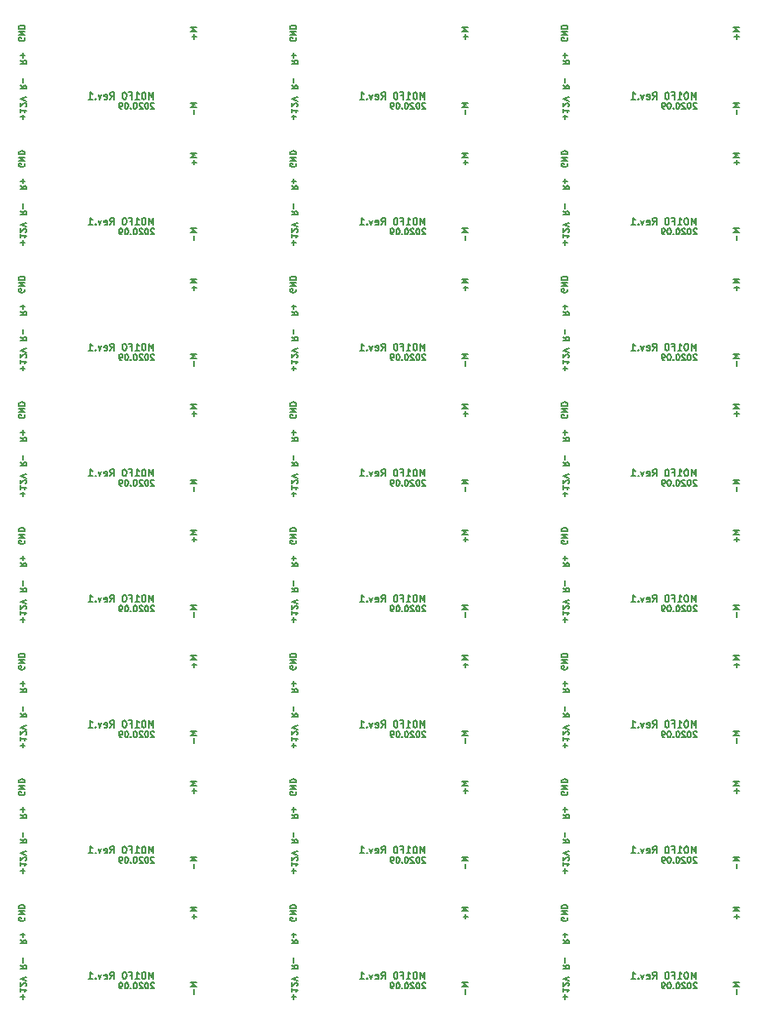
<source format=gbo>
%TF.GenerationSoftware,KiCad,Pcbnew,(5.1.6)-1*%
%TF.CreationDate,2020-09-22T23:51:07+09:00*%
%TF.ProjectId,motordecoder_simple2_rev2_panelize,6d6f746f-7264-4656-936f-6465725f7369,rev?*%
%TF.SameCoordinates,PX459e440PY38444c0*%
%TF.FileFunction,Legend,Bot*%
%TF.FilePolarity,Positive*%
%FSLAX46Y46*%
G04 Gerber Fmt 4.6, Leading zero omitted, Abs format (unit mm)*
G04 Created by KiCad (PCBNEW (5.1.6)-1) date 2020-09-22 23:51:07*
%MOMM*%
%LPD*%
G01*
G04 APERTURE LIST*
%ADD10C,0.140000*%
%ADD11R,1.400000X1.400000*%
%ADD12R,1.050000X1.050000*%
G04 APERTURE END LIST*
D10*
X75544714Y-95728571D02*
X75516142Y-95700000D01*
X75459000Y-95671428D01*
X75316142Y-95671428D01*
X75259000Y-95700000D01*
X75230428Y-95728571D01*
X75201857Y-95785714D01*
X75201857Y-95842857D01*
X75230428Y-95928571D01*
X75573285Y-96271428D01*
X75201857Y-96271428D01*
X74830428Y-95671428D02*
X74773285Y-95671428D01*
X74716142Y-95700000D01*
X74687571Y-95728571D01*
X74659000Y-95785714D01*
X74630428Y-95900000D01*
X74630428Y-96042857D01*
X74659000Y-96157142D01*
X74687571Y-96214285D01*
X74716142Y-96242857D01*
X74773285Y-96271428D01*
X74830428Y-96271428D01*
X74887571Y-96242857D01*
X74916142Y-96214285D01*
X74944714Y-96157142D01*
X74973285Y-96042857D01*
X74973285Y-95900000D01*
X74944714Y-95785714D01*
X74916142Y-95728571D01*
X74887571Y-95700000D01*
X74830428Y-95671428D01*
X74401857Y-95728571D02*
X74373285Y-95700000D01*
X74316142Y-95671428D01*
X74173285Y-95671428D01*
X74116142Y-95700000D01*
X74087571Y-95728571D01*
X74059000Y-95785714D01*
X74059000Y-95842857D01*
X74087571Y-95928571D01*
X74430428Y-96271428D01*
X74059000Y-96271428D01*
X73687571Y-95671428D02*
X73630428Y-95671428D01*
X73573285Y-95700000D01*
X73544714Y-95728571D01*
X73516142Y-95785714D01*
X73487571Y-95900000D01*
X73487571Y-96042857D01*
X73516142Y-96157142D01*
X73544714Y-96214285D01*
X73573285Y-96242857D01*
X73630428Y-96271428D01*
X73687571Y-96271428D01*
X73744714Y-96242857D01*
X73773285Y-96214285D01*
X73801857Y-96157142D01*
X73830428Y-96042857D01*
X73830428Y-95900000D01*
X73801857Y-95785714D01*
X73773285Y-95728571D01*
X73744714Y-95700000D01*
X73687571Y-95671428D01*
X73230428Y-96214285D02*
X73201857Y-96242857D01*
X73230428Y-96271428D01*
X73259000Y-96242857D01*
X73230428Y-96214285D01*
X73230428Y-96271428D01*
X72830428Y-95671428D02*
X72773285Y-95671428D01*
X72716142Y-95700000D01*
X72687571Y-95728571D01*
X72659000Y-95785714D01*
X72630428Y-95900000D01*
X72630428Y-96042857D01*
X72659000Y-96157142D01*
X72687571Y-96214285D01*
X72716142Y-96242857D01*
X72773285Y-96271428D01*
X72830428Y-96271428D01*
X72887571Y-96242857D01*
X72916142Y-96214285D01*
X72944714Y-96157142D01*
X72973285Y-96042857D01*
X72973285Y-95900000D01*
X72944714Y-95785714D01*
X72916142Y-95728571D01*
X72887571Y-95700000D01*
X72830428Y-95671428D01*
X72344714Y-96271428D02*
X72230428Y-96271428D01*
X72173285Y-96242857D01*
X72144714Y-96214285D01*
X72087571Y-96128571D01*
X72059000Y-96014285D01*
X72059000Y-95785714D01*
X72087571Y-95728571D01*
X72116142Y-95700000D01*
X72173285Y-95671428D01*
X72287571Y-95671428D01*
X72344714Y-95700000D01*
X72373285Y-95728571D01*
X72401857Y-95785714D01*
X72401857Y-95928571D01*
X72373285Y-95985714D01*
X72344714Y-96014285D01*
X72287571Y-96042857D01*
X72173285Y-96042857D01*
X72116142Y-96014285D01*
X72087571Y-95985714D01*
X72059000Y-95928571D01*
X48544714Y-95728571D02*
X48516142Y-95700000D01*
X48459000Y-95671428D01*
X48316142Y-95671428D01*
X48259000Y-95700000D01*
X48230428Y-95728571D01*
X48201857Y-95785714D01*
X48201857Y-95842857D01*
X48230428Y-95928571D01*
X48573285Y-96271428D01*
X48201857Y-96271428D01*
X47830428Y-95671428D02*
X47773285Y-95671428D01*
X47716142Y-95700000D01*
X47687571Y-95728571D01*
X47659000Y-95785714D01*
X47630428Y-95900000D01*
X47630428Y-96042857D01*
X47659000Y-96157142D01*
X47687571Y-96214285D01*
X47716142Y-96242857D01*
X47773285Y-96271428D01*
X47830428Y-96271428D01*
X47887571Y-96242857D01*
X47916142Y-96214285D01*
X47944714Y-96157142D01*
X47973285Y-96042857D01*
X47973285Y-95900000D01*
X47944714Y-95785714D01*
X47916142Y-95728571D01*
X47887571Y-95700000D01*
X47830428Y-95671428D01*
X47401857Y-95728571D02*
X47373285Y-95700000D01*
X47316142Y-95671428D01*
X47173285Y-95671428D01*
X47116142Y-95700000D01*
X47087571Y-95728571D01*
X47059000Y-95785714D01*
X47059000Y-95842857D01*
X47087571Y-95928571D01*
X47430428Y-96271428D01*
X47059000Y-96271428D01*
X46687571Y-95671428D02*
X46630428Y-95671428D01*
X46573285Y-95700000D01*
X46544714Y-95728571D01*
X46516142Y-95785714D01*
X46487571Y-95900000D01*
X46487571Y-96042857D01*
X46516142Y-96157142D01*
X46544714Y-96214285D01*
X46573285Y-96242857D01*
X46630428Y-96271428D01*
X46687571Y-96271428D01*
X46744714Y-96242857D01*
X46773285Y-96214285D01*
X46801857Y-96157142D01*
X46830428Y-96042857D01*
X46830428Y-95900000D01*
X46801857Y-95785714D01*
X46773285Y-95728571D01*
X46744714Y-95700000D01*
X46687571Y-95671428D01*
X46230428Y-96214285D02*
X46201857Y-96242857D01*
X46230428Y-96271428D01*
X46259000Y-96242857D01*
X46230428Y-96214285D01*
X46230428Y-96271428D01*
X45830428Y-95671428D02*
X45773285Y-95671428D01*
X45716142Y-95700000D01*
X45687571Y-95728571D01*
X45659000Y-95785714D01*
X45630428Y-95900000D01*
X45630428Y-96042857D01*
X45659000Y-96157142D01*
X45687571Y-96214285D01*
X45716142Y-96242857D01*
X45773285Y-96271428D01*
X45830428Y-96271428D01*
X45887571Y-96242857D01*
X45916142Y-96214285D01*
X45944714Y-96157142D01*
X45973285Y-96042857D01*
X45973285Y-95900000D01*
X45944714Y-95785714D01*
X45916142Y-95728571D01*
X45887571Y-95700000D01*
X45830428Y-95671428D01*
X45344714Y-96271428D02*
X45230428Y-96271428D01*
X45173285Y-96242857D01*
X45144714Y-96214285D01*
X45087571Y-96128571D01*
X45059000Y-96014285D01*
X45059000Y-95785714D01*
X45087571Y-95728571D01*
X45116142Y-95700000D01*
X45173285Y-95671428D01*
X45287571Y-95671428D01*
X45344714Y-95700000D01*
X45373285Y-95728571D01*
X45401857Y-95785714D01*
X45401857Y-95928571D01*
X45373285Y-95985714D01*
X45344714Y-96014285D01*
X45287571Y-96042857D01*
X45173285Y-96042857D01*
X45116142Y-96014285D01*
X45087571Y-95985714D01*
X45059000Y-95928571D01*
X21544714Y-95728571D02*
X21516142Y-95700000D01*
X21459000Y-95671428D01*
X21316142Y-95671428D01*
X21259000Y-95700000D01*
X21230428Y-95728571D01*
X21201857Y-95785714D01*
X21201857Y-95842857D01*
X21230428Y-95928571D01*
X21573285Y-96271428D01*
X21201857Y-96271428D01*
X20830428Y-95671428D02*
X20773285Y-95671428D01*
X20716142Y-95700000D01*
X20687571Y-95728571D01*
X20659000Y-95785714D01*
X20630428Y-95900000D01*
X20630428Y-96042857D01*
X20659000Y-96157142D01*
X20687571Y-96214285D01*
X20716142Y-96242857D01*
X20773285Y-96271428D01*
X20830428Y-96271428D01*
X20887571Y-96242857D01*
X20916142Y-96214285D01*
X20944714Y-96157142D01*
X20973285Y-96042857D01*
X20973285Y-95900000D01*
X20944714Y-95785714D01*
X20916142Y-95728571D01*
X20887571Y-95700000D01*
X20830428Y-95671428D01*
X20401857Y-95728571D02*
X20373285Y-95700000D01*
X20316142Y-95671428D01*
X20173285Y-95671428D01*
X20116142Y-95700000D01*
X20087571Y-95728571D01*
X20059000Y-95785714D01*
X20059000Y-95842857D01*
X20087571Y-95928571D01*
X20430428Y-96271428D01*
X20059000Y-96271428D01*
X19687571Y-95671428D02*
X19630428Y-95671428D01*
X19573285Y-95700000D01*
X19544714Y-95728571D01*
X19516142Y-95785714D01*
X19487571Y-95900000D01*
X19487571Y-96042857D01*
X19516142Y-96157142D01*
X19544714Y-96214285D01*
X19573285Y-96242857D01*
X19630428Y-96271428D01*
X19687571Y-96271428D01*
X19744714Y-96242857D01*
X19773285Y-96214285D01*
X19801857Y-96157142D01*
X19830428Y-96042857D01*
X19830428Y-95900000D01*
X19801857Y-95785714D01*
X19773285Y-95728571D01*
X19744714Y-95700000D01*
X19687571Y-95671428D01*
X19230428Y-96214285D02*
X19201857Y-96242857D01*
X19230428Y-96271428D01*
X19259000Y-96242857D01*
X19230428Y-96214285D01*
X19230428Y-96271428D01*
X18830428Y-95671428D02*
X18773285Y-95671428D01*
X18716142Y-95700000D01*
X18687571Y-95728571D01*
X18659000Y-95785714D01*
X18630428Y-95900000D01*
X18630428Y-96042857D01*
X18659000Y-96157142D01*
X18687571Y-96214285D01*
X18716142Y-96242857D01*
X18773285Y-96271428D01*
X18830428Y-96271428D01*
X18887571Y-96242857D01*
X18916142Y-96214285D01*
X18944714Y-96157142D01*
X18973285Y-96042857D01*
X18973285Y-95900000D01*
X18944714Y-95785714D01*
X18916142Y-95728571D01*
X18887571Y-95700000D01*
X18830428Y-95671428D01*
X18344714Y-96271428D02*
X18230428Y-96271428D01*
X18173285Y-96242857D01*
X18144714Y-96214285D01*
X18087571Y-96128571D01*
X18059000Y-96014285D01*
X18059000Y-95785714D01*
X18087571Y-95728571D01*
X18116142Y-95700000D01*
X18173285Y-95671428D01*
X18287571Y-95671428D01*
X18344714Y-95700000D01*
X18373285Y-95728571D01*
X18401857Y-95785714D01*
X18401857Y-95928571D01*
X18373285Y-95985714D01*
X18344714Y-96014285D01*
X18287571Y-96042857D01*
X18173285Y-96042857D01*
X18116142Y-96014285D01*
X18087571Y-95985714D01*
X18059000Y-95928571D01*
X75544714Y-83228571D02*
X75516142Y-83200000D01*
X75459000Y-83171428D01*
X75316142Y-83171428D01*
X75259000Y-83200000D01*
X75230428Y-83228571D01*
X75201857Y-83285714D01*
X75201857Y-83342857D01*
X75230428Y-83428571D01*
X75573285Y-83771428D01*
X75201857Y-83771428D01*
X74830428Y-83171428D02*
X74773285Y-83171428D01*
X74716142Y-83200000D01*
X74687571Y-83228571D01*
X74659000Y-83285714D01*
X74630428Y-83400000D01*
X74630428Y-83542857D01*
X74659000Y-83657142D01*
X74687571Y-83714285D01*
X74716142Y-83742857D01*
X74773285Y-83771428D01*
X74830428Y-83771428D01*
X74887571Y-83742857D01*
X74916142Y-83714285D01*
X74944714Y-83657142D01*
X74973285Y-83542857D01*
X74973285Y-83400000D01*
X74944714Y-83285714D01*
X74916142Y-83228571D01*
X74887571Y-83200000D01*
X74830428Y-83171428D01*
X74401857Y-83228571D02*
X74373285Y-83200000D01*
X74316142Y-83171428D01*
X74173285Y-83171428D01*
X74116142Y-83200000D01*
X74087571Y-83228571D01*
X74059000Y-83285714D01*
X74059000Y-83342857D01*
X74087571Y-83428571D01*
X74430428Y-83771428D01*
X74059000Y-83771428D01*
X73687571Y-83171428D02*
X73630428Y-83171428D01*
X73573285Y-83200000D01*
X73544714Y-83228571D01*
X73516142Y-83285714D01*
X73487571Y-83400000D01*
X73487571Y-83542857D01*
X73516142Y-83657142D01*
X73544714Y-83714285D01*
X73573285Y-83742857D01*
X73630428Y-83771428D01*
X73687571Y-83771428D01*
X73744714Y-83742857D01*
X73773285Y-83714285D01*
X73801857Y-83657142D01*
X73830428Y-83542857D01*
X73830428Y-83400000D01*
X73801857Y-83285714D01*
X73773285Y-83228571D01*
X73744714Y-83200000D01*
X73687571Y-83171428D01*
X73230428Y-83714285D02*
X73201857Y-83742857D01*
X73230428Y-83771428D01*
X73259000Y-83742857D01*
X73230428Y-83714285D01*
X73230428Y-83771428D01*
X72830428Y-83171428D02*
X72773285Y-83171428D01*
X72716142Y-83200000D01*
X72687571Y-83228571D01*
X72659000Y-83285714D01*
X72630428Y-83400000D01*
X72630428Y-83542857D01*
X72659000Y-83657142D01*
X72687571Y-83714285D01*
X72716142Y-83742857D01*
X72773285Y-83771428D01*
X72830428Y-83771428D01*
X72887571Y-83742857D01*
X72916142Y-83714285D01*
X72944714Y-83657142D01*
X72973285Y-83542857D01*
X72973285Y-83400000D01*
X72944714Y-83285714D01*
X72916142Y-83228571D01*
X72887571Y-83200000D01*
X72830428Y-83171428D01*
X72344714Y-83771428D02*
X72230428Y-83771428D01*
X72173285Y-83742857D01*
X72144714Y-83714285D01*
X72087571Y-83628571D01*
X72059000Y-83514285D01*
X72059000Y-83285714D01*
X72087571Y-83228571D01*
X72116142Y-83200000D01*
X72173285Y-83171428D01*
X72287571Y-83171428D01*
X72344714Y-83200000D01*
X72373285Y-83228571D01*
X72401857Y-83285714D01*
X72401857Y-83428571D01*
X72373285Y-83485714D01*
X72344714Y-83514285D01*
X72287571Y-83542857D01*
X72173285Y-83542857D01*
X72116142Y-83514285D01*
X72087571Y-83485714D01*
X72059000Y-83428571D01*
X48544714Y-83228571D02*
X48516142Y-83200000D01*
X48459000Y-83171428D01*
X48316142Y-83171428D01*
X48259000Y-83200000D01*
X48230428Y-83228571D01*
X48201857Y-83285714D01*
X48201857Y-83342857D01*
X48230428Y-83428571D01*
X48573285Y-83771428D01*
X48201857Y-83771428D01*
X47830428Y-83171428D02*
X47773285Y-83171428D01*
X47716142Y-83200000D01*
X47687571Y-83228571D01*
X47659000Y-83285714D01*
X47630428Y-83400000D01*
X47630428Y-83542857D01*
X47659000Y-83657142D01*
X47687571Y-83714285D01*
X47716142Y-83742857D01*
X47773285Y-83771428D01*
X47830428Y-83771428D01*
X47887571Y-83742857D01*
X47916142Y-83714285D01*
X47944714Y-83657142D01*
X47973285Y-83542857D01*
X47973285Y-83400000D01*
X47944714Y-83285714D01*
X47916142Y-83228571D01*
X47887571Y-83200000D01*
X47830428Y-83171428D01*
X47401857Y-83228571D02*
X47373285Y-83200000D01*
X47316142Y-83171428D01*
X47173285Y-83171428D01*
X47116142Y-83200000D01*
X47087571Y-83228571D01*
X47059000Y-83285714D01*
X47059000Y-83342857D01*
X47087571Y-83428571D01*
X47430428Y-83771428D01*
X47059000Y-83771428D01*
X46687571Y-83171428D02*
X46630428Y-83171428D01*
X46573285Y-83200000D01*
X46544714Y-83228571D01*
X46516142Y-83285714D01*
X46487571Y-83400000D01*
X46487571Y-83542857D01*
X46516142Y-83657142D01*
X46544714Y-83714285D01*
X46573285Y-83742857D01*
X46630428Y-83771428D01*
X46687571Y-83771428D01*
X46744714Y-83742857D01*
X46773285Y-83714285D01*
X46801857Y-83657142D01*
X46830428Y-83542857D01*
X46830428Y-83400000D01*
X46801857Y-83285714D01*
X46773285Y-83228571D01*
X46744714Y-83200000D01*
X46687571Y-83171428D01*
X46230428Y-83714285D02*
X46201857Y-83742857D01*
X46230428Y-83771428D01*
X46259000Y-83742857D01*
X46230428Y-83714285D01*
X46230428Y-83771428D01*
X45830428Y-83171428D02*
X45773285Y-83171428D01*
X45716142Y-83200000D01*
X45687571Y-83228571D01*
X45659000Y-83285714D01*
X45630428Y-83400000D01*
X45630428Y-83542857D01*
X45659000Y-83657142D01*
X45687571Y-83714285D01*
X45716142Y-83742857D01*
X45773285Y-83771428D01*
X45830428Y-83771428D01*
X45887571Y-83742857D01*
X45916142Y-83714285D01*
X45944714Y-83657142D01*
X45973285Y-83542857D01*
X45973285Y-83400000D01*
X45944714Y-83285714D01*
X45916142Y-83228571D01*
X45887571Y-83200000D01*
X45830428Y-83171428D01*
X45344714Y-83771428D02*
X45230428Y-83771428D01*
X45173285Y-83742857D01*
X45144714Y-83714285D01*
X45087571Y-83628571D01*
X45059000Y-83514285D01*
X45059000Y-83285714D01*
X45087571Y-83228571D01*
X45116142Y-83200000D01*
X45173285Y-83171428D01*
X45287571Y-83171428D01*
X45344714Y-83200000D01*
X45373285Y-83228571D01*
X45401857Y-83285714D01*
X45401857Y-83428571D01*
X45373285Y-83485714D01*
X45344714Y-83514285D01*
X45287571Y-83542857D01*
X45173285Y-83542857D01*
X45116142Y-83514285D01*
X45087571Y-83485714D01*
X45059000Y-83428571D01*
X21544714Y-83228571D02*
X21516142Y-83200000D01*
X21459000Y-83171428D01*
X21316142Y-83171428D01*
X21259000Y-83200000D01*
X21230428Y-83228571D01*
X21201857Y-83285714D01*
X21201857Y-83342857D01*
X21230428Y-83428571D01*
X21573285Y-83771428D01*
X21201857Y-83771428D01*
X20830428Y-83171428D02*
X20773285Y-83171428D01*
X20716142Y-83200000D01*
X20687571Y-83228571D01*
X20659000Y-83285714D01*
X20630428Y-83400000D01*
X20630428Y-83542857D01*
X20659000Y-83657142D01*
X20687571Y-83714285D01*
X20716142Y-83742857D01*
X20773285Y-83771428D01*
X20830428Y-83771428D01*
X20887571Y-83742857D01*
X20916142Y-83714285D01*
X20944714Y-83657142D01*
X20973285Y-83542857D01*
X20973285Y-83400000D01*
X20944714Y-83285714D01*
X20916142Y-83228571D01*
X20887571Y-83200000D01*
X20830428Y-83171428D01*
X20401857Y-83228571D02*
X20373285Y-83200000D01*
X20316142Y-83171428D01*
X20173285Y-83171428D01*
X20116142Y-83200000D01*
X20087571Y-83228571D01*
X20059000Y-83285714D01*
X20059000Y-83342857D01*
X20087571Y-83428571D01*
X20430428Y-83771428D01*
X20059000Y-83771428D01*
X19687571Y-83171428D02*
X19630428Y-83171428D01*
X19573285Y-83200000D01*
X19544714Y-83228571D01*
X19516142Y-83285714D01*
X19487571Y-83400000D01*
X19487571Y-83542857D01*
X19516142Y-83657142D01*
X19544714Y-83714285D01*
X19573285Y-83742857D01*
X19630428Y-83771428D01*
X19687571Y-83771428D01*
X19744714Y-83742857D01*
X19773285Y-83714285D01*
X19801857Y-83657142D01*
X19830428Y-83542857D01*
X19830428Y-83400000D01*
X19801857Y-83285714D01*
X19773285Y-83228571D01*
X19744714Y-83200000D01*
X19687571Y-83171428D01*
X19230428Y-83714285D02*
X19201857Y-83742857D01*
X19230428Y-83771428D01*
X19259000Y-83742857D01*
X19230428Y-83714285D01*
X19230428Y-83771428D01*
X18830428Y-83171428D02*
X18773285Y-83171428D01*
X18716142Y-83200000D01*
X18687571Y-83228571D01*
X18659000Y-83285714D01*
X18630428Y-83400000D01*
X18630428Y-83542857D01*
X18659000Y-83657142D01*
X18687571Y-83714285D01*
X18716142Y-83742857D01*
X18773285Y-83771428D01*
X18830428Y-83771428D01*
X18887571Y-83742857D01*
X18916142Y-83714285D01*
X18944714Y-83657142D01*
X18973285Y-83542857D01*
X18973285Y-83400000D01*
X18944714Y-83285714D01*
X18916142Y-83228571D01*
X18887571Y-83200000D01*
X18830428Y-83171428D01*
X18344714Y-83771428D02*
X18230428Y-83771428D01*
X18173285Y-83742857D01*
X18144714Y-83714285D01*
X18087571Y-83628571D01*
X18059000Y-83514285D01*
X18059000Y-83285714D01*
X18087571Y-83228571D01*
X18116142Y-83200000D01*
X18173285Y-83171428D01*
X18287571Y-83171428D01*
X18344714Y-83200000D01*
X18373285Y-83228571D01*
X18401857Y-83285714D01*
X18401857Y-83428571D01*
X18373285Y-83485714D01*
X18344714Y-83514285D01*
X18287571Y-83542857D01*
X18173285Y-83542857D01*
X18116142Y-83514285D01*
X18087571Y-83485714D01*
X18059000Y-83428571D01*
X75544714Y-70728571D02*
X75516142Y-70700000D01*
X75459000Y-70671428D01*
X75316142Y-70671428D01*
X75259000Y-70700000D01*
X75230428Y-70728571D01*
X75201857Y-70785714D01*
X75201857Y-70842857D01*
X75230428Y-70928571D01*
X75573285Y-71271428D01*
X75201857Y-71271428D01*
X74830428Y-70671428D02*
X74773285Y-70671428D01*
X74716142Y-70700000D01*
X74687571Y-70728571D01*
X74659000Y-70785714D01*
X74630428Y-70900000D01*
X74630428Y-71042857D01*
X74659000Y-71157142D01*
X74687571Y-71214285D01*
X74716142Y-71242857D01*
X74773285Y-71271428D01*
X74830428Y-71271428D01*
X74887571Y-71242857D01*
X74916142Y-71214285D01*
X74944714Y-71157142D01*
X74973285Y-71042857D01*
X74973285Y-70900000D01*
X74944714Y-70785714D01*
X74916142Y-70728571D01*
X74887571Y-70700000D01*
X74830428Y-70671428D01*
X74401857Y-70728571D02*
X74373285Y-70700000D01*
X74316142Y-70671428D01*
X74173285Y-70671428D01*
X74116142Y-70700000D01*
X74087571Y-70728571D01*
X74059000Y-70785714D01*
X74059000Y-70842857D01*
X74087571Y-70928571D01*
X74430428Y-71271428D01*
X74059000Y-71271428D01*
X73687571Y-70671428D02*
X73630428Y-70671428D01*
X73573285Y-70700000D01*
X73544714Y-70728571D01*
X73516142Y-70785714D01*
X73487571Y-70900000D01*
X73487571Y-71042857D01*
X73516142Y-71157142D01*
X73544714Y-71214285D01*
X73573285Y-71242857D01*
X73630428Y-71271428D01*
X73687571Y-71271428D01*
X73744714Y-71242857D01*
X73773285Y-71214285D01*
X73801857Y-71157142D01*
X73830428Y-71042857D01*
X73830428Y-70900000D01*
X73801857Y-70785714D01*
X73773285Y-70728571D01*
X73744714Y-70700000D01*
X73687571Y-70671428D01*
X73230428Y-71214285D02*
X73201857Y-71242857D01*
X73230428Y-71271428D01*
X73259000Y-71242857D01*
X73230428Y-71214285D01*
X73230428Y-71271428D01*
X72830428Y-70671428D02*
X72773285Y-70671428D01*
X72716142Y-70700000D01*
X72687571Y-70728571D01*
X72659000Y-70785714D01*
X72630428Y-70900000D01*
X72630428Y-71042857D01*
X72659000Y-71157142D01*
X72687571Y-71214285D01*
X72716142Y-71242857D01*
X72773285Y-71271428D01*
X72830428Y-71271428D01*
X72887571Y-71242857D01*
X72916142Y-71214285D01*
X72944714Y-71157142D01*
X72973285Y-71042857D01*
X72973285Y-70900000D01*
X72944714Y-70785714D01*
X72916142Y-70728571D01*
X72887571Y-70700000D01*
X72830428Y-70671428D01*
X72344714Y-71271428D02*
X72230428Y-71271428D01*
X72173285Y-71242857D01*
X72144714Y-71214285D01*
X72087571Y-71128571D01*
X72059000Y-71014285D01*
X72059000Y-70785714D01*
X72087571Y-70728571D01*
X72116142Y-70700000D01*
X72173285Y-70671428D01*
X72287571Y-70671428D01*
X72344714Y-70700000D01*
X72373285Y-70728571D01*
X72401857Y-70785714D01*
X72401857Y-70928571D01*
X72373285Y-70985714D01*
X72344714Y-71014285D01*
X72287571Y-71042857D01*
X72173285Y-71042857D01*
X72116142Y-71014285D01*
X72087571Y-70985714D01*
X72059000Y-70928571D01*
X48544714Y-70728571D02*
X48516142Y-70700000D01*
X48459000Y-70671428D01*
X48316142Y-70671428D01*
X48259000Y-70700000D01*
X48230428Y-70728571D01*
X48201857Y-70785714D01*
X48201857Y-70842857D01*
X48230428Y-70928571D01*
X48573285Y-71271428D01*
X48201857Y-71271428D01*
X47830428Y-70671428D02*
X47773285Y-70671428D01*
X47716142Y-70700000D01*
X47687571Y-70728571D01*
X47659000Y-70785714D01*
X47630428Y-70900000D01*
X47630428Y-71042857D01*
X47659000Y-71157142D01*
X47687571Y-71214285D01*
X47716142Y-71242857D01*
X47773285Y-71271428D01*
X47830428Y-71271428D01*
X47887571Y-71242857D01*
X47916142Y-71214285D01*
X47944714Y-71157142D01*
X47973285Y-71042857D01*
X47973285Y-70900000D01*
X47944714Y-70785714D01*
X47916142Y-70728571D01*
X47887571Y-70700000D01*
X47830428Y-70671428D01*
X47401857Y-70728571D02*
X47373285Y-70700000D01*
X47316142Y-70671428D01*
X47173285Y-70671428D01*
X47116142Y-70700000D01*
X47087571Y-70728571D01*
X47059000Y-70785714D01*
X47059000Y-70842857D01*
X47087571Y-70928571D01*
X47430428Y-71271428D01*
X47059000Y-71271428D01*
X46687571Y-70671428D02*
X46630428Y-70671428D01*
X46573285Y-70700000D01*
X46544714Y-70728571D01*
X46516142Y-70785714D01*
X46487571Y-70900000D01*
X46487571Y-71042857D01*
X46516142Y-71157142D01*
X46544714Y-71214285D01*
X46573285Y-71242857D01*
X46630428Y-71271428D01*
X46687571Y-71271428D01*
X46744714Y-71242857D01*
X46773285Y-71214285D01*
X46801857Y-71157142D01*
X46830428Y-71042857D01*
X46830428Y-70900000D01*
X46801857Y-70785714D01*
X46773285Y-70728571D01*
X46744714Y-70700000D01*
X46687571Y-70671428D01*
X46230428Y-71214285D02*
X46201857Y-71242857D01*
X46230428Y-71271428D01*
X46259000Y-71242857D01*
X46230428Y-71214285D01*
X46230428Y-71271428D01*
X45830428Y-70671428D02*
X45773285Y-70671428D01*
X45716142Y-70700000D01*
X45687571Y-70728571D01*
X45659000Y-70785714D01*
X45630428Y-70900000D01*
X45630428Y-71042857D01*
X45659000Y-71157142D01*
X45687571Y-71214285D01*
X45716142Y-71242857D01*
X45773285Y-71271428D01*
X45830428Y-71271428D01*
X45887571Y-71242857D01*
X45916142Y-71214285D01*
X45944714Y-71157142D01*
X45973285Y-71042857D01*
X45973285Y-70900000D01*
X45944714Y-70785714D01*
X45916142Y-70728571D01*
X45887571Y-70700000D01*
X45830428Y-70671428D01*
X45344714Y-71271428D02*
X45230428Y-71271428D01*
X45173285Y-71242857D01*
X45144714Y-71214285D01*
X45087571Y-71128571D01*
X45059000Y-71014285D01*
X45059000Y-70785714D01*
X45087571Y-70728571D01*
X45116142Y-70700000D01*
X45173285Y-70671428D01*
X45287571Y-70671428D01*
X45344714Y-70700000D01*
X45373285Y-70728571D01*
X45401857Y-70785714D01*
X45401857Y-70928571D01*
X45373285Y-70985714D01*
X45344714Y-71014285D01*
X45287571Y-71042857D01*
X45173285Y-71042857D01*
X45116142Y-71014285D01*
X45087571Y-70985714D01*
X45059000Y-70928571D01*
X21544714Y-70728571D02*
X21516142Y-70700000D01*
X21459000Y-70671428D01*
X21316142Y-70671428D01*
X21259000Y-70700000D01*
X21230428Y-70728571D01*
X21201857Y-70785714D01*
X21201857Y-70842857D01*
X21230428Y-70928571D01*
X21573285Y-71271428D01*
X21201857Y-71271428D01*
X20830428Y-70671428D02*
X20773285Y-70671428D01*
X20716142Y-70700000D01*
X20687571Y-70728571D01*
X20659000Y-70785714D01*
X20630428Y-70900000D01*
X20630428Y-71042857D01*
X20659000Y-71157142D01*
X20687571Y-71214285D01*
X20716142Y-71242857D01*
X20773285Y-71271428D01*
X20830428Y-71271428D01*
X20887571Y-71242857D01*
X20916142Y-71214285D01*
X20944714Y-71157142D01*
X20973285Y-71042857D01*
X20973285Y-70900000D01*
X20944714Y-70785714D01*
X20916142Y-70728571D01*
X20887571Y-70700000D01*
X20830428Y-70671428D01*
X20401857Y-70728571D02*
X20373285Y-70700000D01*
X20316142Y-70671428D01*
X20173285Y-70671428D01*
X20116142Y-70700000D01*
X20087571Y-70728571D01*
X20059000Y-70785714D01*
X20059000Y-70842857D01*
X20087571Y-70928571D01*
X20430428Y-71271428D01*
X20059000Y-71271428D01*
X19687571Y-70671428D02*
X19630428Y-70671428D01*
X19573285Y-70700000D01*
X19544714Y-70728571D01*
X19516142Y-70785714D01*
X19487571Y-70900000D01*
X19487571Y-71042857D01*
X19516142Y-71157142D01*
X19544714Y-71214285D01*
X19573285Y-71242857D01*
X19630428Y-71271428D01*
X19687571Y-71271428D01*
X19744714Y-71242857D01*
X19773285Y-71214285D01*
X19801857Y-71157142D01*
X19830428Y-71042857D01*
X19830428Y-70900000D01*
X19801857Y-70785714D01*
X19773285Y-70728571D01*
X19744714Y-70700000D01*
X19687571Y-70671428D01*
X19230428Y-71214285D02*
X19201857Y-71242857D01*
X19230428Y-71271428D01*
X19259000Y-71242857D01*
X19230428Y-71214285D01*
X19230428Y-71271428D01*
X18830428Y-70671428D02*
X18773285Y-70671428D01*
X18716142Y-70700000D01*
X18687571Y-70728571D01*
X18659000Y-70785714D01*
X18630428Y-70900000D01*
X18630428Y-71042857D01*
X18659000Y-71157142D01*
X18687571Y-71214285D01*
X18716142Y-71242857D01*
X18773285Y-71271428D01*
X18830428Y-71271428D01*
X18887571Y-71242857D01*
X18916142Y-71214285D01*
X18944714Y-71157142D01*
X18973285Y-71042857D01*
X18973285Y-70900000D01*
X18944714Y-70785714D01*
X18916142Y-70728571D01*
X18887571Y-70700000D01*
X18830428Y-70671428D01*
X18344714Y-71271428D02*
X18230428Y-71271428D01*
X18173285Y-71242857D01*
X18144714Y-71214285D01*
X18087571Y-71128571D01*
X18059000Y-71014285D01*
X18059000Y-70785714D01*
X18087571Y-70728571D01*
X18116142Y-70700000D01*
X18173285Y-70671428D01*
X18287571Y-70671428D01*
X18344714Y-70700000D01*
X18373285Y-70728571D01*
X18401857Y-70785714D01*
X18401857Y-70928571D01*
X18373285Y-70985714D01*
X18344714Y-71014285D01*
X18287571Y-71042857D01*
X18173285Y-71042857D01*
X18116142Y-71014285D01*
X18087571Y-70985714D01*
X18059000Y-70928571D01*
X75544714Y-58228571D02*
X75516142Y-58200000D01*
X75459000Y-58171428D01*
X75316142Y-58171428D01*
X75259000Y-58200000D01*
X75230428Y-58228571D01*
X75201857Y-58285714D01*
X75201857Y-58342857D01*
X75230428Y-58428571D01*
X75573285Y-58771428D01*
X75201857Y-58771428D01*
X74830428Y-58171428D02*
X74773285Y-58171428D01*
X74716142Y-58200000D01*
X74687571Y-58228571D01*
X74659000Y-58285714D01*
X74630428Y-58400000D01*
X74630428Y-58542857D01*
X74659000Y-58657142D01*
X74687571Y-58714285D01*
X74716142Y-58742857D01*
X74773285Y-58771428D01*
X74830428Y-58771428D01*
X74887571Y-58742857D01*
X74916142Y-58714285D01*
X74944714Y-58657142D01*
X74973285Y-58542857D01*
X74973285Y-58400000D01*
X74944714Y-58285714D01*
X74916142Y-58228571D01*
X74887571Y-58200000D01*
X74830428Y-58171428D01*
X74401857Y-58228571D02*
X74373285Y-58200000D01*
X74316142Y-58171428D01*
X74173285Y-58171428D01*
X74116142Y-58200000D01*
X74087571Y-58228571D01*
X74059000Y-58285714D01*
X74059000Y-58342857D01*
X74087571Y-58428571D01*
X74430428Y-58771428D01*
X74059000Y-58771428D01*
X73687571Y-58171428D02*
X73630428Y-58171428D01*
X73573285Y-58200000D01*
X73544714Y-58228571D01*
X73516142Y-58285714D01*
X73487571Y-58400000D01*
X73487571Y-58542857D01*
X73516142Y-58657142D01*
X73544714Y-58714285D01*
X73573285Y-58742857D01*
X73630428Y-58771428D01*
X73687571Y-58771428D01*
X73744714Y-58742857D01*
X73773285Y-58714285D01*
X73801857Y-58657142D01*
X73830428Y-58542857D01*
X73830428Y-58400000D01*
X73801857Y-58285714D01*
X73773285Y-58228571D01*
X73744714Y-58200000D01*
X73687571Y-58171428D01*
X73230428Y-58714285D02*
X73201857Y-58742857D01*
X73230428Y-58771428D01*
X73259000Y-58742857D01*
X73230428Y-58714285D01*
X73230428Y-58771428D01*
X72830428Y-58171428D02*
X72773285Y-58171428D01*
X72716142Y-58200000D01*
X72687571Y-58228571D01*
X72659000Y-58285714D01*
X72630428Y-58400000D01*
X72630428Y-58542857D01*
X72659000Y-58657142D01*
X72687571Y-58714285D01*
X72716142Y-58742857D01*
X72773285Y-58771428D01*
X72830428Y-58771428D01*
X72887571Y-58742857D01*
X72916142Y-58714285D01*
X72944714Y-58657142D01*
X72973285Y-58542857D01*
X72973285Y-58400000D01*
X72944714Y-58285714D01*
X72916142Y-58228571D01*
X72887571Y-58200000D01*
X72830428Y-58171428D01*
X72344714Y-58771428D02*
X72230428Y-58771428D01*
X72173285Y-58742857D01*
X72144714Y-58714285D01*
X72087571Y-58628571D01*
X72059000Y-58514285D01*
X72059000Y-58285714D01*
X72087571Y-58228571D01*
X72116142Y-58200000D01*
X72173285Y-58171428D01*
X72287571Y-58171428D01*
X72344714Y-58200000D01*
X72373285Y-58228571D01*
X72401857Y-58285714D01*
X72401857Y-58428571D01*
X72373285Y-58485714D01*
X72344714Y-58514285D01*
X72287571Y-58542857D01*
X72173285Y-58542857D01*
X72116142Y-58514285D01*
X72087571Y-58485714D01*
X72059000Y-58428571D01*
X48544714Y-58228571D02*
X48516142Y-58200000D01*
X48459000Y-58171428D01*
X48316142Y-58171428D01*
X48259000Y-58200000D01*
X48230428Y-58228571D01*
X48201857Y-58285714D01*
X48201857Y-58342857D01*
X48230428Y-58428571D01*
X48573285Y-58771428D01*
X48201857Y-58771428D01*
X47830428Y-58171428D02*
X47773285Y-58171428D01*
X47716142Y-58200000D01*
X47687571Y-58228571D01*
X47659000Y-58285714D01*
X47630428Y-58400000D01*
X47630428Y-58542857D01*
X47659000Y-58657142D01*
X47687571Y-58714285D01*
X47716142Y-58742857D01*
X47773285Y-58771428D01*
X47830428Y-58771428D01*
X47887571Y-58742857D01*
X47916142Y-58714285D01*
X47944714Y-58657142D01*
X47973285Y-58542857D01*
X47973285Y-58400000D01*
X47944714Y-58285714D01*
X47916142Y-58228571D01*
X47887571Y-58200000D01*
X47830428Y-58171428D01*
X47401857Y-58228571D02*
X47373285Y-58200000D01*
X47316142Y-58171428D01*
X47173285Y-58171428D01*
X47116142Y-58200000D01*
X47087571Y-58228571D01*
X47059000Y-58285714D01*
X47059000Y-58342857D01*
X47087571Y-58428571D01*
X47430428Y-58771428D01*
X47059000Y-58771428D01*
X46687571Y-58171428D02*
X46630428Y-58171428D01*
X46573285Y-58200000D01*
X46544714Y-58228571D01*
X46516142Y-58285714D01*
X46487571Y-58400000D01*
X46487571Y-58542857D01*
X46516142Y-58657142D01*
X46544714Y-58714285D01*
X46573285Y-58742857D01*
X46630428Y-58771428D01*
X46687571Y-58771428D01*
X46744714Y-58742857D01*
X46773285Y-58714285D01*
X46801857Y-58657142D01*
X46830428Y-58542857D01*
X46830428Y-58400000D01*
X46801857Y-58285714D01*
X46773285Y-58228571D01*
X46744714Y-58200000D01*
X46687571Y-58171428D01*
X46230428Y-58714285D02*
X46201857Y-58742857D01*
X46230428Y-58771428D01*
X46259000Y-58742857D01*
X46230428Y-58714285D01*
X46230428Y-58771428D01*
X45830428Y-58171428D02*
X45773285Y-58171428D01*
X45716142Y-58200000D01*
X45687571Y-58228571D01*
X45659000Y-58285714D01*
X45630428Y-58400000D01*
X45630428Y-58542857D01*
X45659000Y-58657142D01*
X45687571Y-58714285D01*
X45716142Y-58742857D01*
X45773285Y-58771428D01*
X45830428Y-58771428D01*
X45887571Y-58742857D01*
X45916142Y-58714285D01*
X45944714Y-58657142D01*
X45973285Y-58542857D01*
X45973285Y-58400000D01*
X45944714Y-58285714D01*
X45916142Y-58228571D01*
X45887571Y-58200000D01*
X45830428Y-58171428D01*
X45344714Y-58771428D02*
X45230428Y-58771428D01*
X45173285Y-58742857D01*
X45144714Y-58714285D01*
X45087571Y-58628571D01*
X45059000Y-58514285D01*
X45059000Y-58285714D01*
X45087571Y-58228571D01*
X45116142Y-58200000D01*
X45173285Y-58171428D01*
X45287571Y-58171428D01*
X45344714Y-58200000D01*
X45373285Y-58228571D01*
X45401857Y-58285714D01*
X45401857Y-58428571D01*
X45373285Y-58485714D01*
X45344714Y-58514285D01*
X45287571Y-58542857D01*
X45173285Y-58542857D01*
X45116142Y-58514285D01*
X45087571Y-58485714D01*
X45059000Y-58428571D01*
X21544714Y-58228571D02*
X21516142Y-58200000D01*
X21459000Y-58171428D01*
X21316142Y-58171428D01*
X21259000Y-58200000D01*
X21230428Y-58228571D01*
X21201857Y-58285714D01*
X21201857Y-58342857D01*
X21230428Y-58428571D01*
X21573285Y-58771428D01*
X21201857Y-58771428D01*
X20830428Y-58171428D02*
X20773285Y-58171428D01*
X20716142Y-58200000D01*
X20687571Y-58228571D01*
X20659000Y-58285714D01*
X20630428Y-58400000D01*
X20630428Y-58542857D01*
X20659000Y-58657142D01*
X20687571Y-58714285D01*
X20716142Y-58742857D01*
X20773285Y-58771428D01*
X20830428Y-58771428D01*
X20887571Y-58742857D01*
X20916142Y-58714285D01*
X20944714Y-58657142D01*
X20973285Y-58542857D01*
X20973285Y-58400000D01*
X20944714Y-58285714D01*
X20916142Y-58228571D01*
X20887571Y-58200000D01*
X20830428Y-58171428D01*
X20401857Y-58228571D02*
X20373285Y-58200000D01*
X20316142Y-58171428D01*
X20173285Y-58171428D01*
X20116142Y-58200000D01*
X20087571Y-58228571D01*
X20059000Y-58285714D01*
X20059000Y-58342857D01*
X20087571Y-58428571D01*
X20430428Y-58771428D01*
X20059000Y-58771428D01*
X19687571Y-58171428D02*
X19630428Y-58171428D01*
X19573285Y-58200000D01*
X19544714Y-58228571D01*
X19516142Y-58285714D01*
X19487571Y-58400000D01*
X19487571Y-58542857D01*
X19516142Y-58657142D01*
X19544714Y-58714285D01*
X19573285Y-58742857D01*
X19630428Y-58771428D01*
X19687571Y-58771428D01*
X19744714Y-58742857D01*
X19773285Y-58714285D01*
X19801857Y-58657142D01*
X19830428Y-58542857D01*
X19830428Y-58400000D01*
X19801857Y-58285714D01*
X19773285Y-58228571D01*
X19744714Y-58200000D01*
X19687571Y-58171428D01*
X19230428Y-58714285D02*
X19201857Y-58742857D01*
X19230428Y-58771428D01*
X19259000Y-58742857D01*
X19230428Y-58714285D01*
X19230428Y-58771428D01*
X18830428Y-58171428D02*
X18773285Y-58171428D01*
X18716142Y-58200000D01*
X18687571Y-58228571D01*
X18659000Y-58285714D01*
X18630428Y-58400000D01*
X18630428Y-58542857D01*
X18659000Y-58657142D01*
X18687571Y-58714285D01*
X18716142Y-58742857D01*
X18773285Y-58771428D01*
X18830428Y-58771428D01*
X18887571Y-58742857D01*
X18916142Y-58714285D01*
X18944714Y-58657142D01*
X18973285Y-58542857D01*
X18973285Y-58400000D01*
X18944714Y-58285714D01*
X18916142Y-58228571D01*
X18887571Y-58200000D01*
X18830428Y-58171428D01*
X18344714Y-58771428D02*
X18230428Y-58771428D01*
X18173285Y-58742857D01*
X18144714Y-58714285D01*
X18087571Y-58628571D01*
X18059000Y-58514285D01*
X18059000Y-58285714D01*
X18087571Y-58228571D01*
X18116142Y-58200000D01*
X18173285Y-58171428D01*
X18287571Y-58171428D01*
X18344714Y-58200000D01*
X18373285Y-58228571D01*
X18401857Y-58285714D01*
X18401857Y-58428571D01*
X18373285Y-58485714D01*
X18344714Y-58514285D01*
X18287571Y-58542857D01*
X18173285Y-58542857D01*
X18116142Y-58514285D01*
X18087571Y-58485714D01*
X18059000Y-58428571D01*
X75544714Y-45728571D02*
X75516142Y-45700000D01*
X75459000Y-45671428D01*
X75316142Y-45671428D01*
X75259000Y-45700000D01*
X75230428Y-45728571D01*
X75201857Y-45785714D01*
X75201857Y-45842857D01*
X75230428Y-45928571D01*
X75573285Y-46271428D01*
X75201857Y-46271428D01*
X74830428Y-45671428D02*
X74773285Y-45671428D01*
X74716142Y-45700000D01*
X74687571Y-45728571D01*
X74659000Y-45785714D01*
X74630428Y-45900000D01*
X74630428Y-46042857D01*
X74659000Y-46157142D01*
X74687571Y-46214285D01*
X74716142Y-46242857D01*
X74773285Y-46271428D01*
X74830428Y-46271428D01*
X74887571Y-46242857D01*
X74916142Y-46214285D01*
X74944714Y-46157142D01*
X74973285Y-46042857D01*
X74973285Y-45900000D01*
X74944714Y-45785714D01*
X74916142Y-45728571D01*
X74887571Y-45700000D01*
X74830428Y-45671428D01*
X74401857Y-45728571D02*
X74373285Y-45700000D01*
X74316142Y-45671428D01*
X74173285Y-45671428D01*
X74116142Y-45700000D01*
X74087571Y-45728571D01*
X74059000Y-45785714D01*
X74059000Y-45842857D01*
X74087571Y-45928571D01*
X74430428Y-46271428D01*
X74059000Y-46271428D01*
X73687571Y-45671428D02*
X73630428Y-45671428D01*
X73573285Y-45700000D01*
X73544714Y-45728571D01*
X73516142Y-45785714D01*
X73487571Y-45900000D01*
X73487571Y-46042857D01*
X73516142Y-46157142D01*
X73544714Y-46214285D01*
X73573285Y-46242857D01*
X73630428Y-46271428D01*
X73687571Y-46271428D01*
X73744714Y-46242857D01*
X73773285Y-46214285D01*
X73801857Y-46157142D01*
X73830428Y-46042857D01*
X73830428Y-45900000D01*
X73801857Y-45785714D01*
X73773285Y-45728571D01*
X73744714Y-45700000D01*
X73687571Y-45671428D01*
X73230428Y-46214285D02*
X73201857Y-46242857D01*
X73230428Y-46271428D01*
X73259000Y-46242857D01*
X73230428Y-46214285D01*
X73230428Y-46271428D01*
X72830428Y-45671428D02*
X72773285Y-45671428D01*
X72716142Y-45700000D01*
X72687571Y-45728571D01*
X72659000Y-45785714D01*
X72630428Y-45900000D01*
X72630428Y-46042857D01*
X72659000Y-46157142D01*
X72687571Y-46214285D01*
X72716142Y-46242857D01*
X72773285Y-46271428D01*
X72830428Y-46271428D01*
X72887571Y-46242857D01*
X72916142Y-46214285D01*
X72944714Y-46157142D01*
X72973285Y-46042857D01*
X72973285Y-45900000D01*
X72944714Y-45785714D01*
X72916142Y-45728571D01*
X72887571Y-45700000D01*
X72830428Y-45671428D01*
X72344714Y-46271428D02*
X72230428Y-46271428D01*
X72173285Y-46242857D01*
X72144714Y-46214285D01*
X72087571Y-46128571D01*
X72059000Y-46014285D01*
X72059000Y-45785714D01*
X72087571Y-45728571D01*
X72116142Y-45700000D01*
X72173285Y-45671428D01*
X72287571Y-45671428D01*
X72344714Y-45700000D01*
X72373285Y-45728571D01*
X72401857Y-45785714D01*
X72401857Y-45928571D01*
X72373285Y-45985714D01*
X72344714Y-46014285D01*
X72287571Y-46042857D01*
X72173285Y-46042857D01*
X72116142Y-46014285D01*
X72087571Y-45985714D01*
X72059000Y-45928571D01*
X48544714Y-45728571D02*
X48516142Y-45700000D01*
X48459000Y-45671428D01*
X48316142Y-45671428D01*
X48259000Y-45700000D01*
X48230428Y-45728571D01*
X48201857Y-45785714D01*
X48201857Y-45842857D01*
X48230428Y-45928571D01*
X48573285Y-46271428D01*
X48201857Y-46271428D01*
X47830428Y-45671428D02*
X47773285Y-45671428D01*
X47716142Y-45700000D01*
X47687571Y-45728571D01*
X47659000Y-45785714D01*
X47630428Y-45900000D01*
X47630428Y-46042857D01*
X47659000Y-46157142D01*
X47687571Y-46214285D01*
X47716142Y-46242857D01*
X47773285Y-46271428D01*
X47830428Y-46271428D01*
X47887571Y-46242857D01*
X47916142Y-46214285D01*
X47944714Y-46157142D01*
X47973285Y-46042857D01*
X47973285Y-45900000D01*
X47944714Y-45785714D01*
X47916142Y-45728571D01*
X47887571Y-45700000D01*
X47830428Y-45671428D01*
X47401857Y-45728571D02*
X47373285Y-45700000D01*
X47316142Y-45671428D01*
X47173285Y-45671428D01*
X47116142Y-45700000D01*
X47087571Y-45728571D01*
X47059000Y-45785714D01*
X47059000Y-45842857D01*
X47087571Y-45928571D01*
X47430428Y-46271428D01*
X47059000Y-46271428D01*
X46687571Y-45671428D02*
X46630428Y-45671428D01*
X46573285Y-45700000D01*
X46544714Y-45728571D01*
X46516142Y-45785714D01*
X46487571Y-45900000D01*
X46487571Y-46042857D01*
X46516142Y-46157142D01*
X46544714Y-46214285D01*
X46573285Y-46242857D01*
X46630428Y-46271428D01*
X46687571Y-46271428D01*
X46744714Y-46242857D01*
X46773285Y-46214285D01*
X46801857Y-46157142D01*
X46830428Y-46042857D01*
X46830428Y-45900000D01*
X46801857Y-45785714D01*
X46773285Y-45728571D01*
X46744714Y-45700000D01*
X46687571Y-45671428D01*
X46230428Y-46214285D02*
X46201857Y-46242857D01*
X46230428Y-46271428D01*
X46259000Y-46242857D01*
X46230428Y-46214285D01*
X46230428Y-46271428D01*
X45830428Y-45671428D02*
X45773285Y-45671428D01*
X45716142Y-45700000D01*
X45687571Y-45728571D01*
X45659000Y-45785714D01*
X45630428Y-45900000D01*
X45630428Y-46042857D01*
X45659000Y-46157142D01*
X45687571Y-46214285D01*
X45716142Y-46242857D01*
X45773285Y-46271428D01*
X45830428Y-46271428D01*
X45887571Y-46242857D01*
X45916142Y-46214285D01*
X45944714Y-46157142D01*
X45973285Y-46042857D01*
X45973285Y-45900000D01*
X45944714Y-45785714D01*
X45916142Y-45728571D01*
X45887571Y-45700000D01*
X45830428Y-45671428D01*
X45344714Y-46271428D02*
X45230428Y-46271428D01*
X45173285Y-46242857D01*
X45144714Y-46214285D01*
X45087571Y-46128571D01*
X45059000Y-46014285D01*
X45059000Y-45785714D01*
X45087571Y-45728571D01*
X45116142Y-45700000D01*
X45173285Y-45671428D01*
X45287571Y-45671428D01*
X45344714Y-45700000D01*
X45373285Y-45728571D01*
X45401857Y-45785714D01*
X45401857Y-45928571D01*
X45373285Y-45985714D01*
X45344714Y-46014285D01*
X45287571Y-46042857D01*
X45173285Y-46042857D01*
X45116142Y-46014285D01*
X45087571Y-45985714D01*
X45059000Y-45928571D01*
X21544714Y-45728571D02*
X21516142Y-45700000D01*
X21459000Y-45671428D01*
X21316142Y-45671428D01*
X21259000Y-45700000D01*
X21230428Y-45728571D01*
X21201857Y-45785714D01*
X21201857Y-45842857D01*
X21230428Y-45928571D01*
X21573285Y-46271428D01*
X21201857Y-46271428D01*
X20830428Y-45671428D02*
X20773285Y-45671428D01*
X20716142Y-45700000D01*
X20687571Y-45728571D01*
X20659000Y-45785714D01*
X20630428Y-45900000D01*
X20630428Y-46042857D01*
X20659000Y-46157142D01*
X20687571Y-46214285D01*
X20716142Y-46242857D01*
X20773285Y-46271428D01*
X20830428Y-46271428D01*
X20887571Y-46242857D01*
X20916142Y-46214285D01*
X20944714Y-46157142D01*
X20973285Y-46042857D01*
X20973285Y-45900000D01*
X20944714Y-45785714D01*
X20916142Y-45728571D01*
X20887571Y-45700000D01*
X20830428Y-45671428D01*
X20401857Y-45728571D02*
X20373285Y-45700000D01*
X20316142Y-45671428D01*
X20173285Y-45671428D01*
X20116142Y-45700000D01*
X20087571Y-45728571D01*
X20059000Y-45785714D01*
X20059000Y-45842857D01*
X20087571Y-45928571D01*
X20430428Y-46271428D01*
X20059000Y-46271428D01*
X19687571Y-45671428D02*
X19630428Y-45671428D01*
X19573285Y-45700000D01*
X19544714Y-45728571D01*
X19516142Y-45785714D01*
X19487571Y-45900000D01*
X19487571Y-46042857D01*
X19516142Y-46157142D01*
X19544714Y-46214285D01*
X19573285Y-46242857D01*
X19630428Y-46271428D01*
X19687571Y-46271428D01*
X19744714Y-46242857D01*
X19773285Y-46214285D01*
X19801857Y-46157142D01*
X19830428Y-46042857D01*
X19830428Y-45900000D01*
X19801857Y-45785714D01*
X19773285Y-45728571D01*
X19744714Y-45700000D01*
X19687571Y-45671428D01*
X19230428Y-46214285D02*
X19201857Y-46242857D01*
X19230428Y-46271428D01*
X19259000Y-46242857D01*
X19230428Y-46214285D01*
X19230428Y-46271428D01*
X18830428Y-45671428D02*
X18773285Y-45671428D01*
X18716142Y-45700000D01*
X18687571Y-45728571D01*
X18659000Y-45785714D01*
X18630428Y-45900000D01*
X18630428Y-46042857D01*
X18659000Y-46157142D01*
X18687571Y-46214285D01*
X18716142Y-46242857D01*
X18773285Y-46271428D01*
X18830428Y-46271428D01*
X18887571Y-46242857D01*
X18916142Y-46214285D01*
X18944714Y-46157142D01*
X18973285Y-46042857D01*
X18973285Y-45900000D01*
X18944714Y-45785714D01*
X18916142Y-45728571D01*
X18887571Y-45700000D01*
X18830428Y-45671428D01*
X18344714Y-46271428D02*
X18230428Y-46271428D01*
X18173285Y-46242857D01*
X18144714Y-46214285D01*
X18087571Y-46128571D01*
X18059000Y-46014285D01*
X18059000Y-45785714D01*
X18087571Y-45728571D01*
X18116142Y-45700000D01*
X18173285Y-45671428D01*
X18287571Y-45671428D01*
X18344714Y-45700000D01*
X18373285Y-45728571D01*
X18401857Y-45785714D01*
X18401857Y-45928571D01*
X18373285Y-45985714D01*
X18344714Y-46014285D01*
X18287571Y-46042857D01*
X18173285Y-46042857D01*
X18116142Y-46014285D01*
X18087571Y-45985714D01*
X18059000Y-45928571D01*
X75544714Y-33228571D02*
X75516142Y-33200000D01*
X75459000Y-33171428D01*
X75316142Y-33171428D01*
X75259000Y-33200000D01*
X75230428Y-33228571D01*
X75201857Y-33285714D01*
X75201857Y-33342857D01*
X75230428Y-33428571D01*
X75573285Y-33771428D01*
X75201857Y-33771428D01*
X74830428Y-33171428D02*
X74773285Y-33171428D01*
X74716142Y-33200000D01*
X74687571Y-33228571D01*
X74659000Y-33285714D01*
X74630428Y-33400000D01*
X74630428Y-33542857D01*
X74659000Y-33657142D01*
X74687571Y-33714285D01*
X74716142Y-33742857D01*
X74773285Y-33771428D01*
X74830428Y-33771428D01*
X74887571Y-33742857D01*
X74916142Y-33714285D01*
X74944714Y-33657142D01*
X74973285Y-33542857D01*
X74973285Y-33400000D01*
X74944714Y-33285714D01*
X74916142Y-33228571D01*
X74887571Y-33200000D01*
X74830428Y-33171428D01*
X74401857Y-33228571D02*
X74373285Y-33200000D01*
X74316142Y-33171428D01*
X74173285Y-33171428D01*
X74116142Y-33200000D01*
X74087571Y-33228571D01*
X74059000Y-33285714D01*
X74059000Y-33342857D01*
X74087571Y-33428571D01*
X74430428Y-33771428D01*
X74059000Y-33771428D01*
X73687571Y-33171428D02*
X73630428Y-33171428D01*
X73573285Y-33200000D01*
X73544714Y-33228571D01*
X73516142Y-33285714D01*
X73487571Y-33400000D01*
X73487571Y-33542857D01*
X73516142Y-33657142D01*
X73544714Y-33714285D01*
X73573285Y-33742857D01*
X73630428Y-33771428D01*
X73687571Y-33771428D01*
X73744714Y-33742857D01*
X73773285Y-33714285D01*
X73801857Y-33657142D01*
X73830428Y-33542857D01*
X73830428Y-33400000D01*
X73801857Y-33285714D01*
X73773285Y-33228571D01*
X73744714Y-33200000D01*
X73687571Y-33171428D01*
X73230428Y-33714285D02*
X73201857Y-33742857D01*
X73230428Y-33771428D01*
X73259000Y-33742857D01*
X73230428Y-33714285D01*
X73230428Y-33771428D01*
X72830428Y-33171428D02*
X72773285Y-33171428D01*
X72716142Y-33200000D01*
X72687571Y-33228571D01*
X72659000Y-33285714D01*
X72630428Y-33400000D01*
X72630428Y-33542857D01*
X72659000Y-33657142D01*
X72687571Y-33714285D01*
X72716142Y-33742857D01*
X72773285Y-33771428D01*
X72830428Y-33771428D01*
X72887571Y-33742857D01*
X72916142Y-33714285D01*
X72944714Y-33657142D01*
X72973285Y-33542857D01*
X72973285Y-33400000D01*
X72944714Y-33285714D01*
X72916142Y-33228571D01*
X72887571Y-33200000D01*
X72830428Y-33171428D01*
X72344714Y-33771428D02*
X72230428Y-33771428D01*
X72173285Y-33742857D01*
X72144714Y-33714285D01*
X72087571Y-33628571D01*
X72059000Y-33514285D01*
X72059000Y-33285714D01*
X72087571Y-33228571D01*
X72116142Y-33200000D01*
X72173285Y-33171428D01*
X72287571Y-33171428D01*
X72344714Y-33200000D01*
X72373285Y-33228571D01*
X72401857Y-33285714D01*
X72401857Y-33428571D01*
X72373285Y-33485714D01*
X72344714Y-33514285D01*
X72287571Y-33542857D01*
X72173285Y-33542857D01*
X72116142Y-33514285D01*
X72087571Y-33485714D01*
X72059000Y-33428571D01*
X48544714Y-33228571D02*
X48516142Y-33200000D01*
X48459000Y-33171428D01*
X48316142Y-33171428D01*
X48259000Y-33200000D01*
X48230428Y-33228571D01*
X48201857Y-33285714D01*
X48201857Y-33342857D01*
X48230428Y-33428571D01*
X48573285Y-33771428D01*
X48201857Y-33771428D01*
X47830428Y-33171428D02*
X47773285Y-33171428D01*
X47716142Y-33200000D01*
X47687571Y-33228571D01*
X47659000Y-33285714D01*
X47630428Y-33400000D01*
X47630428Y-33542857D01*
X47659000Y-33657142D01*
X47687571Y-33714285D01*
X47716142Y-33742857D01*
X47773285Y-33771428D01*
X47830428Y-33771428D01*
X47887571Y-33742857D01*
X47916142Y-33714285D01*
X47944714Y-33657142D01*
X47973285Y-33542857D01*
X47973285Y-33400000D01*
X47944714Y-33285714D01*
X47916142Y-33228571D01*
X47887571Y-33200000D01*
X47830428Y-33171428D01*
X47401857Y-33228571D02*
X47373285Y-33200000D01*
X47316142Y-33171428D01*
X47173285Y-33171428D01*
X47116142Y-33200000D01*
X47087571Y-33228571D01*
X47059000Y-33285714D01*
X47059000Y-33342857D01*
X47087571Y-33428571D01*
X47430428Y-33771428D01*
X47059000Y-33771428D01*
X46687571Y-33171428D02*
X46630428Y-33171428D01*
X46573285Y-33200000D01*
X46544714Y-33228571D01*
X46516142Y-33285714D01*
X46487571Y-33400000D01*
X46487571Y-33542857D01*
X46516142Y-33657142D01*
X46544714Y-33714285D01*
X46573285Y-33742857D01*
X46630428Y-33771428D01*
X46687571Y-33771428D01*
X46744714Y-33742857D01*
X46773285Y-33714285D01*
X46801857Y-33657142D01*
X46830428Y-33542857D01*
X46830428Y-33400000D01*
X46801857Y-33285714D01*
X46773285Y-33228571D01*
X46744714Y-33200000D01*
X46687571Y-33171428D01*
X46230428Y-33714285D02*
X46201857Y-33742857D01*
X46230428Y-33771428D01*
X46259000Y-33742857D01*
X46230428Y-33714285D01*
X46230428Y-33771428D01*
X45830428Y-33171428D02*
X45773285Y-33171428D01*
X45716142Y-33200000D01*
X45687571Y-33228571D01*
X45659000Y-33285714D01*
X45630428Y-33400000D01*
X45630428Y-33542857D01*
X45659000Y-33657142D01*
X45687571Y-33714285D01*
X45716142Y-33742857D01*
X45773285Y-33771428D01*
X45830428Y-33771428D01*
X45887571Y-33742857D01*
X45916142Y-33714285D01*
X45944714Y-33657142D01*
X45973285Y-33542857D01*
X45973285Y-33400000D01*
X45944714Y-33285714D01*
X45916142Y-33228571D01*
X45887571Y-33200000D01*
X45830428Y-33171428D01*
X45344714Y-33771428D02*
X45230428Y-33771428D01*
X45173285Y-33742857D01*
X45144714Y-33714285D01*
X45087571Y-33628571D01*
X45059000Y-33514285D01*
X45059000Y-33285714D01*
X45087571Y-33228571D01*
X45116142Y-33200000D01*
X45173285Y-33171428D01*
X45287571Y-33171428D01*
X45344714Y-33200000D01*
X45373285Y-33228571D01*
X45401857Y-33285714D01*
X45401857Y-33428571D01*
X45373285Y-33485714D01*
X45344714Y-33514285D01*
X45287571Y-33542857D01*
X45173285Y-33542857D01*
X45116142Y-33514285D01*
X45087571Y-33485714D01*
X45059000Y-33428571D01*
X21544714Y-33228571D02*
X21516142Y-33200000D01*
X21459000Y-33171428D01*
X21316142Y-33171428D01*
X21259000Y-33200000D01*
X21230428Y-33228571D01*
X21201857Y-33285714D01*
X21201857Y-33342857D01*
X21230428Y-33428571D01*
X21573285Y-33771428D01*
X21201857Y-33771428D01*
X20830428Y-33171428D02*
X20773285Y-33171428D01*
X20716142Y-33200000D01*
X20687571Y-33228571D01*
X20659000Y-33285714D01*
X20630428Y-33400000D01*
X20630428Y-33542857D01*
X20659000Y-33657142D01*
X20687571Y-33714285D01*
X20716142Y-33742857D01*
X20773285Y-33771428D01*
X20830428Y-33771428D01*
X20887571Y-33742857D01*
X20916142Y-33714285D01*
X20944714Y-33657142D01*
X20973285Y-33542857D01*
X20973285Y-33400000D01*
X20944714Y-33285714D01*
X20916142Y-33228571D01*
X20887571Y-33200000D01*
X20830428Y-33171428D01*
X20401857Y-33228571D02*
X20373285Y-33200000D01*
X20316142Y-33171428D01*
X20173285Y-33171428D01*
X20116142Y-33200000D01*
X20087571Y-33228571D01*
X20059000Y-33285714D01*
X20059000Y-33342857D01*
X20087571Y-33428571D01*
X20430428Y-33771428D01*
X20059000Y-33771428D01*
X19687571Y-33171428D02*
X19630428Y-33171428D01*
X19573285Y-33200000D01*
X19544714Y-33228571D01*
X19516142Y-33285714D01*
X19487571Y-33400000D01*
X19487571Y-33542857D01*
X19516142Y-33657142D01*
X19544714Y-33714285D01*
X19573285Y-33742857D01*
X19630428Y-33771428D01*
X19687571Y-33771428D01*
X19744714Y-33742857D01*
X19773285Y-33714285D01*
X19801857Y-33657142D01*
X19830428Y-33542857D01*
X19830428Y-33400000D01*
X19801857Y-33285714D01*
X19773285Y-33228571D01*
X19744714Y-33200000D01*
X19687571Y-33171428D01*
X19230428Y-33714285D02*
X19201857Y-33742857D01*
X19230428Y-33771428D01*
X19259000Y-33742857D01*
X19230428Y-33714285D01*
X19230428Y-33771428D01*
X18830428Y-33171428D02*
X18773285Y-33171428D01*
X18716142Y-33200000D01*
X18687571Y-33228571D01*
X18659000Y-33285714D01*
X18630428Y-33400000D01*
X18630428Y-33542857D01*
X18659000Y-33657142D01*
X18687571Y-33714285D01*
X18716142Y-33742857D01*
X18773285Y-33771428D01*
X18830428Y-33771428D01*
X18887571Y-33742857D01*
X18916142Y-33714285D01*
X18944714Y-33657142D01*
X18973285Y-33542857D01*
X18973285Y-33400000D01*
X18944714Y-33285714D01*
X18916142Y-33228571D01*
X18887571Y-33200000D01*
X18830428Y-33171428D01*
X18344714Y-33771428D02*
X18230428Y-33771428D01*
X18173285Y-33742857D01*
X18144714Y-33714285D01*
X18087571Y-33628571D01*
X18059000Y-33514285D01*
X18059000Y-33285714D01*
X18087571Y-33228571D01*
X18116142Y-33200000D01*
X18173285Y-33171428D01*
X18287571Y-33171428D01*
X18344714Y-33200000D01*
X18373285Y-33228571D01*
X18401857Y-33285714D01*
X18401857Y-33428571D01*
X18373285Y-33485714D01*
X18344714Y-33514285D01*
X18287571Y-33542857D01*
X18173285Y-33542857D01*
X18116142Y-33514285D01*
X18087571Y-33485714D01*
X18059000Y-33428571D01*
X75544714Y-20728571D02*
X75516142Y-20700000D01*
X75459000Y-20671428D01*
X75316142Y-20671428D01*
X75259000Y-20700000D01*
X75230428Y-20728571D01*
X75201857Y-20785714D01*
X75201857Y-20842857D01*
X75230428Y-20928571D01*
X75573285Y-21271428D01*
X75201857Y-21271428D01*
X74830428Y-20671428D02*
X74773285Y-20671428D01*
X74716142Y-20700000D01*
X74687571Y-20728571D01*
X74659000Y-20785714D01*
X74630428Y-20900000D01*
X74630428Y-21042857D01*
X74659000Y-21157142D01*
X74687571Y-21214285D01*
X74716142Y-21242857D01*
X74773285Y-21271428D01*
X74830428Y-21271428D01*
X74887571Y-21242857D01*
X74916142Y-21214285D01*
X74944714Y-21157142D01*
X74973285Y-21042857D01*
X74973285Y-20900000D01*
X74944714Y-20785714D01*
X74916142Y-20728571D01*
X74887571Y-20700000D01*
X74830428Y-20671428D01*
X74401857Y-20728571D02*
X74373285Y-20700000D01*
X74316142Y-20671428D01*
X74173285Y-20671428D01*
X74116142Y-20700000D01*
X74087571Y-20728571D01*
X74059000Y-20785714D01*
X74059000Y-20842857D01*
X74087571Y-20928571D01*
X74430428Y-21271428D01*
X74059000Y-21271428D01*
X73687571Y-20671428D02*
X73630428Y-20671428D01*
X73573285Y-20700000D01*
X73544714Y-20728571D01*
X73516142Y-20785714D01*
X73487571Y-20900000D01*
X73487571Y-21042857D01*
X73516142Y-21157142D01*
X73544714Y-21214285D01*
X73573285Y-21242857D01*
X73630428Y-21271428D01*
X73687571Y-21271428D01*
X73744714Y-21242857D01*
X73773285Y-21214285D01*
X73801857Y-21157142D01*
X73830428Y-21042857D01*
X73830428Y-20900000D01*
X73801857Y-20785714D01*
X73773285Y-20728571D01*
X73744714Y-20700000D01*
X73687571Y-20671428D01*
X73230428Y-21214285D02*
X73201857Y-21242857D01*
X73230428Y-21271428D01*
X73259000Y-21242857D01*
X73230428Y-21214285D01*
X73230428Y-21271428D01*
X72830428Y-20671428D02*
X72773285Y-20671428D01*
X72716142Y-20700000D01*
X72687571Y-20728571D01*
X72659000Y-20785714D01*
X72630428Y-20900000D01*
X72630428Y-21042857D01*
X72659000Y-21157142D01*
X72687571Y-21214285D01*
X72716142Y-21242857D01*
X72773285Y-21271428D01*
X72830428Y-21271428D01*
X72887571Y-21242857D01*
X72916142Y-21214285D01*
X72944714Y-21157142D01*
X72973285Y-21042857D01*
X72973285Y-20900000D01*
X72944714Y-20785714D01*
X72916142Y-20728571D01*
X72887571Y-20700000D01*
X72830428Y-20671428D01*
X72344714Y-21271428D02*
X72230428Y-21271428D01*
X72173285Y-21242857D01*
X72144714Y-21214285D01*
X72087571Y-21128571D01*
X72059000Y-21014285D01*
X72059000Y-20785714D01*
X72087571Y-20728571D01*
X72116142Y-20700000D01*
X72173285Y-20671428D01*
X72287571Y-20671428D01*
X72344714Y-20700000D01*
X72373285Y-20728571D01*
X72401857Y-20785714D01*
X72401857Y-20928571D01*
X72373285Y-20985714D01*
X72344714Y-21014285D01*
X72287571Y-21042857D01*
X72173285Y-21042857D01*
X72116142Y-21014285D01*
X72087571Y-20985714D01*
X72059000Y-20928571D01*
X48544714Y-20728571D02*
X48516142Y-20700000D01*
X48459000Y-20671428D01*
X48316142Y-20671428D01*
X48259000Y-20700000D01*
X48230428Y-20728571D01*
X48201857Y-20785714D01*
X48201857Y-20842857D01*
X48230428Y-20928571D01*
X48573285Y-21271428D01*
X48201857Y-21271428D01*
X47830428Y-20671428D02*
X47773285Y-20671428D01*
X47716142Y-20700000D01*
X47687571Y-20728571D01*
X47659000Y-20785714D01*
X47630428Y-20900000D01*
X47630428Y-21042857D01*
X47659000Y-21157142D01*
X47687571Y-21214285D01*
X47716142Y-21242857D01*
X47773285Y-21271428D01*
X47830428Y-21271428D01*
X47887571Y-21242857D01*
X47916142Y-21214285D01*
X47944714Y-21157142D01*
X47973285Y-21042857D01*
X47973285Y-20900000D01*
X47944714Y-20785714D01*
X47916142Y-20728571D01*
X47887571Y-20700000D01*
X47830428Y-20671428D01*
X47401857Y-20728571D02*
X47373285Y-20700000D01*
X47316142Y-20671428D01*
X47173285Y-20671428D01*
X47116142Y-20700000D01*
X47087571Y-20728571D01*
X47059000Y-20785714D01*
X47059000Y-20842857D01*
X47087571Y-20928571D01*
X47430428Y-21271428D01*
X47059000Y-21271428D01*
X46687571Y-20671428D02*
X46630428Y-20671428D01*
X46573285Y-20700000D01*
X46544714Y-20728571D01*
X46516142Y-20785714D01*
X46487571Y-20900000D01*
X46487571Y-21042857D01*
X46516142Y-21157142D01*
X46544714Y-21214285D01*
X46573285Y-21242857D01*
X46630428Y-21271428D01*
X46687571Y-21271428D01*
X46744714Y-21242857D01*
X46773285Y-21214285D01*
X46801857Y-21157142D01*
X46830428Y-21042857D01*
X46830428Y-20900000D01*
X46801857Y-20785714D01*
X46773285Y-20728571D01*
X46744714Y-20700000D01*
X46687571Y-20671428D01*
X46230428Y-21214285D02*
X46201857Y-21242857D01*
X46230428Y-21271428D01*
X46259000Y-21242857D01*
X46230428Y-21214285D01*
X46230428Y-21271428D01*
X45830428Y-20671428D02*
X45773285Y-20671428D01*
X45716142Y-20700000D01*
X45687571Y-20728571D01*
X45659000Y-20785714D01*
X45630428Y-20900000D01*
X45630428Y-21042857D01*
X45659000Y-21157142D01*
X45687571Y-21214285D01*
X45716142Y-21242857D01*
X45773285Y-21271428D01*
X45830428Y-21271428D01*
X45887571Y-21242857D01*
X45916142Y-21214285D01*
X45944714Y-21157142D01*
X45973285Y-21042857D01*
X45973285Y-20900000D01*
X45944714Y-20785714D01*
X45916142Y-20728571D01*
X45887571Y-20700000D01*
X45830428Y-20671428D01*
X45344714Y-21271428D02*
X45230428Y-21271428D01*
X45173285Y-21242857D01*
X45144714Y-21214285D01*
X45087571Y-21128571D01*
X45059000Y-21014285D01*
X45059000Y-20785714D01*
X45087571Y-20728571D01*
X45116142Y-20700000D01*
X45173285Y-20671428D01*
X45287571Y-20671428D01*
X45344714Y-20700000D01*
X45373285Y-20728571D01*
X45401857Y-20785714D01*
X45401857Y-20928571D01*
X45373285Y-20985714D01*
X45344714Y-21014285D01*
X45287571Y-21042857D01*
X45173285Y-21042857D01*
X45116142Y-21014285D01*
X45087571Y-20985714D01*
X45059000Y-20928571D01*
X21544714Y-20728571D02*
X21516142Y-20700000D01*
X21459000Y-20671428D01*
X21316142Y-20671428D01*
X21259000Y-20700000D01*
X21230428Y-20728571D01*
X21201857Y-20785714D01*
X21201857Y-20842857D01*
X21230428Y-20928571D01*
X21573285Y-21271428D01*
X21201857Y-21271428D01*
X20830428Y-20671428D02*
X20773285Y-20671428D01*
X20716142Y-20700000D01*
X20687571Y-20728571D01*
X20659000Y-20785714D01*
X20630428Y-20900000D01*
X20630428Y-21042857D01*
X20659000Y-21157142D01*
X20687571Y-21214285D01*
X20716142Y-21242857D01*
X20773285Y-21271428D01*
X20830428Y-21271428D01*
X20887571Y-21242857D01*
X20916142Y-21214285D01*
X20944714Y-21157142D01*
X20973285Y-21042857D01*
X20973285Y-20900000D01*
X20944714Y-20785714D01*
X20916142Y-20728571D01*
X20887571Y-20700000D01*
X20830428Y-20671428D01*
X20401857Y-20728571D02*
X20373285Y-20700000D01*
X20316142Y-20671428D01*
X20173285Y-20671428D01*
X20116142Y-20700000D01*
X20087571Y-20728571D01*
X20059000Y-20785714D01*
X20059000Y-20842857D01*
X20087571Y-20928571D01*
X20430428Y-21271428D01*
X20059000Y-21271428D01*
X19687571Y-20671428D02*
X19630428Y-20671428D01*
X19573285Y-20700000D01*
X19544714Y-20728571D01*
X19516142Y-20785714D01*
X19487571Y-20900000D01*
X19487571Y-21042857D01*
X19516142Y-21157142D01*
X19544714Y-21214285D01*
X19573285Y-21242857D01*
X19630428Y-21271428D01*
X19687571Y-21271428D01*
X19744714Y-21242857D01*
X19773285Y-21214285D01*
X19801857Y-21157142D01*
X19830428Y-21042857D01*
X19830428Y-20900000D01*
X19801857Y-20785714D01*
X19773285Y-20728571D01*
X19744714Y-20700000D01*
X19687571Y-20671428D01*
X19230428Y-21214285D02*
X19201857Y-21242857D01*
X19230428Y-21271428D01*
X19259000Y-21242857D01*
X19230428Y-21214285D01*
X19230428Y-21271428D01*
X18830428Y-20671428D02*
X18773285Y-20671428D01*
X18716142Y-20700000D01*
X18687571Y-20728571D01*
X18659000Y-20785714D01*
X18630428Y-20900000D01*
X18630428Y-21042857D01*
X18659000Y-21157142D01*
X18687571Y-21214285D01*
X18716142Y-21242857D01*
X18773285Y-21271428D01*
X18830428Y-21271428D01*
X18887571Y-21242857D01*
X18916142Y-21214285D01*
X18944714Y-21157142D01*
X18973285Y-21042857D01*
X18973285Y-20900000D01*
X18944714Y-20785714D01*
X18916142Y-20728571D01*
X18887571Y-20700000D01*
X18830428Y-20671428D01*
X18344714Y-21271428D02*
X18230428Y-21271428D01*
X18173285Y-21242857D01*
X18144714Y-21214285D01*
X18087571Y-21128571D01*
X18059000Y-21014285D01*
X18059000Y-20785714D01*
X18087571Y-20728571D01*
X18116142Y-20700000D01*
X18173285Y-20671428D01*
X18287571Y-20671428D01*
X18344714Y-20700000D01*
X18373285Y-20728571D01*
X18401857Y-20785714D01*
X18401857Y-20928571D01*
X18373285Y-20985714D01*
X18344714Y-21014285D01*
X18287571Y-21042857D01*
X18173285Y-21042857D01*
X18116142Y-21014285D01*
X18087571Y-20985714D01*
X18059000Y-20928571D01*
X75544714Y-8228571D02*
X75516142Y-8200000D01*
X75459000Y-8171428D01*
X75316142Y-8171428D01*
X75259000Y-8200000D01*
X75230428Y-8228571D01*
X75201857Y-8285714D01*
X75201857Y-8342857D01*
X75230428Y-8428571D01*
X75573285Y-8771428D01*
X75201857Y-8771428D01*
X74830428Y-8171428D02*
X74773285Y-8171428D01*
X74716142Y-8200000D01*
X74687571Y-8228571D01*
X74659000Y-8285714D01*
X74630428Y-8400000D01*
X74630428Y-8542857D01*
X74659000Y-8657142D01*
X74687571Y-8714285D01*
X74716142Y-8742857D01*
X74773285Y-8771428D01*
X74830428Y-8771428D01*
X74887571Y-8742857D01*
X74916142Y-8714285D01*
X74944714Y-8657142D01*
X74973285Y-8542857D01*
X74973285Y-8400000D01*
X74944714Y-8285714D01*
X74916142Y-8228571D01*
X74887571Y-8200000D01*
X74830428Y-8171428D01*
X74401857Y-8228571D02*
X74373285Y-8200000D01*
X74316142Y-8171428D01*
X74173285Y-8171428D01*
X74116142Y-8200000D01*
X74087571Y-8228571D01*
X74059000Y-8285714D01*
X74059000Y-8342857D01*
X74087571Y-8428571D01*
X74430428Y-8771428D01*
X74059000Y-8771428D01*
X73687571Y-8171428D02*
X73630428Y-8171428D01*
X73573285Y-8200000D01*
X73544714Y-8228571D01*
X73516142Y-8285714D01*
X73487571Y-8400000D01*
X73487571Y-8542857D01*
X73516142Y-8657142D01*
X73544714Y-8714285D01*
X73573285Y-8742857D01*
X73630428Y-8771428D01*
X73687571Y-8771428D01*
X73744714Y-8742857D01*
X73773285Y-8714285D01*
X73801857Y-8657142D01*
X73830428Y-8542857D01*
X73830428Y-8400000D01*
X73801857Y-8285714D01*
X73773285Y-8228571D01*
X73744714Y-8200000D01*
X73687571Y-8171428D01*
X73230428Y-8714285D02*
X73201857Y-8742857D01*
X73230428Y-8771428D01*
X73259000Y-8742857D01*
X73230428Y-8714285D01*
X73230428Y-8771428D01*
X72830428Y-8171428D02*
X72773285Y-8171428D01*
X72716142Y-8200000D01*
X72687571Y-8228571D01*
X72659000Y-8285714D01*
X72630428Y-8400000D01*
X72630428Y-8542857D01*
X72659000Y-8657142D01*
X72687571Y-8714285D01*
X72716142Y-8742857D01*
X72773285Y-8771428D01*
X72830428Y-8771428D01*
X72887571Y-8742857D01*
X72916142Y-8714285D01*
X72944714Y-8657142D01*
X72973285Y-8542857D01*
X72973285Y-8400000D01*
X72944714Y-8285714D01*
X72916142Y-8228571D01*
X72887571Y-8200000D01*
X72830428Y-8171428D01*
X72344714Y-8771428D02*
X72230428Y-8771428D01*
X72173285Y-8742857D01*
X72144714Y-8714285D01*
X72087571Y-8628571D01*
X72059000Y-8514285D01*
X72059000Y-8285714D01*
X72087571Y-8228571D01*
X72116142Y-8200000D01*
X72173285Y-8171428D01*
X72287571Y-8171428D01*
X72344714Y-8200000D01*
X72373285Y-8228571D01*
X72401857Y-8285714D01*
X72401857Y-8428571D01*
X72373285Y-8485714D01*
X72344714Y-8514285D01*
X72287571Y-8542857D01*
X72173285Y-8542857D01*
X72116142Y-8514285D01*
X72087571Y-8485714D01*
X72059000Y-8428571D01*
X48544714Y-8228571D02*
X48516142Y-8200000D01*
X48459000Y-8171428D01*
X48316142Y-8171428D01*
X48259000Y-8200000D01*
X48230428Y-8228571D01*
X48201857Y-8285714D01*
X48201857Y-8342857D01*
X48230428Y-8428571D01*
X48573285Y-8771428D01*
X48201857Y-8771428D01*
X47830428Y-8171428D02*
X47773285Y-8171428D01*
X47716142Y-8200000D01*
X47687571Y-8228571D01*
X47659000Y-8285714D01*
X47630428Y-8400000D01*
X47630428Y-8542857D01*
X47659000Y-8657142D01*
X47687571Y-8714285D01*
X47716142Y-8742857D01*
X47773285Y-8771428D01*
X47830428Y-8771428D01*
X47887571Y-8742857D01*
X47916142Y-8714285D01*
X47944714Y-8657142D01*
X47973285Y-8542857D01*
X47973285Y-8400000D01*
X47944714Y-8285714D01*
X47916142Y-8228571D01*
X47887571Y-8200000D01*
X47830428Y-8171428D01*
X47401857Y-8228571D02*
X47373285Y-8200000D01*
X47316142Y-8171428D01*
X47173285Y-8171428D01*
X47116142Y-8200000D01*
X47087571Y-8228571D01*
X47059000Y-8285714D01*
X47059000Y-8342857D01*
X47087571Y-8428571D01*
X47430428Y-8771428D01*
X47059000Y-8771428D01*
X46687571Y-8171428D02*
X46630428Y-8171428D01*
X46573285Y-8200000D01*
X46544714Y-8228571D01*
X46516142Y-8285714D01*
X46487571Y-8400000D01*
X46487571Y-8542857D01*
X46516142Y-8657142D01*
X46544714Y-8714285D01*
X46573285Y-8742857D01*
X46630428Y-8771428D01*
X46687571Y-8771428D01*
X46744714Y-8742857D01*
X46773285Y-8714285D01*
X46801857Y-8657142D01*
X46830428Y-8542857D01*
X46830428Y-8400000D01*
X46801857Y-8285714D01*
X46773285Y-8228571D01*
X46744714Y-8200000D01*
X46687571Y-8171428D01*
X46230428Y-8714285D02*
X46201857Y-8742857D01*
X46230428Y-8771428D01*
X46259000Y-8742857D01*
X46230428Y-8714285D01*
X46230428Y-8771428D01*
X45830428Y-8171428D02*
X45773285Y-8171428D01*
X45716142Y-8200000D01*
X45687571Y-8228571D01*
X45659000Y-8285714D01*
X45630428Y-8400000D01*
X45630428Y-8542857D01*
X45659000Y-8657142D01*
X45687571Y-8714285D01*
X45716142Y-8742857D01*
X45773285Y-8771428D01*
X45830428Y-8771428D01*
X45887571Y-8742857D01*
X45916142Y-8714285D01*
X45944714Y-8657142D01*
X45973285Y-8542857D01*
X45973285Y-8400000D01*
X45944714Y-8285714D01*
X45916142Y-8228571D01*
X45887571Y-8200000D01*
X45830428Y-8171428D01*
X45344714Y-8771428D02*
X45230428Y-8771428D01*
X45173285Y-8742857D01*
X45144714Y-8714285D01*
X45087571Y-8628571D01*
X45059000Y-8514285D01*
X45059000Y-8285714D01*
X45087571Y-8228571D01*
X45116142Y-8200000D01*
X45173285Y-8171428D01*
X45287571Y-8171428D01*
X45344714Y-8200000D01*
X45373285Y-8228571D01*
X45401857Y-8285714D01*
X45401857Y-8428571D01*
X45373285Y-8485714D01*
X45344714Y-8514285D01*
X45287571Y-8542857D01*
X45173285Y-8542857D01*
X45116142Y-8514285D01*
X45087571Y-8485714D01*
X45059000Y-8428571D01*
X75492333Y-95316666D02*
X75492333Y-94616666D01*
X75259000Y-95116666D01*
X75025666Y-94616666D01*
X75025666Y-95316666D01*
X74559000Y-94616666D02*
X74492333Y-94616666D01*
X74425666Y-94650000D01*
X74392333Y-94683333D01*
X74359000Y-94750000D01*
X74325666Y-94883333D01*
X74325666Y-95050000D01*
X74359000Y-95183333D01*
X74392333Y-95250000D01*
X74425666Y-95283333D01*
X74492333Y-95316666D01*
X74559000Y-95316666D01*
X74625666Y-95283333D01*
X74659000Y-95250000D01*
X74692333Y-95183333D01*
X74725666Y-95050000D01*
X74725666Y-94883333D01*
X74692333Y-94750000D01*
X74659000Y-94683333D01*
X74625666Y-94650000D01*
X74559000Y-94616666D01*
X73659000Y-95316666D02*
X74059000Y-95316666D01*
X73859000Y-95316666D02*
X73859000Y-94616666D01*
X73925666Y-94716666D01*
X73992333Y-94783333D01*
X74059000Y-94816666D01*
X73125666Y-94950000D02*
X73359000Y-94950000D01*
X73359000Y-95316666D02*
X73359000Y-94616666D01*
X73025666Y-94616666D01*
X72625666Y-94616666D02*
X72559000Y-94616666D01*
X72492333Y-94650000D01*
X72459000Y-94683333D01*
X72425666Y-94750000D01*
X72392333Y-94883333D01*
X72392333Y-95050000D01*
X72425666Y-95183333D01*
X72459000Y-95250000D01*
X72492333Y-95283333D01*
X72559000Y-95316666D01*
X72625666Y-95316666D01*
X72692333Y-95283333D01*
X72725666Y-95250000D01*
X72759000Y-95183333D01*
X72792333Y-95050000D01*
X72792333Y-94883333D01*
X72759000Y-94750000D01*
X72725666Y-94683333D01*
X72692333Y-94650000D01*
X72625666Y-94616666D01*
X71159000Y-95316666D02*
X71392333Y-94983333D01*
X71559000Y-95316666D02*
X71559000Y-94616666D01*
X71292333Y-94616666D01*
X71225666Y-94650000D01*
X71192333Y-94683333D01*
X71159000Y-94750000D01*
X71159000Y-94850000D01*
X71192333Y-94916666D01*
X71225666Y-94950000D01*
X71292333Y-94983333D01*
X71559000Y-94983333D01*
X70592333Y-95283333D02*
X70659000Y-95316666D01*
X70792333Y-95316666D01*
X70859000Y-95283333D01*
X70892333Y-95216666D01*
X70892333Y-94950000D01*
X70859000Y-94883333D01*
X70792333Y-94850000D01*
X70659000Y-94850000D01*
X70592333Y-94883333D01*
X70559000Y-94950000D01*
X70559000Y-95016666D01*
X70892333Y-95083333D01*
X70325666Y-94850000D02*
X70159000Y-95316666D01*
X69992333Y-94850000D01*
X69725666Y-95250000D02*
X69692333Y-95283333D01*
X69725666Y-95316666D01*
X69759000Y-95283333D01*
X69725666Y-95250000D01*
X69725666Y-95316666D01*
X69025666Y-95316666D02*
X69425666Y-95316666D01*
X69225666Y-95316666D02*
X69225666Y-94616666D01*
X69292333Y-94716666D01*
X69359000Y-94783333D01*
X69425666Y-94816666D01*
X48492333Y-95316666D02*
X48492333Y-94616666D01*
X48259000Y-95116666D01*
X48025666Y-94616666D01*
X48025666Y-95316666D01*
X47559000Y-94616666D02*
X47492333Y-94616666D01*
X47425666Y-94650000D01*
X47392333Y-94683333D01*
X47359000Y-94750000D01*
X47325666Y-94883333D01*
X47325666Y-95050000D01*
X47359000Y-95183333D01*
X47392333Y-95250000D01*
X47425666Y-95283333D01*
X47492333Y-95316666D01*
X47559000Y-95316666D01*
X47625666Y-95283333D01*
X47659000Y-95250000D01*
X47692333Y-95183333D01*
X47725666Y-95050000D01*
X47725666Y-94883333D01*
X47692333Y-94750000D01*
X47659000Y-94683333D01*
X47625666Y-94650000D01*
X47559000Y-94616666D01*
X46659000Y-95316666D02*
X47059000Y-95316666D01*
X46859000Y-95316666D02*
X46859000Y-94616666D01*
X46925666Y-94716666D01*
X46992333Y-94783333D01*
X47059000Y-94816666D01*
X46125666Y-94950000D02*
X46359000Y-94950000D01*
X46359000Y-95316666D02*
X46359000Y-94616666D01*
X46025666Y-94616666D01*
X45625666Y-94616666D02*
X45559000Y-94616666D01*
X45492333Y-94650000D01*
X45459000Y-94683333D01*
X45425666Y-94750000D01*
X45392333Y-94883333D01*
X45392333Y-95050000D01*
X45425666Y-95183333D01*
X45459000Y-95250000D01*
X45492333Y-95283333D01*
X45559000Y-95316666D01*
X45625666Y-95316666D01*
X45692333Y-95283333D01*
X45725666Y-95250000D01*
X45759000Y-95183333D01*
X45792333Y-95050000D01*
X45792333Y-94883333D01*
X45759000Y-94750000D01*
X45725666Y-94683333D01*
X45692333Y-94650000D01*
X45625666Y-94616666D01*
X44159000Y-95316666D02*
X44392333Y-94983333D01*
X44559000Y-95316666D02*
X44559000Y-94616666D01*
X44292333Y-94616666D01*
X44225666Y-94650000D01*
X44192333Y-94683333D01*
X44159000Y-94750000D01*
X44159000Y-94850000D01*
X44192333Y-94916666D01*
X44225666Y-94950000D01*
X44292333Y-94983333D01*
X44559000Y-94983333D01*
X43592333Y-95283333D02*
X43659000Y-95316666D01*
X43792333Y-95316666D01*
X43859000Y-95283333D01*
X43892333Y-95216666D01*
X43892333Y-94950000D01*
X43859000Y-94883333D01*
X43792333Y-94850000D01*
X43659000Y-94850000D01*
X43592333Y-94883333D01*
X43559000Y-94950000D01*
X43559000Y-95016666D01*
X43892333Y-95083333D01*
X43325666Y-94850000D02*
X43159000Y-95316666D01*
X42992333Y-94850000D01*
X42725666Y-95250000D02*
X42692333Y-95283333D01*
X42725666Y-95316666D01*
X42759000Y-95283333D01*
X42725666Y-95250000D01*
X42725666Y-95316666D01*
X42025666Y-95316666D02*
X42425666Y-95316666D01*
X42225666Y-95316666D02*
X42225666Y-94616666D01*
X42292333Y-94716666D01*
X42359000Y-94783333D01*
X42425666Y-94816666D01*
X21492333Y-95316666D02*
X21492333Y-94616666D01*
X21259000Y-95116666D01*
X21025666Y-94616666D01*
X21025666Y-95316666D01*
X20559000Y-94616666D02*
X20492333Y-94616666D01*
X20425666Y-94650000D01*
X20392333Y-94683333D01*
X20359000Y-94750000D01*
X20325666Y-94883333D01*
X20325666Y-95050000D01*
X20359000Y-95183333D01*
X20392333Y-95250000D01*
X20425666Y-95283333D01*
X20492333Y-95316666D01*
X20559000Y-95316666D01*
X20625666Y-95283333D01*
X20659000Y-95250000D01*
X20692333Y-95183333D01*
X20725666Y-95050000D01*
X20725666Y-94883333D01*
X20692333Y-94750000D01*
X20659000Y-94683333D01*
X20625666Y-94650000D01*
X20559000Y-94616666D01*
X19659000Y-95316666D02*
X20059000Y-95316666D01*
X19859000Y-95316666D02*
X19859000Y-94616666D01*
X19925666Y-94716666D01*
X19992333Y-94783333D01*
X20059000Y-94816666D01*
X19125666Y-94950000D02*
X19359000Y-94950000D01*
X19359000Y-95316666D02*
X19359000Y-94616666D01*
X19025666Y-94616666D01*
X18625666Y-94616666D02*
X18559000Y-94616666D01*
X18492333Y-94650000D01*
X18459000Y-94683333D01*
X18425666Y-94750000D01*
X18392333Y-94883333D01*
X18392333Y-95050000D01*
X18425666Y-95183333D01*
X18459000Y-95250000D01*
X18492333Y-95283333D01*
X18559000Y-95316666D01*
X18625666Y-95316666D01*
X18692333Y-95283333D01*
X18725666Y-95250000D01*
X18759000Y-95183333D01*
X18792333Y-95050000D01*
X18792333Y-94883333D01*
X18759000Y-94750000D01*
X18725666Y-94683333D01*
X18692333Y-94650000D01*
X18625666Y-94616666D01*
X17159000Y-95316666D02*
X17392333Y-94983333D01*
X17559000Y-95316666D02*
X17559000Y-94616666D01*
X17292333Y-94616666D01*
X17225666Y-94650000D01*
X17192333Y-94683333D01*
X17159000Y-94750000D01*
X17159000Y-94850000D01*
X17192333Y-94916666D01*
X17225666Y-94950000D01*
X17292333Y-94983333D01*
X17559000Y-94983333D01*
X16592333Y-95283333D02*
X16659000Y-95316666D01*
X16792333Y-95316666D01*
X16859000Y-95283333D01*
X16892333Y-95216666D01*
X16892333Y-94950000D01*
X16859000Y-94883333D01*
X16792333Y-94850000D01*
X16659000Y-94850000D01*
X16592333Y-94883333D01*
X16559000Y-94950000D01*
X16559000Y-95016666D01*
X16892333Y-95083333D01*
X16325666Y-94850000D02*
X16159000Y-95316666D01*
X15992333Y-94850000D01*
X15725666Y-95250000D02*
X15692333Y-95283333D01*
X15725666Y-95316666D01*
X15759000Y-95283333D01*
X15725666Y-95250000D01*
X15725666Y-95316666D01*
X15025666Y-95316666D02*
X15425666Y-95316666D01*
X15225666Y-95316666D02*
X15225666Y-94616666D01*
X15292333Y-94716666D01*
X15359000Y-94783333D01*
X15425666Y-94816666D01*
X75492333Y-82816666D02*
X75492333Y-82116666D01*
X75259000Y-82616666D01*
X75025666Y-82116666D01*
X75025666Y-82816666D01*
X74559000Y-82116666D02*
X74492333Y-82116666D01*
X74425666Y-82150000D01*
X74392333Y-82183333D01*
X74359000Y-82250000D01*
X74325666Y-82383333D01*
X74325666Y-82550000D01*
X74359000Y-82683333D01*
X74392333Y-82750000D01*
X74425666Y-82783333D01*
X74492333Y-82816666D01*
X74559000Y-82816666D01*
X74625666Y-82783333D01*
X74659000Y-82750000D01*
X74692333Y-82683333D01*
X74725666Y-82550000D01*
X74725666Y-82383333D01*
X74692333Y-82250000D01*
X74659000Y-82183333D01*
X74625666Y-82150000D01*
X74559000Y-82116666D01*
X73659000Y-82816666D02*
X74059000Y-82816666D01*
X73859000Y-82816666D02*
X73859000Y-82116666D01*
X73925666Y-82216666D01*
X73992333Y-82283333D01*
X74059000Y-82316666D01*
X73125666Y-82450000D02*
X73359000Y-82450000D01*
X73359000Y-82816666D02*
X73359000Y-82116666D01*
X73025666Y-82116666D01*
X72625666Y-82116666D02*
X72559000Y-82116666D01*
X72492333Y-82150000D01*
X72459000Y-82183333D01*
X72425666Y-82250000D01*
X72392333Y-82383333D01*
X72392333Y-82550000D01*
X72425666Y-82683333D01*
X72459000Y-82750000D01*
X72492333Y-82783333D01*
X72559000Y-82816666D01*
X72625666Y-82816666D01*
X72692333Y-82783333D01*
X72725666Y-82750000D01*
X72759000Y-82683333D01*
X72792333Y-82550000D01*
X72792333Y-82383333D01*
X72759000Y-82250000D01*
X72725666Y-82183333D01*
X72692333Y-82150000D01*
X72625666Y-82116666D01*
X71159000Y-82816666D02*
X71392333Y-82483333D01*
X71559000Y-82816666D02*
X71559000Y-82116666D01*
X71292333Y-82116666D01*
X71225666Y-82150000D01*
X71192333Y-82183333D01*
X71159000Y-82250000D01*
X71159000Y-82350000D01*
X71192333Y-82416666D01*
X71225666Y-82450000D01*
X71292333Y-82483333D01*
X71559000Y-82483333D01*
X70592333Y-82783333D02*
X70659000Y-82816666D01*
X70792333Y-82816666D01*
X70859000Y-82783333D01*
X70892333Y-82716666D01*
X70892333Y-82450000D01*
X70859000Y-82383333D01*
X70792333Y-82350000D01*
X70659000Y-82350000D01*
X70592333Y-82383333D01*
X70559000Y-82450000D01*
X70559000Y-82516666D01*
X70892333Y-82583333D01*
X70325666Y-82350000D02*
X70159000Y-82816666D01*
X69992333Y-82350000D01*
X69725666Y-82750000D02*
X69692333Y-82783333D01*
X69725666Y-82816666D01*
X69759000Y-82783333D01*
X69725666Y-82750000D01*
X69725666Y-82816666D01*
X69025666Y-82816666D02*
X69425666Y-82816666D01*
X69225666Y-82816666D02*
X69225666Y-82116666D01*
X69292333Y-82216666D01*
X69359000Y-82283333D01*
X69425666Y-82316666D01*
X48492333Y-82816666D02*
X48492333Y-82116666D01*
X48259000Y-82616666D01*
X48025666Y-82116666D01*
X48025666Y-82816666D01*
X47559000Y-82116666D02*
X47492333Y-82116666D01*
X47425666Y-82150000D01*
X47392333Y-82183333D01*
X47359000Y-82250000D01*
X47325666Y-82383333D01*
X47325666Y-82550000D01*
X47359000Y-82683333D01*
X47392333Y-82750000D01*
X47425666Y-82783333D01*
X47492333Y-82816666D01*
X47559000Y-82816666D01*
X47625666Y-82783333D01*
X47659000Y-82750000D01*
X47692333Y-82683333D01*
X47725666Y-82550000D01*
X47725666Y-82383333D01*
X47692333Y-82250000D01*
X47659000Y-82183333D01*
X47625666Y-82150000D01*
X47559000Y-82116666D01*
X46659000Y-82816666D02*
X47059000Y-82816666D01*
X46859000Y-82816666D02*
X46859000Y-82116666D01*
X46925666Y-82216666D01*
X46992333Y-82283333D01*
X47059000Y-82316666D01*
X46125666Y-82450000D02*
X46359000Y-82450000D01*
X46359000Y-82816666D02*
X46359000Y-82116666D01*
X46025666Y-82116666D01*
X45625666Y-82116666D02*
X45559000Y-82116666D01*
X45492333Y-82150000D01*
X45459000Y-82183333D01*
X45425666Y-82250000D01*
X45392333Y-82383333D01*
X45392333Y-82550000D01*
X45425666Y-82683333D01*
X45459000Y-82750000D01*
X45492333Y-82783333D01*
X45559000Y-82816666D01*
X45625666Y-82816666D01*
X45692333Y-82783333D01*
X45725666Y-82750000D01*
X45759000Y-82683333D01*
X45792333Y-82550000D01*
X45792333Y-82383333D01*
X45759000Y-82250000D01*
X45725666Y-82183333D01*
X45692333Y-82150000D01*
X45625666Y-82116666D01*
X44159000Y-82816666D02*
X44392333Y-82483333D01*
X44559000Y-82816666D02*
X44559000Y-82116666D01*
X44292333Y-82116666D01*
X44225666Y-82150000D01*
X44192333Y-82183333D01*
X44159000Y-82250000D01*
X44159000Y-82350000D01*
X44192333Y-82416666D01*
X44225666Y-82450000D01*
X44292333Y-82483333D01*
X44559000Y-82483333D01*
X43592333Y-82783333D02*
X43659000Y-82816666D01*
X43792333Y-82816666D01*
X43859000Y-82783333D01*
X43892333Y-82716666D01*
X43892333Y-82450000D01*
X43859000Y-82383333D01*
X43792333Y-82350000D01*
X43659000Y-82350000D01*
X43592333Y-82383333D01*
X43559000Y-82450000D01*
X43559000Y-82516666D01*
X43892333Y-82583333D01*
X43325666Y-82350000D02*
X43159000Y-82816666D01*
X42992333Y-82350000D01*
X42725666Y-82750000D02*
X42692333Y-82783333D01*
X42725666Y-82816666D01*
X42759000Y-82783333D01*
X42725666Y-82750000D01*
X42725666Y-82816666D01*
X42025666Y-82816666D02*
X42425666Y-82816666D01*
X42225666Y-82816666D02*
X42225666Y-82116666D01*
X42292333Y-82216666D01*
X42359000Y-82283333D01*
X42425666Y-82316666D01*
X21492333Y-82816666D02*
X21492333Y-82116666D01*
X21259000Y-82616666D01*
X21025666Y-82116666D01*
X21025666Y-82816666D01*
X20559000Y-82116666D02*
X20492333Y-82116666D01*
X20425666Y-82150000D01*
X20392333Y-82183333D01*
X20359000Y-82250000D01*
X20325666Y-82383333D01*
X20325666Y-82550000D01*
X20359000Y-82683333D01*
X20392333Y-82750000D01*
X20425666Y-82783333D01*
X20492333Y-82816666D01*
X20559000Y-82816666D01*
X20625666Y-82783333D01*
X20659000Y-82750000D01*
X20692333Y-82683333D01*
X20725666Y-82550000D01*
X20725666Y-82383333D01*
X20692333Y-82250000D01*
X20659000Y-82183333D01*
X20625666Y-82150000D01*
X20559000Y-82116666D01*
X19659000Y-82816666D02*
X20059000Y-82816666D01*
X19859000Y-82816666D02*
X19859000Y-82116666D01*
X19925666Y-82216666D01*
X19992333Y-82283333D01*
X20059000Y-82316666D01*
X19125666Y-82450000D02*
X19359000Y-82450000D01*
X19359000Y-82816666D02*
X19359000Y-82116666D01*
X19025666Y-82116666D01*
X18625666Y-82116666D02*
X18559000Y-82116666D01*
X18492333Y-82150000D01*
X18459000Y-82183333D01*
X18425666Y-82250000D01*
X18392333Y-82383333D01*
X18392333Y-82550000D01*
X18425666Y-82683333D01*
X18459000Y-82750000D01*
X18492333Y-82783333D01*
X18559000Y-82816666D01*
X18625666Y-82816666D01*
X18692333Y-82783333D01*
X18725666Y-82750000D01*
X18759000Y-82683333D01*
X18792333Y-82550000D01*
X18792333Y-82383333D01*
X18759000Y-82250000D01*
X18725666Y-82183333D01*
X18692333Y-82150000D01*
X18625666Y-82116666D01*
X17159000Y-82816666D02*
X17392333Y-82483333D01*
X17559000Y-82816666D02*
X17559000Y-82116666D01*
X17292333Y-82116666D01*
X17225666Y-82150000D01*
X17192333Y-82183333D01*
X17159000Y-82250000D01*
X17159000Y-82350000D01*
X17192333Y-82416666D01*
X17225666Y-82450000D01*
X17292333Y-82483333D01*
X17559000Y-82483333D01*
X16592333Y-82783333D02*
X16659000Y-82816666D01*
X16792333Y-82816666D01*
X16859000Y-82783333D01*
X16892333Y-82716666D01*
X16892333Y-82450000D01*
X16859000Y-82383333D01*
X16792333Y-82350000D01*
X16659000Y-82350000D01*
X16592333Y-82383333D01*
X16559000Y-82450000D01*
X16559000Y-82516666D01*
X16892333Y-82583333D01*
X16325666Y-82350000D02*
X16159000Y-82816666D01*
X15992333Y-82350000D01*
X15725666Y-82750000D02*
X15692333Y-82783333D01*
X15725666Y-82816666D01*
X15759000Y-82783333D01*
X15725666Y-82750000D01*
X15725666Y-82816666D01*
X15025666Y-82816666D02*
X15425666Y-82816666D01*
X15225666Y-82816666D02*
X15225666Y-82116666D01*
X15292333Y-82216666D01*
X15359000Y-82283333D01*
X15425666Y-82316666D01*
X75492333Y-70316666D02*
X75492333Y-69616666D01*
X75259000Y-70116666D01*
X75025666Y-69616666D01*
X75025666Y-70316666D01*
X74559000Y-69616666D02*
X74492333Y-69616666D01*
X74425666Y-69650000D01*
X74392333Y-69683333D01*
X74359000Y-69750000D01*
X74325666Y-69883333D01*
X74325666Y-70050000D01*
X74359000Y-70183333D01*
X74392333Y-70250000D01*
X74425666Y-70283333D01*
X74492333Y-70316666D01*
X74559000Y-70316666D01*
X74625666Y-70283333D01*
X74659000Y-70250000D01*
X74692333Y-70183333D01*
X74725666Y-70050000D01*
X74725666Y-69883333D01*
X74692333Y-69750000D01*
X74659000Y-69683333D01*
X74625666Y-69650000D01*
X74559000Y-69616666D01*
X73659000Y-70316666D02*
X74059000Y-70316666D01*
X73859000Y-70316666D02*
X73859000Y-69616666D01*
X73925666Y-69716666D01*
X73992333Y-69783333D01*
X74059000Y-69816666D01*
X73125666Y-69950000D02*
X73359000Y-69950000D01*
X73359000Y-70316666D02*
X73359000Y-69616666D01*
X73025666Y-69616666D01*
X72625666Y-69616666D02*
X72559000Y-69616666D01*
X72492333Y-69650000D01*
X72459000Y-69683333D01*
X72425666Y-69750000D01*
X72392333Y-69883333D01*
X72392333Y-70050000D01*
X72425666Y-70183333D01*
X72459000Y-70250000D01*
X72492333Y-70283333D01*
X72559000Y-70316666D01*
X72625666Y-70316666D01*
X72692333Y-70283333D01*
X72725666Y-70250000D01*
X72759000Y-70183333D01*
X72792333Y-70050000D01*
X72792333Y-69883333D01*
X72759000Y-69750000D01*
X72725666Y-69683333D01*
X72692333Y-69650000D01*
X72625666Y-69616666D01*
X71159000Y-70316666D02*
X71392333Y-69983333D01*
X71559000Y-70316666D02*
X71559000Y-69616666D01*
X71292333Y-69616666D01*
X71225666Y-69650000D01*
X71192333Y-69683333D01*
X71159000Y-69750000D01*
X71159000Y-69850000D01*
X71192333Y-69916666D01*
X71225666Y-69950000D01*
X71292333Y-69983333D01*
X71559000Y-69983333D01*
X70592333Y-70283333D02*
X70659000Y-70316666D01*
X70792333Y-70316666D01*
X70859000Y-70283333D01*
X70892333Y-70216666D01*
X70892333Y-69950000D01*
X70859000Y-69883333D01*
X70792333Y-69850000D01*
X70659000Y-69850000D01*
X70592333Y-69883333D01*
X70559000Y-69950000D01*
X70559000Y-70016666D01*
X70892333Y-70083333D01*
X70325666Y-69850000D02*
X70159000Y-70316666D01*
X69992333Y-69850000D01*
X69725666Y-70250000D02*
X69692333Y-70283333D01*
X69725666Y-70316666D01*
X69759000Y-70283333D01*
X69725666Y-70250000D01*
X69725666Y-70316666D01*
X69025666Y-70316666D02*
X69425666Y-70316666D01*
X69225666Y-70316666D02*
X69225666Y-69616666D01*
X69292333Y-69716666D01*
X69359000Y-69783333D01*
X69425666Y-69816666D01*
X48492333Y-70316666D02*
X48492333Y-69616666D01*
X48259000Y-70116666D01*
X48025666Y-69616666D01*
X48025666Y-70316666D01*
X47559000Y-69616666D02*
X47492333Y-69616666D01*
X47425666Y-69650000D01*
X47392333Y-69683333D01*
X47359000Y-69750000D01*
X47325666Y-69883333D01*
X47325666Y-70050000D01*
X47359000Y-70183333D01*
X47392333Y-70250000D01*
X47425666Y-70283333D01*
X47492333Y-70316666D01*
X47559000Y-70316666D01*
X47625666Y-70283333D01*
X47659000Y-70250000D01*
X47692333Y-70183333D01*
X47725666Y-70050000D01*
X47725666Y-69883333D01*
X47692333Y-69750000D01*
X47659000Y-69683333D01*
X47625666Y-69650000D01*
X47559000Y-69616666D01*
X46659000Y-70316666D02*
X47059000Y-70316666D01*
X46859000Y-70316666D02*
X46859000Y-69616666D01*
X46925666Y-69716666D01*
X46992333Y-69783333D01*
X47059000Y-69816666D01*
X46125666Y-69950000D02*
X46359000Y-69950000D01*
X46359000Y-70316666D02*
X46359000Y-69616666D01*
X46025666Y-69616666D01*
X45625666Y-69616666D02*
X45559000Y-69616666D01*
X45492333Y-69650000D01*
X45459000Y-69683333D01*
X45425666Y-69750000D01*
X45392333Y-69883333D01*
X45392333Y-70050000D01*
X45425666Y-70183333D01*
X45459000Y-70250000D01*
X45492333Y-70283333D01*
X45559000Y-70316666D01*
X45625666Y-70316666D01*
X45692333Y-70283333D01*
X45725666Y-70250000D01*
X45759000Y-70183333D01*
X45792333Y-70050000D01*
X45792333Y-69883333D01*
X45759000Y-69750000D01*
X45725666Y-69683333D01*
X45692333Y-69650000D01*
X45625666Y-69616666D01*
X44159000Y-70316666D02*
X44392333Y-69983333D01*
X44559000Y-70316666D02*
X44559000Y-69616666D01*
X44292333Y-69616666D01*
X44225666Y-69650000D01*
X44192333Y-69683333D01*
X44159000Y-69750000D01*
X44159000Y-69850000D01*
X44192333Y-69916666D01*
X44225666Y-69950000D01*
X44292333Y-69983333D01*
X44559000Y-69983333D01*
X43592333Y-70283333D02*
X43659000Y-70316666D01*
X43792333Y-70316666D01*
X43859000Y-70283333D01*
X43892333Y-70216666D01*
X43892333Y-69950000D01*
X43859000Y-69883333D01*
X43792333Y-69850000D01*
X43659000Y-69850000D01*
X43592333Y-69883333D01*
X43559000Y-69950000D01*
X43559000Y-70016666D01*
X43892333Y-70083333D01*
X43325666Y-69850000D02*
X43159000Y-70316666D01*
X42992333Y-69850000D01*
X42725666Y-70250000D02*
X42692333Y-70283333D01*
X42725666Y-70316666D01*
X42759000Y-70283333D01*
X42725666Y-70250000D01*
X42725666Y-70316666D01*
X42025666Y-70316666D02*
X42425666Y-70316666D01*
X42225666Y-70316666D02*
X42225666Y-69616666D01*
X42292333Y-69716666D01*
X42359000Y-69783333D01*
X42425666Y-69816666D01*
X21492333Y-70316666D02*
X21492333Y-69616666D01*
X21259000Y-70116666D01*
X21025666Y-69616666D01*
X21025666Y-70316666D01*
X20559000Y-69616666D02*
X20492333Y-69616666D01*
X20425666Y-69650000D01*
X20392333Y-69683333D01*
X20359000Y-69750000D01*
X20325666Y-69883333D01*
X20325666Y-70050000D01*
X20359000Y-70183333D01*
X20392333Y-70250000D01*
X20425666Y-70283333D01*
X20492333Y-70316666D01*
X20559000Y-70316666D01*
X20625666Y-70283333D01*
X20659000Y-70250000D01*
X20692333Y-70183333D01*
X20725666Y-70050000D01*
X20725666Y-69883333D01*
X20692333Y-69750000D01*
X20659000Y-69683333D01*
X20625666Y-69650000D01*
X20559000Y-69616666D01*
X19659000Y-70316666D02*
X20059000Y-70316666D01*
X19859000Y-70316666D02*
X19859000Y-69616666D01*
X19925666Y-69716666D01*
X19992333Y-69783333D01*
X20059000Y-69816666D01*
X19125666Y-69950000D02*
X19359000Y-69950000D01*
X19359000Y-70316666D02*
X19359000Y-69616666D01*
X19025666Y-69616666D01*
X18625666Y-69616666D02*
X18559000Y-69616666D01*
X18492333Y-69650000D01*
X18459000Y-69683333D01*
X18425666Y-69750000D01*
X18392333Y-69883333D01*
X18392333Y-70050000D01*
X18425666Y-70183333D01*
X18459000Y-70250000D01*
X18492333Y-70283333D01*
X18559000Y-70316666D01*
X18625666Y-70316666D01*
X18692333Y-70283333D01*
X18725666Y-70250000D01*
X18759000Y-70183333D01*
X18792333Y-70050000D01*
X18792333Y-69883333D01*
X18759000Y-69750000D01*
X18725666Y-69683333D01*
X18692333Y-69650000D01*
X18625666Y-69616666D01*
X17159000Y-70316666D02*
X17392333Y-69983333D01*
X17559000Y-70316666D02*
X17559000Y-69616666D01*
X17292333Y-69616666D01*
X17225666Y-69650000D01*
X17192333Y-69683333D01*
X17159000Y-69750000D01*
X17159000Y-69850000D01*
X17192333Y-69916666D01*
X17225666Y-69950000D01*
X17292333Y-69983333D01*
X17559000Y-69983333D01*
X16592333Y-70283333D02*
X16659000Y-70316666D01*
X16792333Y-70316666D01*
X16859000Y-70283333D01*
X16892333Y-70216666D01*
X16892333Y-69950000D01*
X16859000Y-69883333D01*
X16792333Y-69850000D01*
X16659000Y-69850000D01*
X16592333Y-69883333D01*
X16559000Y-69950000D01*
X16559000Y-70016666D01*
X16892333Y-70083333D01*
X16325666Y-69850000D02*
X16159000Y-70316666D01*
X15992333Y-69850000D01*
X15725666Y-70250000D02*
X15692333Y-70283333D01*
X15725666Y-70316666D01*
X15759000Y-70283333D01*
X15725666Y-70250000D01*
X15725666Y-70316666D01*
X15025666Y-70316666D02*
X15425666Y-70316666D01*
X15225666Y-70316666D02*
X15225666Y-69616666D01*
X15292333Y-69716666D01*
X15359000Y-69783333D01*
X15425666Y-69816666D01*
X75492333Y-57816666D02*
X75492333Y-57116666D01*
X75259000Y-57616666D01*
X75025666Y-57116666D01*
X75025666Y-57816666D01*
X74559000Y-57116666D02*
X74492333Y-57116666D01*
X74425666Y-57150000D01*
X74392333Y-57183333D01*
X74359000Y-57250000D01*
X74325666Y-57383333D01*
X74325666Y-57550000D01*
X74359000Y-57683333D01*
X74392333Y-57750000D01*
X74425666Y-57783333D01*
X74492333Y-57816666D01*
X74559000Y-57816666D01*
X74625666Y-57783333D01*
X74659000Y-57750000D01*
X74692333Y-57683333D01*
X74725666Y-57550000D01*
X74725666Y-57383333D01*
X74692333Y-57250000D01*
X74659000Y-57183333D01*
X74625666Y-57150000D01*
X74559000Y-57116666D01*
X73659000Y-57816666D02*
X74059000Y-57816666D01*
X73859000Y-57816666D02*
X73859000Y-57116666D01*
X73925666Y-57216666D01*
X73992333Y-57283333D01*
X74059000Y-57316666D01*
X73125666Y-57450000D02*
X73359000Y-57450000D01*
X73359000Y-57816666D02*
X73359000Y-57116666D01*
X73025666Y-57116666D01*
X72625666Y-57116666D02*
X72559000Y-57116666D01*
X72492333Y-57150000D01*
X72459000Y-57183333D01*
X72425666Y-57250000D01*
X72392333Y-57383333D01*
X72392333Y-57550000D01*
X72425666Y-57683333D01*
X72459000Y-57750000D01*
X72492333Y-57783333D01*
X72559000Y-57816666D01*
X72625666Y-57816666D01*
X72692333Y-57783333D01*
X72725666Y-57750000D01*
X72759000Y-57683333D01*
X72792333Y-57550000D01*
X72792333Y-57383333D01*
X72759000Y-57250000D01*
X72725666Y-57183333D01*
X72692333Y-57150000D01*
X72625666Y-57116666D01*
X71159000Y-57816666D02*
X71392333Y-57483333D01*
X71559000Y-57816666D02*
X71559000Y-57116666D01*
X71292333Y-57116666D01*
X71225666Y-57150000D01*
X71192333Y-57183333D01*
X71159000Y-57250000D01*
X71159000Y-57350000D01*
X71192333Y-57416666D01*
X71225666Y-57450000D01*
X71292333Y-57483333D01*
X71559000Y-57483333D01*
X70592333Y-57783333D02*
X70659000Y-57816666D01*
X70792333Y-57816666D01*
X70859000Y-57783333D01*
X70892333Y-57716666D01*
X70892333Y-57450000D01*
X70859000Y-57383333D01*
X70792333Y-57350000D01*
X70659000Y-57350000D01*
X70592333Y-57383333D01*
X70559000Y-57450000D01*
X70559000Y-57516666D01*
X70892333Y-57583333D01*
X70325666Y-57350000D02*
X70159000Y-57816666D01*
X69992333Y-57350000D01*
X69725666Y-57750000D02*
X69692333Y-57783333D01*
X69725666Y-57816666D01*
X69759000Y-57783333D01*
X69725666Y-57750000D01*
X69725666Y-57816666D01*
X69025666Y-57816666D02*
X69425666Y-57816666D01*
X69225666Y-57816666D02*
X69225666Y-57116666D01*
X69292333Y-57216666D01*
X69359000Y-57283333D01*
X69425666Y-57316666D01*
X48492333Y-57816666D02*
X48492333Y-57116666D01*
X48259000Y-57616666D01*
X48025666Y-57116666D01*
X48025666Y-57816666D01*
X47559000Y-57116666D02*
X47492333Y-57116666D01*
X47425666Y-57150000D01*
X47392333Y-57183333D01*
X47359000Y-57250000D01*
X47325666Y-57383333D01*
X47325666Y-57550000D01*
X47359000Y-57683333D01*
X47392333Y-57750000D01*
X47425666Y-57783333D01*
X47492333Y-57816666D01*
X47559000Y-57816666D01*
X47625666Y-57783333D01*
X47659000Y-57750000D01*
X47692333Y-57683333D01*
X47725666Y-57550000D01*
X47725666Y-57383333D01*
X47692333Y-57250000D01*
X47659000Y-57183333D01*
X47625666Y-57150000D01*
X47559000Y-57116666D01*
X46659000Y-57816666D02*
X47059000Y-57816666D01*
X46859000Y-57816666D02*
X46859000Y-57116666D01*
X46925666Y-57216666D01*
X46992333Y-57283333D01*
X47059000Y-57316666D01*
X46125666Y-57450000D02*
X46359000Y-57450000D01*
X46359000Y-57816666D02*
X46359000Y-57116666D01*
X46025666Y-57116666D01*
X45625666Y-57116666D02*
X45559000Y-57116666D01*
X45492333Y-57150000D01*
X45459000Y-57183333D01*
X45425666Y-57250000D01*
X45392333Y-57383333D01*
X45392333Y-57550000D01*
X45425666Y-57683333D01*
X45459000Y-57750000D01*
X45492333Y-57783333D01*
X45559000Y-57816666D01*
X45625666Y-57816666D01*
X45692333Y-57783333D01*
X45725666Y-57750000D01*
X45759000Y-57683333D01*
X45792333Y-57550000D01*
X45792333Y-57383333D01*
X45759000Y-57250000D01*
X45725666Y-57183333D01*
X45692333Y-57150000D01*
X45625666Y-57116666D01*
X44159000Y-57816666D02*
X44392333Y-57483333D01*
X44559000Y-57816666D02*
X44559000Y-57116666D01*
X44292333Y-57116666D01*
X44225666Y-57150000D01*
X44192333Y-57183333D01*
X44159000Y-57250000D01*
X44159000Y-57350000D01*
X44192333Y-57416666D01*
X44225666Y-57450000D01*
X44292333Y-57483333D01*
X44559000Y-57483333D01*
X43592333Y-57783333D02*
X43659000Y-57816666D01*
X43792333Y-57816666D01*
X43859000Y-57783333D01*
X43892333Y-57716666D01*
X43892333Y-57450000D01*
X43859000Y-57383333D01*
X43792333Y-57350000D01*
X43659000Y-57350000D01*
X43592333Y-57383333D01*
X43559000Y-57450000D01*
X43559000Y-57516666D01*
X43892333Y-57583333D01*
X43325666Y-57350000D02*
X43159000Y-57816666D01*
X42992333Y-57350000D01*
X42725666Y-57750000D02*
X42692333Y-57783333D01*
X42725666Y-57816666D01*
X42759000Y-57783333D01*
X42725666Y-57750000D01*
X42725666Y-57816666D01*
X42025666Y-57816666D02*
X42425666Y-57816666D01*
X42225666Y-57816666D02*
X42225666Y-57116666D01*
X42292333Y-57216666D01*
X42359000Y-57283333D01*
X42425666Y-57316666D01*
X21492333Y-57816666D02*
X21492333Y-57116666D01*
X21259000Y-57616666D01*
X21025666Y-57116666D01*
X21025666Y-57816666D01*
X20559000Y-57116666D02*
X20492333Y-57116666D01*
X20425666Y-57150000D01*
X20392333Y-57183333D01*
X20359000Y-57250000D01*
X20325666Y-57383333D01*
X20325666Y-57550000D01*
X20359000Y-57683333D01*
X20392333Y-57750000D01*
X20425666Y-57783333D01*
X20492333Y-57816666D01*
X20559000Y-57816666D01*
X20625666Y-57783333D01*
X20659000Y-57750000D01*
X20692333Y-57683333D01*
X20725666Y-57550000D01*
X20725666Y-57383333D01*
X20692333Y-57250000D01*
X20659000Y-57183333D01*
X20625666Y-57150000D01*
X20559000Y-57116666D01*
X19659000Y-57816666D02*
X20059000Y-57816666D01*
X19859000Y-57816666D02*
X19859000Y-57116666D01*
X19925666Y-57216666D01*
X19992333Y-57283333D01*
X20059000Y-57316666D01*
X19125666Y-57450000D02*
X19359000Y-57450000D01*
X19359000Y-57816666D02*
X19359000Y-57116666D01*
X19025666Y-57116666D01*
X18625666Y-57116666D02*
X18559000Y-57116666D01*
X18492333Y-57150000D01*
X18459000Y-57183333D01*
X18425666Y-57250000D01*
X18392333Y-57383333D01*
X18392333Y-57550000D01*
X18425666Y-57683333D01*
X18459000Y-57750000D01*
X18492333Y-57783333D01*
X18559000Y-57816666D01*
X18625666Y-57816666D01*
X18692333Y-57783333D01*
X18725666Y-57750000D01*
X18759000Y-57683333D01*
X18792333Y-57550000D01*
X18792333Y-57383333D01*
X18759000Y-57250000D01*
X18725666Y-57183333D01*
X18692333Y-57150000D01*
X18625666Y-57116666D01*
X17159000Y-57816666D02*
X17392333Y-57483333D01*
X17559000Y-57816666D02*
X17559000Y-57116666D01*
X17292333Y-57116666D01*
X17225666Y-57150000D01*
X17192333Y-57183333D01*
X17159000Y-57250000D01*
X17159000Y-57350000D01*
X17192333Y-57416666D01*
X17225666Y-57450000D01*
X17292333Y-57483333D01*
X17559000Y-57483333D01*
X16592333Y-57783333D02*
X16659000Y-57816666D01*
X16792333Y-57816666D01*
X16859000Y-57783333D01*
X16892333Y-57716666D01*
X16892333Y-57450000D01*
X16859000Y-57383333D01*
X16792333Y-57350000D01*
X16659000Y-57350000D01*
X16592333Y-57383333D01*
X16559000Y-57450000D01*
X16559000Y-57516666D01*
X16892333Y-57583333D01*
X16325666Y-57350000D02*
X16159000Y-57816666D01*
X15992333Y-57350000D01*
X15725666Y-57750000D02*
X15692333Y-57783333D01*
X15725666Y-57816666D01*
X15759000Y-57783333D01*
X15725666Y-57750000D01*
X15725666Y-57816666D01*
X15025666Y-57816666D02*
X15425666Y-57816666D01*
X15225666Y-57816666D02*
X15225666Y-57116666D01*
X15292333Y-57216666D01*
X15359000Y-57283333D01*
X15425666Y-57316666D01*
X75492333Y-45316666D02*
X75492333Y-44616666D01*
X75259000Y-45116666D01*
X75025666Y-44616666D01*
X75025666Y-45316666D01*
X74559000Y-44616666D02*
X74492333Y-44616666D01*
X74425666Y-44650000D01*
X74392333Y-44683333D01*
X74359000Y-44750000D01*
X74325666Y-44883333D01*
X74325666Y-45050000D01*
X74359000Y-45183333D01*
X74392333Y-45250000D01*
X74425666Y-45283333D01*
X74492333Y-45316666D01*
X74559000Y-45316666D01*
X74625666Y-45283333D01*
X74659000Y-45250000D01*
X74692333Y-45183333D01*
X74725666Y-45050000D01*
X74725666Y-44883333D01*
X74692333Y-44750000D01*
X74659000Y-44683333D01*
X74625666Y-44650000D01*
X74559000Y-44616666D01*
X73659000Y-45316666D02*
X74059000Y-45316666D01*
X73859000Y-45316666D02*
X73859000Y-44616666D01*
X73925666Y-44716666D01*
X73992333Y-44783333D01*
X74059000Y-44816666D01*
X73125666Y-44950000D02*
X73359000Y-44950000D01*
X73359000Y-45316666D02*
X73359000Y-44616666D01*
X73025666Y-44616666D01*
X72625666Y-44616666D02*
X72559000Y-44616666D01*
X72492333Y-44650000D01*
X72459000Y-44683333D01*
X72425666Y-44750000D01*
X72392333Y-44883333D01*
X72392333Y-45050000D01*
X72425666Y-45183333D01*
X72459000Y-45250000D01*
X72492333Y-45283333D01*
X72559000Y-45316666D01*
X72625666Y-45316666D01*
X72692333Y-45283333D01*
X72725666Y-45250000D01*
X72759000Y-45183333D01*
X72792333Y-45050000D01*
X72792333Y-44883333D01*
X72759000Y-44750000D01*
X72725666Y-44683333D01*
X72692333Y-44650000D01*
X72625666Y-44616666D01*
X71159000Y-45316666D02*
X71392333Y-44983333D01*
X71559000Y-45316666D02*
X71559000Y-44616666D01*
X71292333Y-44616666D01*
X71225666Y-44650000D01*
X71192333Y-44683333D01*
X71159000Y-44750000D01*
X71159000Y-44850000D01*
X71192333Y-44916666D01*
X71225666Y-44950000D01*
X71292333Y-44983333D01*
X71559000Y-44983333D01*
X70592333Y-45283333D02*
X70659000Y-45316666D01*
X70792333Y-45316666D01*
X70859000Y-45283333D01*
X70892333Y-45216666D01*
X70892333Y-44950000D01*
X70859000Y-44883333D01*
X70792333Y-44850000D01*
X70659000Y-44850000D01*
X70592333Y-44883333D01*
X70559000Y-44950000D01*
X70559000Y-45016666D01*
X70892333Y-45083333D01*
X70325666Y-44850000D02*
X70159000Y-45316666D01*
X69992333Y-44850000D01*
X69725666Y-45250000D02*
X69692333Y-45283333D01*
X69725666Y-45316666D01*
X69759000Y-45283333D01*
X69725666Y-45250000D01*
X69725666Y-45316666D01*
X69025666Y-45316666D02*
X69425666Y-45316666D01*
X69225666Y-45316666D02*
X69225666Y-44616666D01*
X69292333Y-44716666D01*
X69359000Y-44783333D01*
X69425666Y-44816666D01*
X48492333Y-45316666D02*
X48492333Y-44616666D01*
X48259000Y-45116666D01*
X48025666Y-44616666D01*
X48025666Y-45316666D01*
X47559000Y-44616666D02*
X47492333Y-44616666D01*
X47425666Y-44650000D01*
X47392333Y-44683333D01*
X47359000Y-44750000D01*
X47325666Y-44883333D01*
X47325666Y-45050000D01*
X47359000Y-45183333D01*
X47392333Y-45250000D01*
X47425666Y-45283333D01*
X47492333Y-45316666D01*
X47559000Y-45316666D01*
X47625666Y-45283333D01*
X47659000Y-45250000D01*
X47692333Y-45183333D01*
X47725666Y-45050000D01*
X47725666Y-44883333D01*
X47692333Y-44750000D01*
X47659000Y-44683333D01*
X47625666Y-44650000D01*
X47559000Y-44616666D01*
X46659000Y-45316666D02*
X47059000Y-45316666D01*
X46859000Y-45316666D02*
X46859000Y-44616666D01*
X46925666Y-44716666D01*
X46992333Y-44783333D01*
X47059000Y-44816666D01*
X46125666Y-44950000D02*
X46359000Y-44950000D01*
X46359000Y-45316666D02*
X46359000Y-44616666D01*
X46025666Y-44616666D01*
X45625666Y-44616666D02*
X45559000Y-44616666D01*
X45492333Y-44650000D01*
X45459000Y-44683333D01*
X45425666Y-44750000D01*
X45392333Y-44883333D01*
X45392333Y-45050000D01*
X45425666Y-45183333D01*
X45459000Y-45250000D01*
X45492333Y-45283333D01*
X45559000Y-45316666D01*
X45625666Y-45316666D01*
X45692333Y-45283333D01*
X45725666Y-45250000D01*
X45759000Y-45183333D01*
X45792333Y-45050000D01*
X45792333Y-44883333D01*
X45759000Y-44750000D01*
X45725666Y-44683333D01*
X45692333Y-44650000D01*
X45625666Y-44616666D01*
X44159000Y-45316666D02*
X44392333Y-44983333D01*
X44559000Y-45316666D02*
X44559000Y-44616666D01*
X44292333Y-44616666D01*
X44225666Y-44650000D01*
X44192333Y-44683333D01*
X44159000Y-44750000D01*
X44159000Y-44850000D01*
X44192333Y-44916666D01*
X44225666Y-44950000D01*
X44292333Y-44983333D01*
X44559000Y-44983333D01*
X43592333Y-45283333D02*
X43659000Y-45316666D01*
X43792333Y-45316666D01*
X43859000Y-45283333D01*
X43892333Y-45216666D01*
X43892333Y-44950000D01*
X43859000Y-44883333D01*
X43792333Y-44850000D01*
X43659000Y-44850000D01*
X43592333Y-44883333D01*
X43559000Y-44950000D01*
X43559000Y-45016666D01*
X43892333Y-45083333D01*
X43325666Y-44850000D02*
X43159000Y-45316666D01*
X42992333Y-44850000D01*
X42725666Y-45250000D02*
X42692333Y-45283333D01*
X42725666Y-45316666D01*
X42759000Y-45283333D01*
X42725666Y-45250000D01*
X42725666Y-45316666D01*
X42025666Y-45316666D02*
X42425666Y-45316666D01*
X42225666Y-45316666D02*
X42225666Y-44616666D01*
X42292333Y-44716666D01*
X42359000Y-44783333D01*
X42425666Y-44816666D01*
X21492333Y-45316666D02*
X21492333Y-44616666D01*
X21259000Y-45116666D01*
X21025666Y-44616666D01*
X21025666Y-45316666D01*
X20559000Y-44616666D02*
X20492333Y-44616666D01*
X20425666Y-44650000D01*
X20392333Y-44683333D01*
X20359000Y-44750000D01*
X20325666Y-44883333D01*
X20325666Y-45050000D01*
X20359000Y-45183333D01*
X20392333Y-45250000D01*
X20425666Y-45283333D01*
X20492333Y-45316666D01*
X20559000Y-45316666D01*
X20625666Y-45283333D01*
X20659000Y-45250000D01*
X20692333Y-45183333D01*
X20725666Y-45050000D01*
X20725666Y-44883333D01*
X20692333Y-44750000D01*
X20659000Y-44683333D01*
X20625666Y-44650000D01*
X20559000Y-44616666D01*
X19659000Y-45316666D02*
X20059000Y-45316666D01*
X19859000Y-45316666D02*
X19859000Y-44616666D01*
X19925666Y-44716666D01*
X19992333Y-44783333D01*
X20059000Y-44816666D01*
X19125666Y-44950000D02*
X19359000Y-44950000D01*
X19359000Y-45316666D02*
X19359000Y-44616666D01*
X19025666Y-44616666D01*
X18625666Y-44616666D02*
X18559000Y-44616666D01*
X18492333Y-44650000D01*
X18459000Y-44683333D01*
X18425666Y-44750000D01*
X18392333Y-44883333D01*
X18392333Y-45050000D01*
X18425666Y-45183333D01*
X18459000Y-45250000D01*
X18492333Y-45283333D01*
X18559000Y-45316666D01*
X18625666Y-45316666D01*
X18692333Y-45283333D01*
X18725666Y-45250000D01*
X18759000Y-45183333D01*
X18792333Y-45050000D01*
X18792333Y-44883333D01*
X18759000Y-44750000D01*
X18725666Y-44683333D01*
X18692333Y-44650000D01*
X18625666Y-44616666D01*
X17159000Y-45316666D02*
X17392333Y-44983333D01*
X17559000Y-45316666D02*
X17559000Y-44616666D01*
X17292333Y-44616666D01*
X17225666Y-44650000D01*
X17192333Y-44683333D01*
X17159000Y-44750000D01*
X17159000Y-44850000D01*
X17192333Y-44916666D01*
X17225666Y-44950000D01*
X17292333Y-44983333D01*
X17559000Y-44983333D01*
X16592333Y-45283333D02*
X16659000Y-45316666D01*
X16792333Y-45316666D01*
X16859000Y-45283333D01*
X16892333Y-45216666D01*
X16892333Y-44950000D01*
X16859000Y-44883333D01*
X16792333Y-44850000D01*
X16659000Y-44850000D01*
X16592333Y-44883333D01*
X16559000Y-44950000D01*
X16559000Y-45016666D01*
X16892333Y-45083333D01*
X16325666Y-44850000D02*
X16159000Y-45316666D01*
X15992333Y-44850000D01*
X15725666Y-45250000D02*
X15692333Y-45283333D01*
X15725666Y-45316666D01*
X15759000Y-45283333D01*
X15725666Y-45250000D01*
X15725666Y-45316666D01*
X15025666Y-45316666D02*
X15425666Y-45316666D01*
X15225666Y-45316666D02*
X15225666Y-44616666D01*
X15292333Y-44716666D01*
X15359000Y-44783333D01*
X15425666Y-44816666D01*
X75492333Y-32816666D02*
X75492333Y-32116666D01*
X75259000Y-32616666D01*
X75025666Y-32116666D01*
X75025666Y-32816666D01*
X74559000Y-32116666D02*
X74492333Y-32116666D01*
X74425666Y-32150000D01*
X74392333Y-32183333D01*
X74359000Y-32250000D01*
X74325666Y-32383333D01*
X74325666Y-32550000D01*
X74359000Y-32683333D01*
X74392333Y-32750000D01*
X74425666Y-32783333D01*
X74492333Y-32816666D01*
X74559000Y-32816666D01*
X74625666Y-32783333D01*
X74659000Y-32750000D01*
X74692333Y-32683333D01*
X74725666Y-32550000D01*
X74725666Y-32383333D01*
X74692333Y-32250000D01*
X74659000Y-32183333D01*
X74625666Y-32150000D01*
X74559000Y-32116666D01*
X73659000Y-32816666D02*
X74059000Y-32816666D01*
X73859000Y-32816666D02*
X73859000Y-32116666D01*
X73925666Y-32216666D01*
X73992333Y-32283333D01*
X74059000Y-32316666D01*
X73125666Y-32450000D02*
X73359000Y-32450000D01*
X73359000Y-32816666D02*
X73359000Y-32116666D01*
X73025666Y-32116666D01*
X72625666Y-32116666D02*
X72559000Y-32116666D01*
X72492333Y-32150000D01*
X72459000Y-32183333D01*
X72425666Y-32250000D01*
X72392333Y-32383333D01*
X72392333Y-32550000D01*
X72425666Y-32683333D01*
X72459000Y-32750000D01*
X72492333Y-32783333D01*
X72559000Y-32816666D01*
X72625666Y-32816666D01*
X72692333Y-32783333D01*
X72725666Y-32750000D01*
X72759000Y-32683333D01*
X72792333Y-32550000D01*
X72792333Y-32383333D01*
X72759000Y-32250000D01*
X72725666Y-32183333D01*
X72692333Y-32150000D01*
X72625666Y-32116666D01*
X71159000Y-32816666D02*
X71392333Y-32483333D01*
X71559000Y-32816666D02*
X71559000Y-32116666D01*
X71292333Y-32116666D01*
X71225666Y-32150000D01*
X71192333Y-32183333D01*
X71159000Y-32250000D01*
X71159000Y-32350000D01*
X71192333Y-32416666D01*
X71225666Y-32450000D01*
X71292333Y-32483333D01*
X71559000Y-32483333D01*
X70592333Y-32783333D02*
X70659000Y-32816666D01*
X70792333Y-32816666D01*
X70859000Y-32783333D01*
X70892333Y-32716666D01*
X70892333Y-32450000D01*
X70859000Y-32383333D01*
X70792333Y-32350000D01*
X70659000Y-32350000D01*
X70592333Y-32383333D01*
X70559000Y-32450000D01*
X70559000Y-32516666D01*
X70892333Y-32583333D01*
X70325666Y-32350000D02*
X70159000Y-32816666D01*
X69992333Y-32350000D01*
X69725666Y-32750000D02*
X69692333Y-32783333D01*
X69725666Y-32816666D01*
X69759000Y-32783333D01*
X69725666Y-32750000D01*
X69725666Y-32816666D01*
X69025666Y-32816666D02*
X69425666Y-32816666D01*
X69225666Y-32816666D02*
X69225666Y-32116666D01*
X69292333Y-32216666D01*
X69359000Y-32283333D01*
X69425666Y-32316666D01*
X48492333Y-32816666D02*
X48492333Y-32116666D01*
X48259000Y-32616666D01*
X48025666Y-32116666D01*
X48025666Y-32816666D01*
X47559000Y-32116666D02*
X47492333Y-32116666D01*
X47425666Y-32150000D01*
X47392333Y-32183333D01*
X47359000Y-32250000D01*
X47325666Y-32383333D01*
X47325666Y-32550000D01*
X47359000Y-32683333D01*
X47392333Y-32750000D01*
X47425666Y-32783333D01*
X47492333Y-32816666D01*
X47559000Y-32816666D01*
X47625666Y-32783333D01*
X47659000Y-32750000D01*
X47692333Y-32683333D01*
X47725666Y-32550000D01*
X47725666Y-32383333D01*
X47692333Y-32250000D01*
X47659000Y-32183333D01*
X47625666Y-32150000D01*
X47559000Y-32116666D01*
X46659000Y-32816666D02*
X47059000Y-32816666D01*
X46859000Y-32816666D02*
X46859000Y-32116666D01*
X46925666Y-32216666D01*
X46992333Y-32283333D01*
X47059000Y-32316666D01*
X46125666Y-32450000D02*
X46359000Y-32450000D01*
X46359000Y-32816666D02*
X46359000Y-32116666D01*
X46025666Y-32116666D01*
X45625666Y-32116666D02*
X45559000Y-32116666D01*
X45492333Y-32150000D01*
X45459000Y-32183333D01*
X45425666Y-32250000D01*
X45392333Y-32383333D01*
X45392333Y-32550000D01*
X45425666Y-32683333D01*
X45459000Y-32750000D01*
X45492333Y-32783333D01*
X45559000Y-32816666D01*
X45625666Y-32816666D01*
X45692333Y-32783333D01*
X45725666Y-32750000D01*
X45759000Y-32683333D01*
X45792333Y-32550000D01*
X45792333Y-32383333D01*
X45759000Y-32250000D01*
X45725666Y-32183333D01*
X45692333Y-32150000D01*
X45625666Y-32116666D01*
X44159000Y-32816666D02*
X44392333Y-32483333D01*
X44559000Y-32816666D02*
X44559000Y-32116666D01*
X44292333Y-32116666D01*
X44225666Y-32150000D01*
X44192333Y-32183333D01*
X44159000Y-32250000D01*
X44159000Y-32350000D01*
X44192333Y-32416666D01*
X44225666Y-32450000D01*
X44292333Y-32483333D01*
X44559000Y-32483333D01*
X43592333Y-32783333D02*
X43659000Y-32816666D01*
X43792333Y-32816666D01*
X43859000Y-32783333D01*
X43892333Y-32716666D01*
X43892333Y-32450000D01*
X43859000Y-32383333D01*
X43792333Y-32350000D01*
X43659000Y-32350000D01*
X43592333Y-32383333D01*
X43559000Y-32450000D01*
X43559000Y-32516666D01*
X43892333Y-32583333D01*
X43325666Y-32350000D02*
X43159000Y-32816666D01*
X42992333Y-32350000D01*
X42725666Y-32750000D02*
X42692333Y-32783333D01*
X42725666Y-32816666D01*
X42759000Y-32783333D01*
X42725666Y-32750000D01*
X42725666Y-32816666D01*
X42025666Y-32816666D02*
X42425666Y-32816666D01*
X42225666Y-32816666D02*
X42225666Y-32116666D01*
X42292333Y-32216666D01*
X42359000Y-32283333D01*
X42425666Y-32316666D01*
X21492333Y-32816666D02*
X21492333Y-32116666D01*
X21259000Y-32616666D01*
X21025666Y-32116666D01*
X21025666Y-32816666D01*
X20559000Y-32116666D02*
X20492333Y-32116666D01*
X20425666Y-32150000D01*
X20392333Y-32183333D01*
X20359000Y-32250000D01*
X20325666Y-32383333D01*
X20325666Y-32550000D01*
X20359000Y-32683333D01*
X20392333Y-32750000D01*
X20425666Y-32783333D01*
X20492333Y-32816666D01*
X20559000Y-32816666D01*
X20625666Y-32783333D01*
X20659000Y-32750000D01*
X20692333Y-32683333D01*
X20725666Y-32550000D01*
X20725666Y-32383333D01*
X20692333Y-32250000D01*
X20659000Y-32183333D01*
X20625666Y-32150000D01*
X20559000Y-32116666D01*
X19659000Y-32816666D02*
X20059000Y-32816666D01*
X19859000Y-32816666D02*
X19859000Y-32116666D01*
X19925666Y-32216666D01*
X19992333Y-32283333D01*
X20059000Y-32316666D01*
X19125666Y-32450000D02*
X19359000Y-32450000D01*
X19359000Y-32816666D02*
X19359000Y-32116666D01*
X19025666Y-32116666D01*
X18625666Y-32116666D02*
X18559000Y-32116666D01*
X18492333Y-32150000D01*
X18459000Y-32183333D01*
X18425666Y-32250000D01*
X18392333Y-32383333D01*
X18392333Y-32550000D01*
X18425666Y-32683333D01*
X18459000Y-32750000D01*
X18492333Y-32783333D01*
X18559000Y-32816666D01*
X18625666Y-32816666D01*
X18692333Y-32783333D01*
X18725666Y-32750000D01*
X18759000Y-32683333D01*
X18792333Y-32550000D01*
X18792333Y-32383333D01*
X18759000Y-32250000D01*
X18725666Y-32183333D01*
X18692333Y-32150000D01*
X18625666Y-32116666D01*
X17159000Y-32816666D02*
X17392333Y-32483333D01*
X17559000Y-32816666D02*
X17559000Y-32116666D01*
X17292333Y-32116666D01*
X17225666Y-32150000D01*
X17192333Y-32183333D01*
X17159000Y-32250000D01*
X17159000Y-32350000D01*
X17192333Y-32416666D01*
X17225666Y-32450000D01*
X17292333Y-32483333D01*
X17559000Y-32483333D01*
X16592333Y-32783333D02*
X16659000Y-32816666D01*
X16792333Y-32816666D01*
X16859000Y-32783333D01*
X16892333Y-32716666D01*
X16892333Y-32450000D01*
X16859000Y-32383333D01*
X16792333Y-32350000D01*
X16659000Y-32350000D01*
X16592333Y-32383333D01*
X16559000Y-32450000D01*
X16559000Y-32516666D01*
X16892333Y-32583333D01*
X16325666Y-32350000D02*
X16159000Y-32816666D01*
X15992333Y-32350000D01*
X15725666Y-32750000D02*
X15692333Y-32783333D01*
X15725666Y-32816666D01*
X15759000Y-32783333D01*
X15725666Y-32750000D01*
X15725666Y-32816666D01*
X15025666Y-32816666D02*
X15425666Y-32816666D01*
X15225666Y-32816666D02*
X15225666Y-32116666D01*
X15292333Y-32216666D01*
X15359000Y-32283333D01*
X15425666Y-32316666D01*
X75492333Y-20316666D02*
X75492333Y-19616666D01*
X75259000Y-20116666D01*
X75025666Y-19616666D01*
X75025666Y-20316666D01*
X74559000Y-19616666D02*
X74492333Y-19616666D01*
X74425666Y-19650000D01*
X74392333Y-19683333D01*
X74359000Y-19750000D01*
X74325666Y-19883333D01*
X74325666Y-20050000D01*
X74359000Y-20183333D01*
X74392333Y-20250000D01*
X74425666Y-20283333D01*
X74492333Y-20316666D01*
X74559000Y-20316666D01*
X74625666Y-20283333D01*
X74659000Y-20250000D01*
X74692333Y-20183333D01*
X74725666Y-20050000D01*
X74725666Y-19883333D01*
X74692333Y-19750000D01*
X74659000Y-19683333D01*
X74625666Y-19650000D01*
X74559000Y-19616666D01*
X73659000Y-20316666D02*
X74059000Y-20316666D01*
X73859000Y-20316666D02*
X73859000Y-19616666D01*
X73925666Y-19716666D01*
X73992333Y-19783333D01*
X74059000Y-19816666D01*
X73125666Y-19950000D02*
X73359000Y-19950000D01*
X73359000Y-20316666D02*
X73359000Y-19616666D01*
X73025666Y-19616666D01*
X72625666Y-19616666D02*
X72559000Y-19616666D01*
X72492333Y-19650000D01*
X72459000Y-19683333D01*
X72425666Y-19750000D01*
X72392333Y-19883333D01*
X72392333Y-20050000D01*
X72425666Y-20183333D01*
X72459000Y-20250000D01*
X72492333Y-20283333D01*
X72559000Y-20316666D01*
X72625666Y-20316666D01*
X72692333Y-20283333D01*
X72725666Y-20250000D01*
X72759000Y-20183333D01*
X72792333Y-20050000D01*
X72792333Y-19883333D01*
X72759000Y-19750000D01*
X72725666Y-19683333D01*
X72692333Y-19650000D01*
X72625666Y-19616666D01*
X71159000Y-20316666D02*
X71392333Y-19983333D01*
X71559000Y-20316666D02*
X71559000Y-19616666D01*
X71292333Y-19616666D01*
X71225666Y-19650000D01*
X71192333Y-19683333D01*
X71159000Y-19750000D01*
X71159000Y-19850000D01*
X71192333Y-19916666D01*
X71225666Y-19950000D01*
X71292333Y-19983333D01*
X71559000Y-19983333D01*
X70592333Y-20283333D02*
X70659000Y-20316666D01*
X70792333Y-20316666D01*
X70859000Y-20283333D01*
X70892333Y-20216666D01*
X70892333Y-19950000D01*
X70859000Y-19883333D01*
X70792333Y-19850000D01*
X70659000Y-19850000D01*
X70592333Y-19883333D01*
X70559000Y-19950000D01*
X70559000Y-20016666D01*
X70892333Y-20083333D01*
X70325666Y-19850000D02*
X70159000Y-20316666D01*
X69992333Y-19850000D01*
X69725666Y-20250000D02*
X69692333Y-20283333D01*
X69725666Y-20316666D01*
X69759000Y-20283333D01*
X69725666Y-20250000D01*
X69725666Y-20316666D01*
X69025666Y-20316666D02*
X69425666Y-20316666D01*
X69225666Y-20316666D02*
X69225666Y-19616666D01*
X69292333Y-19716666D01*
X69359000Y-19783333D01*
X69425666Y-19816666D01*
X48492333Y-20316666D02*
X48492333Y-19616666D01*
X48259000Y-20116666D01*
X48025666Y-19616666D01*
X48025666Y-20316666D01*
X47559000Y-19616666D02*
X47492333Y-19616666D01*
X47425666Y-19650000D01*
X47392333Y-19683333D01*
X47359000Y-19750000D01*
X47325666Y-19883333D01*
X47325666Y-20050000D01*
X47359000Y-20183333D01*
X47392333Y-20250000D01*
X47425666Y-20283333D01*
X47492333Y-20316666D01*
X47559000Y-20316666D01*
X47625666Y-20283333D01*
X47659000Y-20250000D01*
X47692333Y-20183333D01*
X47725666Y-20050000D01*
X47725666Y-19883333D01*
X47692333Y-19750000D01*
X47659000Y-19683333D01*
X47625666Y-19650000D01*
X47559000Y-19616666D01*
X46659000Y-20316666D02*
X47059000Y-20316666D01*
X46859000Y-20316666D02*
X46859000Y-19616666D01*
X46925666Y-19716666D01*
X46992333Y-19783333D01*
X47059000Y-19816666D01*
X46125666Y-19950000D02*
X46359000Y-19950000D01*
X46359000Y-20316666D02*
X46359000Y-19616666D01*
X46025666Y-19616666D01*
X45625666Y-19616666D02*
X45559000Y-19616666D01*
X45492333Y-19650000D01*
X45459000Y-19683333D01*
X45425666Y-19750000D01*
X45392333Y-19883333D01*
X45392333Y-20050000D01*
X45425666Y-20183333D01*
X45459000Y-20250000D01*
X45492333Y-20283333D01*
X45559000Y-20316666D01*
X45625666Y-20316666D01*
X45692333Y-20283333D01*
X45725666Y-20250000D01*
X45759000Y-20183333D01*
X45792333Y-20050000D01*
X45792333Y-19883333D01*
X45759000Y-19750000D01*
X45725666Y-19683333D01*
X45692333Y-19650000D01*
X45625666Y-19616666D01*
X44159000Y-20316666D02*
X44392333Y-19983333D01*
X44559000Y-20316666D02*
X44559000Y-19616666D01*
X44292333Y-19616666D01*
X44225666Y-19650000D01*
X44192333Y-19683333D01*
X44159000Y-19750000D01*
X44159000Y-19850000D01*
X44192333Y-19916666D01*
X44225666Y-19950000D01*
X44292333Y-19983333D01*
X44559000Y-19983333D01*
X43592333Y-20283333D02*
X43659000Y-20316666D01*
X43792333Y-20316666D01*
X43859000Y-20283333D01*
X43892333Y-20216666D01*
X43892333Y-19950000D01*
X43859000Y-19883333D01*
X43792333Y-19850000D01*
X43659000Y-19850000D01*
X43592333Y-19883333D01*
X43559000Y-19950000D01*
X43559000Y-20016666D01*
X43892333Y-20083333D01*
X43325666Y-19850000D02*
X43159000Y-20316666D01*
X42992333Y-19850000D01*
X42725666Y-20250000D02*
X42692333Y-20283333D01*
X42725666Y-20316666D01*
X42759000Y-20283333D01*
X42725666Y-20250000D01*
X42725666Y-20316666D01*
X42025666Y-20316666D02*
X42425666Y-20316666D01*
X42225666Y-20316666D02*
X42225666Y-19616666D01*
X42292333Y-19716666D01*
X42359000Y-19783333D01*
X42425666Y-19816666D01*
X21492333Y-20316666D02*
X21492333Y-19616666D01*
X21259000Y-20116666D01*
X21025666Y-19616666D01*
X21025666Y-20316666D01*
X20559000Y-19616666D02*
X20492333Y-19616666D01*
X20425666Y-19650000D01*
X20392333Y-19683333D01*
X20359000Y-19750000D01*
X20325666Y-19883333D01*
X20325666Y-20050000D01*
X20359000Y-20183333D01*
X20392333Y-20250000D01*
X20425666Y-20283333D01*
X20492333Y-20316666D01*
X20559000Y-20316666D01*
X20625666Y-20283333D01*
X20659000Y-20250000D01*
X20692333Y-20183333D01*
X20725666Y-20050000D01*
X20725666Y-19883333D01*
X20692333Y-19750000D01*
X20659000Y-19683333D01*
X20625666Y-19650000D01*
X20559000Y-19616666D01*
X19659000Y-20316666D02*
X20059000Y-20316666D01*
X19859000Y-20316666D02*
X19859000Y-19616666D01*
X19925666Y-19716666D01*
X19992333Y-19783333D01*
X20059000Y-19816666D01*
X19125666Y-19950000D02*
X19359000Y-19950000D01*
X19359000Y-20316666D02*
X19359000Y-19616666D01*
X19025666Y-19616666D01*
X18625666Y-19616666D02*
X18559000Y-19616666D01*
X18492333Y-19650000D01*
X18459000Y-19683333D01*
X18425666Y-19750000D01*
X18392333Y-19883333D01*
X18392333Y-20050000D01*
X18425666Y-20183333D01*
X18459000Y-20250000D01*
X18492333Y-20283333D01*
X18559000Y-20316666D01*
X18625666Y-20316666D01*
X18692333Y-20283333D01*
X18725666Y-20250000D01*
X18759000Y-20183333D01*
X18792333Y-20050000D01*
X18792333Y-19883333D01*
X18759000Y-19750000D01*
X18725666Y-19683333D01*
X18692333Y-19650000D01*
X18625666Y-19616666D01*
X17159000Y-20316666D02*
X17392333Y-19983333D01*
X17559000Y-20316666D02*
X17559000Y-19616666D01*
X17292333Y-19616666D01*
X17225666Y-19650000D01*
X17192333Y-19683333D01*
X17159000Y-19750000D01*
X17159000Y-19850000D01*
X17192333Y-19916666D01*
X17225666Y-19950000D01*
X17292333Y-19983333D01*
X17559000Y-19983333D01*
X16592333Y-20283333D02*
X16659000Y-20316666D01*
X16792333Y-20316666D01*
X16859000Y-20283333D01*
X16892333Y-20216666D01*
X16892333Y-19950000D01*
X16859000Y-19883333D01*
X16792333Y-19850000D01*
X16659000Y-19850000D01*
X16592333Y-19883333D01*
X16559000Y-19950000D01*
X16559000Y-20016666D01*
X16892333Y-20083333D01*
X16325666Y-19850000D02*
X16159000Y-20316666D01*
X15992333Y-19850000D01*
X15725666Y-20250000D02*
X15692333Y-20283333D01*
X15725666Y-20316666D01*
X15759000Y-20283333D01*
X15725666Y-20250000D01*
X15725666Y-20316666D01*
X15025666Y-20316666D02*
X15425666Y-20316666D01*
X15225666Y-20316666D02*
X15225666Y-19616666D01*
X15292333Y-19716666D01*
X15359000Y-19783333D01*
X15425666Y-19816666D01*
X75492333Y-7816666D02*
X75492333Y-7116666D01*
X75259000Y-7616666D01*
X75025666Y-7116666D01*
X75025666Y-7816666D01*
X74559000Y-7116666D02*
X74492333Y-7116666D01*
X74425666Y-7150000D01*
X74392333Y-7183333D01*
X74359000Y-7250000D01*
X74325666Y-7383333D01*
X74325666Y-7550000D01*
X74359000Y-7683333D01*
X74392333Y-7750000D01*
X74425666Y-7783333D01*
X74492333Y-7816666D01*
X74559000Y-7816666D01*
X74625666Y-7783333D01*
X74659000Y-7750000D01*
X74692333Y-7683333D01*
X74725666Y-7550000D01*
X74725666Y-7383333D01*
X74692333Y-7250000D01*
X74659000Y-7183333D01*
X74625666Y-7150000D01*
X74559000Y-7116666D01*
X73659000Y-7816666D02*
X74059000Y-7816666D01*
X73859000Y-7816666D02*
X73859000Y-7116666D01*
X73925666Y-7216666D01*
X73992333Y-7283333D01*
X74059000Y-7316666D01*
X73125666Y-7450000D02*
X73359000Y-7450000D01*
X73359000Y-7816666D02*
X73359000Y-7116666D01*
X73025666Y-7116666D01*
X72625666Y-7116666D02*
X72559000Y-7116666D01*
X72492333Y-7150000D01*
X72459000Y-7183333D01*
X72425666Y-7250000D01*
X72392333Y-7383333D01*
X72392333Y-7550000D01*
X72425666Y-7683333D01*
X72459000Y-7750000D01*
X72492333Y-7783333D01*
X72559000Y-7816666D01*
X72625666Y-7816666D01*
X72692333Y-7783333D01*
X72725666Y-7750000D01*
X72759000Y-7683333D01*
X72792333Y-7550000D01*
X72792333Y-7383333D01*
X72759000Y-7250000D01*
X72725666Y-7183333D01*
X72692333Y-7150000D01*
X72625666Y-7116666D01*
X71159000Y-7816666D02*
X71392333Y-7483333D01*
X71559000Y-7816666D02*
X71559000Y-7116666D01*
X71292333Y-7116666D01*
X71225666Y-7150000D01*
X71192333Y-7183333D01*
X71159000Y-7250000D01*
X71159000Y-7350000D01*
X71192333Y-7416666D01*
X71225666Y-7450000D01*
X71292333Y-7483333D01*
X71559000Y-7483333D01*
X70592333Y-7783333D02*
X70659000Y-7816666D01*
X70792333Y-7816666D01*
X70859000Y-7783333D01*
X70892333Y-7716666D01*
X70892333Y-7450000D01*
X70859000Y-7383333D01*
X70792333Y-7350000D01*
X70659000Y-7350000D01*
X70592333Y-7383333D01*
X70559000Y-7450000D01*
X70559000Y-7516666D01*
X70892333Y-7583333D01*
X70325666Y-7350000D02*
X70159000Y-7816666D01*
X69992333Y-7350000D01*
X69725666Y-7750000D02*
X69692333Y-7783333D01*
X69725666Y-7816666D01*
X69759000Y-7783333D01*
X69725666Y-7750000D01*
X69725666Y-7816666D01*
X69025666Y-7816666D02*
X69425666Y-7816666D01*
X69225666Y-7816666D02*
X69225666Y-7116666D01*
X69292333Y-7216666D01*
X69359000Y-7283333D01*
X69425666Y-7316666D01*
X48492333Y-7816666D02*
X48492333Y-7116666D01*
X48259000Y-7616666D01*
X48025666Y-7116666D01*
X48025666Y-7816666D01*
X47559000Y-7116666D02*
X47492333Y-7116666D01*
X47425666Y-7150000D01*
X47392333Y-7183333D01*
X47359000Y-7250000D01*
X47325666Y-7383333D01*
X47325666Y-7550000D01*
X47359000Y-7683333D01*
X47392333Y-7750000D01*
X47425666Y-7783333D01*
X47492333Y-7816666D01*
X47559000Y-7816666D01*
X47625666Y-7783333D01*
X47659000Y-7750000D01*
X47692333Y-7683333D01*
X47725666Y-7550000D01*
X47725666Y-7383333D01*
X47692333Y-7250000D01*
X47659000Y-7183333D01*
X47625666Y-7150000D01*
X47559000Y-7116666D01*
X46659000Y-7816666D02*
X47059000Y-7816666D01*
X46859000Y-7816666D02*
X46859000Y-7116666D01*
X46925666Y-7216666D01*
X46992333Y-7283333D01*
X47059000Y-7316666D01*
X46125666Y-7450000D02*
X46359000Y-7450000D01*
X46359000Y-7816666D02*
X46359000Y-7116666D01*
X46025666Y-7116666D01*
X45625666Y-7116666D02*
X45559000Y-7116666D01*
X45492333Y-7150000D01*
X45459000Y-7183333D01*
X45425666Y-7250000D01*
X45392333Y-7383333D01*
X45392333Y-7550000D01*
X45425666Y-7683333D01*
X45459000Y-7750000D01*
X45492333Y-7783333D01*
X45559000Y-7816666D01*
X45625666Y-7816666D01*
X45692333Y-7783333D01*
X45725666Y-7750000D01*
X45759000Y-7683333D01*
X45792333Y-7550000D01*
X45792333Y-7383333D01*
X45759000Y-7250000D01*
X45725666Y-7183333D01*
X45692333Y-7150000D01*
X45625666Y-7116666D01*
X44159000Y-7816666D02*
X44392333Y-7483333D01*
X44559000Y-7816666D02*
X44559000Y-7116666D01*
X44292333Y-7116666D01*
X44225666Y-7150000D01*
X44192333Y-7183333D01*
X44159000Y-7250000D01*
X44159000Y-7350000D01*
X44192333Y-7416666D01*
X44225666Y-7450000D01*
X44292333Y-7483333D01*
X44559000Y-7483333D01*
X43592333Y-7783333D02*
X43659000Y-7816666D01*
X43792333Y-7816666D01*
X43859000Y-7783333D01*
X43892333Y-7716666D01*
X43892333Y-7450000D01*
X43859000Y-7383333D01*
X43792333Y-7350000D01*
X43659000Y-7350000D01*
X43592333Y-7383333D01*
X43559000Y-7450000D01*
X43559000Y-7516666D01*
X43892333Y-7583333D01*
X43325666Y-7350000D02*
X43159000Y-7816666D01*
X42992333Y-7350000D01*
X42725666Y-7750000D02*
X42692333Y-7783333D01*
X42725666Y-7816666D01*
X42759000Y-7783333D01*
X42725666Y-7750000D01*
X42725666Y-7816666D01*
X42025666Y-7816666D02*
X42425666Y-7816666D01*
X42225666Y-7816666D02*
X42225666Y-7116666D01*
X42292333Y-7216666D01*
X42359000Y-7283333D01*
X42425666Y-7316666D01*
X79771428Y-95678571D02*
X79171428Y-95678571D01*
X79600000Y-95878571D01*
X79171428Y-96078571D01*
X79771428Y-96078571D01*
X79542857Y-96364285D02*
X79542857Y-96821428D01*
X52771428Y-95678571D02*
X52171428Y-95678571D01*
X52600000Y-95878571D01*
X52171428Y-96078571D01*
X52771428Y-96078571D01*
X52542857Y-96364285D02*
X52542857Y-96821428D01*
X25771428Y-95678571D02*
X25171428Y-95678571D01*
X25600000Y-95878571D01*
X25171428Y-96078571D01*
X25771428Y-96078571D01*
X25542857Y-96364285D02*
X25542857Y-96821428D01*
X79771428Y-83178571D02*
X79171428Y-83178571D01*
X79600000Y-83378571D01*
X79171428Y-83578571D01*
X79771428Y-83578571D01*
X79542857Y-83864285D02*
X79542857Y-84321428D01*
X52771428Y-83178571D02*
X52171428Y-83178571D01*
X52600000Y-83378571D01*
X52171428Y-83578571D01*
X52771428Y-83578571D01*
X52542857Y-83864285D02*
X52542857Y-84321428D01*
X25771428Y-83178571D02*
X25171428Y-83178571D01*
X25600000Y-83378571D01*
X25171428Y-83578571D01*
X25771428Y-83578571D01*
X25542857Y-83864285D02*
X25542857Y-84321428D01*
X79771428Y-70678571D02*
X79171428Y-70678571D01*
X79600000Y-70878571D01*
X79171428Y-71078571D01*
X79771428Y-71078571D01*
X79542857Y-71364285D02*
X79542857Y-71821428D01*
X52771428Y-70678571D02*
X52171428Y-70678571D01*
X52600000Y-70878571D01*
X52171428Y-71078571D01*
X52771428Y-71078571D01*
X52542857Y-71364285D02*
X52542857Y-71821428D01*
X25771428Y-70678571D02*
X25171428Y-70678571D01*
X25600000Y-70878571D01*
X25171428Y-71078571D01*
X25771428Y-71078571D01*
X25542857Y-71364285D02*
X25542857Y-71821428D01*
X79771428Y-58178571D02*
X79171428Y-58178571D01*
X79600000Y-58378571D01*
X79171428Y-58578571D01*
X79771428Y-58578571D01*
X79542857Y-58864285D02*
X79542857Y-59321428D01*
X52771428Y-58178571D02*
X52171428Y-58178571D01*
X52600000Y-58378571D01*
X52171428Y-58578571D01*
X52771428Y-58578571D01*
X52542857Y-58864285D02*
X52542857Y-59321428D01*
X25771428Y-58178571D02*
X25171428Y-58178571D01*
X25600000Y-58378571D01*
X25171428Y-58578571D01*
X25771428Y-58578571D01*
X25542857Y-58864285D02*
X25542857Y-59321428D01*
X79771428Y-45678571D02*
X79171428Y-45678571D01*
X79600000Y-45878571D01*
X79171428Y-46078571D01*
X79771428Y-46078571D01*
X79542857Y-46364285D02*
X79542857Y-46821428D01*
X52771428Y-45678571D02*
X52171428Y-45678571D01*
X52600000Y-45878571D01*
X52171428Y-46078571D01*
X52771428Y-46078571D01*
X52542857Y-46364285D02*
X52542857Y-46821428D01*
X25771428Y-45678571D02*
X25171428Y-45678571D01*
X25600000Y-45878571D01*
X25171428Y-46078571D01*
X25771428Y-46078571D01*
X25542857Y-46364285D02*
X25542857Y-46821428D01*
X79771428Y-33178571D02*
X79171428Y-33178571D01*
X79600000Y-33378571D01*
X79171428Y-33578571D01*
X79771428Y-33578571D01*
X79542857Y-33864285D02*
X79542857Y-34321428D01*
X52771428Y-33178571D02*
X52171428Y-33178571D01*
X52600000Y-33378571D01*
X52171428Y-33578571D01*
X52771428Y-33578571D01*
X52542857Y-33864285D02*
X52542857Y-34321428D01*
X25771428Y-33178571D02*
X25171428Y-33178571D01*
X25600000Y-33378571D01*
X25171428Y-33578571D01*
X25771428Y-33578571D01*
X25542857Y-33864285D02*
X25542857Y-34321428D01*
X79771428Y-20678571D02*
X79171428Y-20678571D01*
X79600000Y-20878571D01*
X79171428Y-21078571D01*
X79771428Y-21078571D01*
X79542857Y-21364285D02*
X79542857Y-21821428D01*
X52771428Y-20678571D02*
X52171428Y-20678571D01*
X52600000Y-20878571D01*
X52171428Y-21078571D01*
X52771428Y-21078571D01*
X52542857Y-21364285D02*
X52542857Y-21821428D01*
X25771428Y-20678571D02*
X25171428Y-20678571D01*
X25600000Y-20878571D01*
X25171428Y-21078571D01*
X25771428Y-21078571D01*
X25542857Y-21364285D02*
X25542857Y-21821428D01*
X79771428Y-8178571D02*
X79171428Y-8178571D01*
X79600000Y-8378571D01*
X79171428Y-8578571D01*
X79771428Y-8578571D01*
X79542857Y-8864285D02*
X79542857Y-9321428D01*
X52771428Y-8178571D02*
X52171428Y-8178571D01*
X52600000Y-8378571D01*
X52171428Y-8578571D01*
X52771428Y-8578571D01*
X52542857Y-8864285D02*
X52542857Y-9321428D01*
X62650000Y-89207142D02*
X62678571Y-89264285D01*
X62678571Y-89350000D01*
X62650000Y-89435714D01*
X62592857Y-89492857D01*
X62535714Y-89521428D01*
X62421428Y-89550000D01*
X62335714Y-89550000D01*
X62221428Y-89521428D01*
X62164285Y-89492857D01*
X62107142Y-89435714D01*
X62078571Y-89350000D01*
X62078571Y-89292857D01*
X62107142Y-89207142D01*
X62135714Y-89178571D01*
X62335714Y-89178571D01*
X62335714Y-89292857D01*
X62078571Y-88921428D02*
X62678571Y-88921428D01*
X62078571Y-88578571D01*
X62678571Y-88578571D01*
X62078571Y-88292857D02*
X62678571Y-88292857D01*
X62678571Y-88150000D01*
X62650000Y-88064285D01*
X62592857Y-88007142D01*
X62535714Y-87978571D01*
X62421428Y-87950000D01*
X62335714Y-87950000D01*
X62221428Y-87978571D01*
X62164285Y-88007142D01*
X62107142Y-88064285D01*
X62078571Y-88150000D01*
X62078571Y-88292857D01*
X35650000Y-89207142D02*
X35678571Y-89264285D01*
X35678571Y-89350000D01*
X35650000Y-89435714D01*
X35592857Y-89492857D01*
X35535714Y-89521428D01*
X35421428Y-89550000D01*
X35335714Y-89550000D01*
X35221428Y-89521428D01*
X35164285Y-89492857D01*
X35107142Y-89435714D01*
X35078571Y-89350000D01*
X35078571Y-89292857D01*
X35107142Y-89207142D01*
X35135714Y-89178571D01*
X35335714Y-89178571D01*
X35335714Y-89292857D01*
X35078571Y-88921428D02*
X35678571Y-88921428D01*
X35078571Y-88578571D01*
X35678571Y-88578571D01*
X35078571Y-88292857D02*
X35678571Y-88292857D01*
X35678571Y-88150000D01*
X35650000Y-88064285D01*
X35592857Y-88007142D01*
X35535714Y-87978571D01*
X35421428Y-87950000D01*
X35335714Y-87950000D01*
X35221428Y-87978571D01*
X35164285Y-88007142D01*
X35107142Y-88064285D01*
X35078571Y-88150000D01*
X35078571Y-88292857D01*
X8650000Y-89207142D02*
X8678571Y-89264285D01*
X8678571Y-89350000D01*
X8650000Y-89435714D01*
X8592857Y-89492857D01*
X8535714Y-89521428D01*
X8421428Y-89550000D01*
X8335714Y-89550000D01*
X8221428Y-89521428D01*
X8164285Y-89492857D01*
X8107142Y-89435714D01*
X8078571Y-89350000D01*
X8078571Y-89292857D01*
X8107142Y-89207142D01*
X8135714Y-89178571D01*
X8335714Y-89178571D01*
X8335714Y-89292857D01*
X8078571Y-88921428D02*
X8678571Y-88921428D01*
X8078571Y-88578571D01*
X8678571Y-88578571D01*
X8078571Y-88292857D02*
X8678571Y-88292857D01*
X8678571Y-88150000D01*
X8650000Y-88064285D01*
X8592857Y-88007142D01*
X8535714Y-87978571D01*
X8421428Y-87950000D01*
X8335714Y-87950000D01*
X8221428Y-87978571D01*
X8164285Y-88007142D01*
X8107142Y-88064285D01*
X8078571Y-88150000D01*
X8078571Y-88292857D01*
X62650000Y-76707142D02*
X62678571Y-76764285D01*
X62678571Y-76850000D01*
X62650000Y-76935714D01*
X62592857Y-76992857D01*
X62535714Y-77021428D01*
X62421428Y-77050000D01*
X62335714Y-77050000D01*
X62221428Y-77021428D01*
X62164285Y-76992857D01*
X62107142Y-76935714D01*
X62078571Y-76850000D01*
X62078571Y-76792857D01*
X62107142Y-76707142D01*
X62135714Y-76678571D01*
X62335714Y-76678571D01*
X62335714Y-76792857D01*
X62078571Y-76421428D02*
X62678571Y-76421428D01*
X62078571Y-76078571D01*
X62678571Y-76078571D01*
X62078571Y-75792857D02*
X62678571Y-75792857D01*
X62678571Y-75650000D01*
X62650000Y-75564285D01*
X62592857Y-75507142D01*
X62535714Y-75478571D01*
X62421428Y-75450000D01*
X62335714Y-75450000D01*
X62221428Y-75478571D01*
X62164285Y-75507142D01*
X62107142Y-75564285D01*
X62078571Y-75650000D01*
X62078571Y-75792857D01*
X35650000Y-76707142D02*
X35678571Y-76764285D01*
X35678571Y-76850000D01*
X35650000Y-76935714D01*
X35592857Y-76992857D01*
X35535714Y-77021428D01*
X35421428Y-77050000D01*
X35335714Y-77050000D01*
X35221428Y-77021428D01*
X35164285Y-76992857D01*
X35107142Y-76935714D01*
X35078571Y-76850000D01*
X35078571Y-76792857D01*
X35107142Y-76707142D01*
X35135714Y-76678571D01*
X35335714Y-76678571D01*
X35335714Y-76792857D01*
X35078571Y-76421428D02*
X35678571Y-76421428D01*
X35078571Y-76078571D01*
X35678571Y-76078571D01*
X35078571Y-75792857D02*
X35678571Y-75792857D01*
X35678571Y-75650000D01*
X35650000Y-75564285D01*
X35592857Y-75507142D01*
X35535714Y-75478571D01*
X35421428Y-75450000D01*
X35335714Y-75450000D01*
X35221428Y-75478571D01*
X35164285Y-75507142D01*
X35107142Y-75564285D01*
X35078571Y-75650000D01*
X35078571Y-75792857D01*
X8650000Y-76707142D02*
X8678571Y-76764285D01*
X8678571Y-76850000D01*
X8650000Y-76935714D01*
X8592857Y-76992857D01*
X8535714Y-77021428D01*
X8421428Y-77050000D01*
X8335714Y-77050000D01*
X8221428Y-77021428D01*
X8164285Y-76992857D01*
X8107142Y-76935714D01*
X8078571Y-76850000D01*
X8078571Y-76792857D01*
X8107142Y-76707142D01*
X8135714Y-76678571D01*
X8335714Y-76678571D01*
X8335714Y-76792857D01*
X8078571Y-76421428D02*
X8678571Y-76421428D01*
X8078571Y-76078571D01*
X8678571Y-76078571D01*
X8078571Y-75792857D02*
X8678571Y-75792857D01*
X8678571Y-75650000D01*
X8650000Y-75564285D01*
X8592857Y-75507142D01*
X8535714Y-75478571D01*
X8421428Y-75450000D01*
X8335714Y-75450000D01*
X8221428Y-75478571D01*
X8164285Y-75507142D01*
X8107142Y-75564285D01*
X8078571Y-75650000D01*
X8078571Y-75792857D01*
X62650000Y-64207142D02*
X62678571Y-64264285D01*
X62678571Y-64350000D01*
X62650000Y-64435714D01*
X62592857Y-64492857D01*
X62535714Y-64521428D01*
X62421428Y-64550000D01*
X62335714Y-64550000D01*
X62221428Y-64521428D01*
X62164285Y-64492857D01*
X62107142Y-64435714D01*
X62078571Y-64350000D01*
X62078571Y-64292857D01*
X62107142Y-64207142D01*
X62135714Y-64178571D01*
X62335714Y-64178571D01*
X62335714Y-64292857D01*
X62078571Y-63921428D02*
X62678571Y-63921428D01*
X62078571Y-63578571D01*
X62678571Y-63578571D01*
X62078571Y-63292857D02*
X62678571Y-63292857D01*
X62678571Y-63150000D01*
X62650000Y-63064285D01*
X62592857Y-63007142D01*
X62535714Y-62978571D01*
X62421428Y-62950000D01*
X62335714Y-62950000D01*
X62221428Y-62978571D01*
X62164285Y-63007142D01*
X62107142Y-63064285D01*
X62078571Y-63150000D01*
X62078571Y-63292857D01*
X35650000Y-64207142D02*
X35678571Y-64264285D01*
X35678571Y-64350000D01*
X35650000Y-64435714D01*
X35592857Y-64492857D01*
X35535714Y-64521428D01*
X35421428Y-64550000D01*
X35335714Y-64550000D01*
X35221428Y-64521428D01*
X35164285Y-64492857D01*
X35107142Y-64435714D01*
X35078571Y-64350000D01*
X35078571Y-64292857D01*
X35107142Y-64207142D01*
X35135714Y-64178571D01*
X35335714Y-64178571D01*
X35335714Y-64292857D01*
X35078571Y-63921428D02*
X35678571Y-63921428D01*
X35078571Y-63578571D01*
X35678571Y-63578571D01*
X35078571Y-63292857D02*
X35678571Y-63292857D01*
X35678571Y-63150000D01*
X35650000Y-63064285D01*
X35592857Y-63007142D01*
X35535714Y-62978571D01*
X35421428Y-62950000D01*
X35335714Y-62950000D01*
X35221428Y-62978571D01*
X35164285Y-63007142D01*
X35107142Y-63064285D01*
X35078571Y-63150000D01*
X35078571Y-63292857D01*
X8650000Y-64207142D02*
X8678571Y-64264285D01*
X8678571Y-64350000D01*
X8650000Y-64435714D01*
X8592857Y-64492857D01*
X8535714Y-64521428D01*
X8421428Y-64550000D01*
X8335714Y-64550000D01*
X8221428Y-64521428D01*
X8164285Y-64492857D01*
X8107142Y-64435714D01*
X8078571Y-64350000D01*
X8078571Y-64292857D01*
X8107142Y-64207142D01*
X8135714Y-64178571D01*
X8335714Y-64178571D01*
X8335714Y-64292857D01*
X8078571Y-63921428D02*
X8678571Y-63921428D01*
X8078571Y-63578571D01*
X8678571Y-63578571D01*
X8078571Y-63292857D02*
X8678571Y-63292857D01*
X8678571Y-63150000D01*
X8650000Y-63064285D01*
X8592857Y-63007142D01*
X8535714Y-62978571D01*
X8421428Y-62950000D01*
X8335714Y-62950000D01*
X8221428Y-62978571D01*
X8164285Y-63007142D01*
X8107142Y-63064285D01*
X8078571Y-63150000D01*
X8078571Y-63292857D01*
X62650000Y-51707142D02*
X62678571Y-51764285D01*
X62678571Y-51850000D01*
X62650000Y-51935714D01*
X62592857Y-51992857D01*
X62535714Y-52021428D01*
X62421428Y-52050000D01*
X62335714Y-52050000D01*
X62221428Y-52021428D01*
X62164285Y-51992857D01*
X62107142Y-51935714D01*
X62078571Y-51850000D01*
X62078571Y-51792857D01*
X62107142Y-51707142D01*
X62135714Y-51678571D01*
X62335714Y-51678571D01*
X62335714Y-51792857D01*
X62078571Y-51421428D02*
X62678571Y-51421428D01*
X62078571Y-51078571D01*
X62678571Y-51078571D01*
X62078571Y-50792857D02*
X62678571Y-50792857D01*
X62678571Y-50650000D01*
X62650000Y-50564285D01*
X62592857Y-50507142D01*
X62535714Y-50478571D01*
X62421428Y-50450000D01*
X62335714Y-50450000D01*
X62221428Y-50478571D01*
X62164285Y-50507142D01*
X62107142Y-50564285D01*
X62078571Y-50650000D01*
X62078571Y-50792857D01*
X35650000Y-51707142D02*
X35678571Y-51764285D01*
X35678571Y-51850000D01*
X35650000Y-51935714D01*
X35592857Y-51992857D01*
X35535714Y-52021428D01*
X35421428Y-52050000D01*
X35335714Y-52050000D01*
X35221428Y-52021428D01*
X35164285Y-51992857D01*
X35107142Y-51935714D01*
X35078571Y-51850000D01*
X35078571Y-51792857D01*
X35107142Y-51707142D01*
X35135714Y-51678571D01*
X35335714Y-51678571D01*
X35335714Y-51792857D01*
X35078571Y-51421428D02*
X35678571Y-51421428D01*
X35078571Y-51078571D01*
X35678571Y-51078571D01*
X35078571Y-50792857D02*
X35678571Y-50792857D01*
X35678571Y-50650000D01*
X35650000Y-50564285D01*
X35592857Y-50507142D01*
X35535714Y-50478571D01*
X35421428Y-50450000D01*
X35335714Y-50450000D01*
X35221428Y-50478571D01*
X35164285Y-50507142D01*
X35107142Y-50564285D01*
X35078571Y-50650000D01*
X35078571Y-50792857D01*
X8650000Y-51707142D02*
X8678571Y-51764285D01*
X8678571Y-51850000D01*
X8650000Y-51935714D01*
X8592857Y-51992857D01*
X8535714Y-52021428D01*
X8421428Y-52050000D01*
X8335714Y-52050000D01*
X8221428Y-52021428D01*
X8164285Y-51992857D01*
X8107142Y-51935714D01*
X8078571Y-51850000D01*
X8078571Y-51792857D01*
X8107142Y-51707142D01*
X8135714Y-51678571D01*
X8335714Y-51678571D01*
X8335714Y-51792857D01*
X8078571Y-51421428D02*
X8678571Y-51421428D01*
X8078571Y-51078571D01*
X8678571Y-51078571D01*
X8078571Y-50792857D02*
X8678571Y-50792857D01*
X8678571Y-50650000D01*
X8650000Y-50564285D01*
X8592857Y-50507142D01*
X8535714Y-50478571D01*
X8421428Y-50450000D01*
X8335714Y-50450000D01*
X8221428Y-50478571D01*
X8164285Y-50507142D01*
X8107142Y-50564285D01*
X8078571Y-50650000D01*
X8078571Y-50792857D01*
X62650000Y-39207142D02*
X62678571Y-39264285D01*
X62678571Y-39350000D01*
X62650000Y-39435714D01*
X62592857Y-39492857D01*
X62535714Y-39521428D01*
X62421428Y-39550000D01*
X62335714Y-39550000D01*
X62221428Y-39521428D01*
X62164285Y-39492857D01*
X62107142Y-39435714D01*
X62078571Y-39350000D01*
X62078571Y-39292857D01*
X62107142Y-39207142D01*
X62135714Y-39178571D01*
X62335714Y-39178571D01*
X62335714Y-39292857D01*
X62078571Y-38921428D02*
X62678571Y-38921428D01*
X62078571Y-38578571D01*
X62678571Y-38578571D01*
X62078571Y-38292857D02*
X62678571Y-38292857D01*
X62678571Y-38150000D01*
X62650000Y-38064285D01*
X62592857Y-38007142D01*
X62535714Y-37978571D01*
X62421428Y-37950000D01*
X62335714Y-37950000D01*
X62221428Y-37978571D01*
X62164285Y-38007142D01*
X62107142Y-38064285D01*
X62078571Y-38150000D01*
X62078571Y-38292857D01*
X35650000Y-39207142D02*
X35678571Y-39264285D01*
X35678571Y-39350000D01*
X35650000Y-39435714D01*
X35592857Y-39492857D01*
X35535714Y-39521428D01*
X35421428Y-39550000D01*
X35335714Y-39550000D01*
X35221428Y-39521428D01*
X35164285Y-39492857D01*
X35107142Y-39435714D01*
X35078571Y-39350000D01*
X35078571Y-39292857D01*
X35107142Y-39207142D01*
X35135714Y-39178571D01*
X35335714Y-39178571D01*
X35335714Y-39292857D01*
X35078571Y-38921428D02*
X35678571Y-38921428D01*
X35078571Y-38578571D01*
X35678571Y-38578571D01*
X35078571Y-38292857D02*
X35678571Y-38292857D01*
X35678571Y-38150000D01*
X35650000Y-38064285D01*
X35592857Y-38007142D01*
X35535714Y-37978571D01*
X35421428Y-37950000D01*
X35335714Y-37950000D01*
X35221428Y-37978571D01*
X35164285Y-38007142D01*
X35107142Y-38064285D01*
X35078571Y-38150000D01*
X35078571Y-38292857D01*
X8650000Y-39207142D02*
X8678571Y-39264285D01*
X8678571Y-39350000D01*
X8650000Y-39435714D01*
X8592857Y-39492857D01*
X8535714Y-39521428D01*
X8421428Y-39550000D01*
X8335714Y-39550000D01*
X8221428Y-39521428D01*
X8164285Y-39492857D01*
X8107142Y-39435714D01*
X8078571Y-39350000D01*
X8078571Y-39292857D01*
X8107142Y-39207142D01*
X8135714Y-39178571D01*
X8335714Y-39178571D01*
X8335714Y-39292857D01*
X8078571Y-38921428D02*
X8678571Y-38921428D01*
X8078571Y-38578571D01*
X8678571Y-38578571D01*
X8078571Y-38292857D02*
X8678571Y-38292857D01*
X8678571Y-38150000D01*
X8650000Y-38064285D01*
X8592857Y-38007142D01*
X8535714Y-37978571D01*
X8421428Y-37950000D01*
X8335714Y-37950000D01*
X8221428Y-37978571D01*
X8164285Y-38007142D01*
X8107142Y-38064285D01*
X8078571Y-38150000D01*
X8078571Y-38292857D01*
X62650000Y-26707142D02*
X62678571Y-26764285D01*
X62678571Y-26850000D01*
X62650000Y-26935714D01*
X62592857Y-26992857D01*
X62535714Y-27021428D01*
X62421428Y-27050000D01*
X62335714Y-27050000D01*
X62221428Y-27021428D01*
X62164285Y-26992857D01*
X62107142Y-26935714D01*
X62078571Y-26850000D01*
X62078571Y-26792857D01*
X62107142Y-26707142D01*
X62135714Y-26678571D01*
X62335714Y-26678571D01*
X62335714Y-26792857D01*
X62078571Y-26421428D02*
X62678571Y-26421428D01*
X62078571Y-26078571D01*
X62678571Y-26078571D01*
X62078571Y-25792857D02*
X62678571Y-25792857D01*
X62678571Y-25650000D01*
X62650000Y-25564285D01*
X62592857Y-25507142D01*
X62535714Y-25478571D01*
X62421428Y-25450000D01*
X62335714Y-25450000D01*
X62221428Y-25478571D01*
X62164285Y-25507142D01*
X62107142Y-25564285D01*
X62078571Y-25650000D01*
X62078571Y-25792857D01*
X35650000Y-26707142D02*
X35678571Y-26764285D01*
X35678571Y-26850000D01*
X35650000Y-26935714D01*
X35592857Y-26992857D01*
X35535714Y-27021428D01*
X35421428Y-27050000D01*
X35335714Y-27050000D01*
X35221428Y-27021428D01*
X35164285Y-26992857D01*
X35107142Y-26935714D01*
X35078571Y-26850000D01*
X35078571Y-26792857D01*
X35107142Y-26707142D01*
X35135714Y-26678571D01*
X35335714Y-26678571D01*
X35335714Y-26792857D01*
X35078571Y-26421428D02*
X35678571Y-26421428D01*
X35078571Y-26078571D01*
X35678571Y-26078571D01*
X35078571Y-25792857D02*
X35678571Y-25792857D01*
X35678571Y-25650000D01*
X35650000Y-25564285D01*
X35592857Y-25507142D01*
X35535714Y-25478571D01*
X35421428Y-25450000D01*
X35335714Y-25450000D01*
X35221428Y-25478571D01*
X35164285Y-25507142D01*
X35107142Y-25564285D01*
X35078571Y-25650000D01*
X35078571Y-25792857D01*
X8650000Y-26707142D02*
X8678571Y-26764285D01*
X8678571Y-26850000D01*
X8650000Y-26935714D01*
X8592857Y-26992857D01*
X8535714Y-27021428D01*
X8421428Y-27050000D01*
X8335714Y-27050000D01*
X8221428Y-27021428D01*
X8164285Y-26992857D01*
X8107142Y-26935714D01*
X8078571Y-26850000D01*
X8078571Y-26792857D01*
X8107142Y-26707142D01*
X8135714Y-26678571D01*
X8335714Y-26678571D01*
X8335714Y-26792857D01*
X8078571Y-26421428D02*
X8678571Y-26421428D01*
X8078571Y-26078571D01*
X8678571Y-26078571D01*
X8078571Y-25792857D02*
X8678571Y-25792857D01*
X8678571Y-25650000D01*
X8650000Y-25564285D01*
X8592857Y-25507142D01*
X8535714Y-25478571D01*
X8421428Y-25450000D01*
X8335714Y-25450000D01*
X8221428Y-25478571D01*
X8164285Y-25507142D01*
X8107142Y-25564285D01*
X8078571Y-25650000D01*
X8078571Y-25792857D01*
X62650000Y-14207142D02*
X62678571Y-14264285D01*
X62678571Y-14350000D01*
X62650000Y-14435714D01*
X62592857Y-14492857D01*
X62535714Y-14521428D01*
X62421428Y-14550000D01*
X62335714Y-14550000D01*
X62221428Y-14521428D01*
X62164285Y-14492857D01*
X62107142Y-14435714D01*
X62078571Y-14350000D01*
X62078571Y-14292857D01*
X62107142Y-14207142D01*
X62135714Y-14178571D01*
X62335714Y-14178571D01*
X62335714Y-14292857D01*
X62078571Y-13921428D02*
X62678571Y-13921428D01*
X62078571Y-13578571D01*
X62678571Y-13578571D01*
X62078571Y-13292857D02*
X62678571Y-13292857D01*
X62678571Y-13150000D01*
X62650000Y-13064285D01*
X62592857Y-13007142D01*
X62535714Y-12978571D01*
X62421428Y-12950000D01*
X62335714Y-12950000D01*
X62221428Y-12978571D01*
X62164285Y-13007142D01*
X62107142Y-13064285D01*
X62078571Y-13150000D01*
X62078571Y-13292857D01*
X35650000Y-14207142D02*
X35678571Y-14264285D01*
X35678571Y-14350000D01*
X35650000Y-14435714D01*
X35592857Y-14492857D01*
X35535714Y-14521428D01*
X35421428Y-14550000D01*
X35335714Y-14550000D01*
X35221428Y-14521428D01*
X35164285Y-14492857D01*
X35107142Y-14435714D01*
X35078571Y-14350000D01*
X35078571Y-14292857D01*
X35107142Y-14207142D01*
X35135714Y-14178571D01*
X35335714Y-14178571D01*
X35335714Y-14292857D01*
X35078571Y-13921428D02*
X35678571Y-13921428D01*
X35078571Y-13578571D01*
X35678571Y-13578571D01*
X35078571Y-13292857D02*
X35678571Y-13292857D01*
X35678571Y-13150000D01*
X35650000Y-13064285D01*
X35592857Y-13007142D01*
X35535714Y-12978571D01*
X35421428Y-12950000D01*
X35335714Y-12950000D01*
X35221428Y-12978571D01*
X35164285Y-13007142D01*
X35107142Y-13064285D01*
X35078571Y-13150000D01*
X35078571Y-13292857D01*
X8650000Y-14207142D02*
X8678571Y-14264285D01*
X8678571Y-14350000D01*
X8650000Y-14435714D01*
X8592857Y-14492857D01*
X8535714Y-14521428D01*
X8421428Y-14550000D01*
X8335714Y-14550000D01*
X8221428Y-14521428D01*
X8164285Y-14492857D01*
X8107142Y-14435714D01*
X8078571Y-14350000D01*
X8078571Y-14292857D01*
X8107142Y-14207142D01*
X8135714Y-14178571D01*
X8335714Y-14178571D01*
X8335714Y-14292857D01*
X8078571Y-13921428D02*
X8678571Y-13921428D01*
X8078571Y-13578571D01*
X8678571Y-13578571D01*
X8078571Y-13292857D02*
X8678571Y-13292857D01*
X8678571Y-13150000D01*
X8650000Y-13064285D01*
X8592857Y-13007142D01*
X8535714Y-12978571D01*
X8421428Y-12950000D01*
X8335714Y-12950000D01*
X8221428Y-12978571D01*
X8164285Y-13007142D01*
X8107142Y-13064285D01*
X8078571Y-13150000D01*
X8078571Y-13292857D01*
X62650000Y-1707142D02*
X62678571Y-1764285D01*
X62678571Y-1850000D01*
X62650000Y-1935714D01*
X62592857Y-1992857D01*
X62535714Y-2021428D01*
X62421428Y-2050000D01*
X62335714Y-2050000D01*
X62221428Y-2021428D01*
X62164285Y-1992857D01*
X62107142Y-1935714D01*
X62078571Y-1850000D01*
X62078571Y-1792857D01*
X62107142Y-1707142D01*
X62135714Y-1678571D01*
X62335714Y-1678571D01*
X62335714Y-1792857D01*
X62078571Y-1421428D02*
X62678571Y-1421428D01*
X62078571Y-1078571D01*
X62678571Y-1078571D01*
X62078571Y-792857D02*
X62678571Y-792857D01*
X62678571Y-650000D01*
X62650000Y-564285D01*
X62592857Y-507142D01*
X62535714Y-478571D01*
X62421428Y-450000D01*
X62335714Y-450000D01*
X62221428Y-478571D01*
X62164285Y-507142D01*
X62107142Y-564285D01*
X62078571Y-650000D01*
X62078571Y-792857D01*
X35650000Y-1707142D02*
X35678571Y-1764285D01*
X35678571Y-1850000D01*
X35650000Y-1935714D01*
X35592857Y-1992857D01*
X35535714Y-2021428D01*
X35421428Y-2050000D01*
X35335714Y-2050000D01*
X35221428Y-2021428D01*
X35164285Y-1992857D01*
X35107142Y-1935714D01*
X35078571Y-1850000D01*
X35078571Y-1792857D01*
X35107142Y-1707142D01*
X35135714Y-1678571D01*
X35335714Y-1678571D01*
X35335714Y-1792857D01*
X35078571Y-1421428D02*
X35678571Y-1421428D01*
X35078571Y-1078571D01*
X35678571Y-1078571D01*
X35078571Y-792857D02*
X35678571Y-792857D01*
X35678571Y-650000D01*
X35650000Y-564285D01*
X35592857Y-507142D01*
X35535714Y-478571D01*
X35421428Y-450000D01*
X35335714Y-450000D01*
X35221428Y-478571D01*
X35164285Y-507142D01*
X35107142Y-564285D01*
X35078571Y-650000D01*
X35078571Y-792857D01*
X62457142Y-97307142D02*
X62457142Y-96850000D01*
X62228571Y-97078571D02*
X62685714Y-97078571D01*
X62228571Y-96250000D02*
X62228571Y-96592857D01*
X62228571Y-96421428D02*
X62828571Y-96421428D01*
X62742857Y-96478571D01*
X62685714Y-96535714D01*
X62657142Y-96592857D01*
X62771428Y-96021428D02*
X62800000Y-95992857D01*
X62828571Y-95935714D01*
X62828571Y-95792857D01*
X62800000Y-95735714D01*
X62771428Y-95707142D01*
X62714285Y-95678571D01*
X62657142Y-95678571D01*
X62571428Y-95707142D01*
X62228571Y-96050000D01*
X62228571Y-95678571D01*
X62828571Y-95507142D02*
X62228571Y-95307142D01*
X62828571Y-95107142D01*
X35457142Y-97307142D02*
X35457142Y-96850000D01*
X35228571Y-97078571D02*
X35685714Y-97078571D01*
X35228571Y-96250000D02*
X35228571Y-96592857D01*
X35228571Y-96421428D02*
X35828571Y-96421428D01*
X35742857Y-96478571D01*
X35685714Y-96535714D01*
X35657142Y-96592857D01*
X35771428Y-96021428D02*
X35800000Y-95992857D01*
X35828571Y-95935714D01*
X35828571Y-95792857D01*
X35800000Y-95735714D01*
X35771428Y-95707142D01*
X35714285Y-95678571D01*
X35657142Y-95678571D01*
X35571428Y-95707142D01*
X35228571Y-96050000D01*
X35228571Y-95678571D01*
X35828571Y-95507142D02*
X35228571Y-95307142D01*
X35828571Y-95107142D01*
X8457142Y-97307142D02*
X8457142Y-96850000D01*
X8228571Y-97078571D02*
X8685714Y-97078571D01*
X8228571Y-96250000D02*
X8228571Y-96592857D01*
X8228571Y-96421428D02*
X8828571Y-96421428D01*
X8742857Y-96478571D01*
X8685714Y-96535714D01*
X8657142Y-96592857D01*
X8771428Y-96021428D02*
X8800000Y-95992857D01*
X8828571Y-95935714D01*
X8828571Y-95792857D01*
X8800000Y-95735714D01*
X8771428Y-95707142D01*
X8714285Y-95678571D01*
X8657142Y-95678571D01*
X8571428Y-95707142D01*
X8228571Y-96050000D01*
X8228571Y-95678571D01*
X8828571Y-95507142D02*
X8228571Y-95307142D01*
X8828571Y-95107142D01*
X62457142Y-84807142D02*
X62457142Y-84350000D01*
X62228571Y-84578571D02*
X62685714Y-84578571D01*
X62228571Y-83750000D02*
X62228571Y-84092857D01*
X62228571Y-83921428D02*
X62828571Y-83921428D01*
X62742857Y-83978571D01*
X62685714Y-84035714D01*
X62657142Y-84092857D01*
X62771428Y-83521428D02*
X62800000Y-83492857D01*
X62828571Y-83435714D01*
X62828571Y-83292857D01*
X62800000Y-83235714D01*
X62771428Y-83207142D01*
X62714285Y-83178571D01*
X62657142Y-83178571D01*
X62571428Y-83207142D01*
X62228571Y-83550000D01*
X62228571Y-83178571D01*
X62828571Y-83007142D02*
X62228571Y-82807142D01*
X62828571Y-82607142D01*
X35457142Y-84807142D02*
X35457142Y-84350000D01*
X35228571Y-84578571D02*
X35685714Y-84578571D01*
X35228571Y-83750000D02*
X35228571Y-84092857D01*
X35228571Y-83921428D02*
X35828571Y-83921428D01*
X35742857Y-83978571D01*
X35685714Y-84035714D01*
X35657142Y-84092857D01*
X35771428Y-83521428D02*
X35800000Y-83492857D01*
X35828571Y-83435714D01*
X35828571Y-83292857D01*
X35800000Y-83235714D01*
X35771428Y-83207142D01*
X35714285Y-83178571D01*
X35657142Y-83178571D01*
X35571428Y-83207142D01*
X35228571Y-83550000D01*
X35228571Y-83178571D01*
X35828571Y-83007142D02*
X35228571Y-82807142D01*
X35828571Y-82607142D01*
X8457142Y-84807142D02*
X8457142Y-84350000D01*
X8228571Y-84578571D02*
X8685714Y-84578571D01*
X8228571Y-83750000D02*
X8228571Y-84092857D01*
X8228571Y-83921428D02*
X8828571Y-83921428D01*
X8742857Y-83978571D01*
X8685714Y-84035714D01*
X8657142Y-84092857D01*
X8771428Y-83521428D02*
X8800000Y-83492857D01*
X8828571Y-83435714D01*
X8828571Y-83292857D01*
X8800000Y-83235714D01*
X8771428Y-83207142D01*
X8714285Y-83178571D01*
X8657142Y-83178571D01*
X8571428Y-83207142D01*
X8228571Y-83550000D01*
X8228571Y-83178571D01*
X8828571Y-83007142D02*
X8228571Y-82807142D01*
X8828571Y-82607142D01*
X62457142Y-72307142D02*
X62457142Y-71850000D01*
X62228571Y-72078571D02*
X62685714Y-72078571D01*
X62228571Y-71250000D02*
X62228571Y-71592857D01*
X62228571Y-71421428D02*
X62828571Y-71421428D01*
X62742857Y-71478571D01*
X62685714Y-71535714D01*
X62657142Y-71592857D01*
X62771428Y-71021428D02*
X62800000Y-70992857D01*
X62828571Y-70935714D01*
X62828571Y-70792857D01*
X62800000Y-70735714D01*
X62771428Y-70707142D01*
X62714285Y-70678571D01*
X62657142Y-70678571D01*
X62571428Y-70707142D01*
X62228571Y-71050000D01*
X62228571Y-70678571D01*
X62828571Y-70507142D02*
X62228571Y-70307142D01*
X62828571Y-70107142D01*
X35457142Y-72307142D02*
X35457142Y-71850000D01*
X35228571Y-72078571D02*
X35685714Y-72078571D01*
X35228571Y-71250000D02*
X35228571Y-71592857D01*
X35228571Y-71421428D02*
X35828571Y-71421428D01*
X35742857Y-71478571D01*
X35685714Y-71535714D01*
X35657142Y-71592857D01*
X35771428Y-71021428D02*
X35800000Y-70992857D01*
X35828571Y-70935714D01*
X35828571Y-70792857D01*
X35800000Y-70735714D01*
X35771428Y-70707142D01*
X35714285Y-70678571D01*
X35657142Y-70678571D01*
X35571428Y-70707142D01*
X35228571Y-71050000D01*
X35228571Y-70678571D01*
X35828571Y-70507142D02*
X35228571Y-70307142D01*
X35828571Y-70107142D01*
X8457142Y-72307142D02*
X8457142Y-71850000D01*
X8228571Y-72078571D02*
X8685714Y-72078571D01*
X8228571Y-71250000D02*
X8228571Y-71592857D01*
X8228571Y-71421428D02*
X8828571Y-71421428D01*
X8742857Y-71478571D01*
X8685714Y-71535714D01*
X8657142Y-71592857D01*
X8771428Y-71021428D02*
X8800000Y-70992857D01*
X8828571Y-70935714D01*
X8828571Y-70792857D01*
X8800000Y-70735714D01*
X8771428Y-70707142D01*
X8714285Y-70678571D01*
X8657142Y-70678571D01*
X8571428Y-70707142D01*
X8228571Y-71050000D01*
X8228571Y-70678571D01*
X8828571Y-70507142D02*
X8228571Y-70307142D01*
X8828571Y-70107142D01*
X62457142Y-59807142D02*
X62457142Y-59350000D01*
X62228571Y-59578571D02*
X62685714Y-59578571D01*
X62228571Y-58750000D02*
X62228571Y-59092857D01*
X62228571Y-58921428D02*
X62828571Y-58921428D01*
X62742857Y-58978571D01*
X62685714Y-59035714D01*
X62657142Y-59092857D01*
X62771428Y-58521428D02*
X62800000Y-58492857D01*
X62828571Y-58435714D01*
X62828571Y-58292857D01*
X62800000Y-58235714D01*
X62771428Y-58207142D01*
X62714285Y-58178571D01*
X62657142Y-58178571D01*
X62571428Y-58207142D01*
X62228571Y-58550000D01*
X62228571Y-58178571D01*
X62828571Y-58007142D02*
X62228571Y-57807142D01*
X62828571Y-57607142D01*
X35457142Y-59807142D02*
X35457142Y-59350000D01*
X35228571Y-59578571D02*
X35685714Y-59578571D01*
X35228571Y-58750000D02*
X35228571Y-59092857D01*
X35228571Y-58921428D02*
X35828571Y-58921428D01*
X35742857Y-58978571D01*
X35685714Y-59035714D01*
X35657142Y-59092857D01*
X35771428Y-58521428D02*
X35800000Y-58492857D01*
X35828571Y-58435714D01*
X35828571Y-58292857D01*
X35800000Y-58235714D01*
X35771428Y-58207142D01*
X35714285Y-58178571D01*
X35657142Y-58178571D01*
X35571428Y-58207142D01*
X35228571Y-58550000D01*
X35228571Y-58178571D01*
X35828571Y-58007142D02*
X35228571Y-57807142D01*
X35828571Y-57607142D01*
X8457142Y-59807142D02*
X8457142Y-59350000D01*
X8228571Y-59578571D02*
X8685714Y-59578571D01*
X8228571Y-58750000D02*
X8228571Y-59092857D01*
X8228571Y-58921428D02*
X8828571Y-58921428D01*
X8742857Y-58978571D01*
X8685714Y-59035714D01*
X8657142Y-59092857D01*
X8771428Y-58521428D02*
X8800000Y-58492857D01*
X8828571Y-58435714D01*
X8828571Y-58292857D01*
X8800000Y-58235714D01*
X8771428Y-58207142D01*
X8714285Y-58178571D01*
X8657142Y-58178571D01*
X8571428Y-58207142D01*
X8228571Y-58550000D01*
X8228571Y-58178571D01*
X8828571Y-58007142D02*
X8228571Y-57807142D01*
X8828571Y-57607142D01*
X62457142Y-47307142D02*
X62457142Y-46850000D01*
X62228571Y-47078571D02*
X62685714Y-47078571D01*
X62228571Y-46250000D02*
X62228571Y-46592857D01*
X62228571Y-46421428D02*
X62828571Y-46421428D01*
X62742857Y-46478571D01*
X62685714Y-46535714D01*
X62657142Y-46592857D01*
X62771428Y-46021428D02*
X62800000Y-45992857D01*
X62828571Y-45935714D01*
X62828571Y-45792857D01*
X62800000Y-45735714D01*
X62771428Y-45707142D01*
X62714285Y-45678571D01*
X62657142Y-45678571D01*
X62571428Y-45707142D01*
X62228571Y-46050000D01*
X62228571Y-45678571D01*
X62828571Y-45507142D02*
X62228571Y-45307142D01*
X62828571Y-45107142D01*
X35457142Y-47307142D02*
X35457142Y-46850000D01*
X35228571Y-47078571D02*
X35685714Y-47078571D01*
X35228571Y-46250000D02*
X35228571Y-46592857D01*
X35228571Y-46421428D02*
X35828571Y-46421428D01*
X35742857Y-46478571D01*
X35685714Y-46535714D01*
X35657142Y-46592857D01*
X35771428Y-46021428D02*
X35800000Y-45992857D01*
X35828571Y-45935714D01*
X35828571Y-45792857D01*
X35800000Y-45735714D01*
X35771428Y-45707142D01*
X35714285Y-45678571D01*
X35657142Y-45678571D01*
X35571428Y-45707142D01*
X35228571Y-46050000D01*
X35228571Y-45678571D01*
X35828571Y-45507142D02*
X35228571Y-45307142D01*
X35828571Y-45107142D01*
X8457142Y-47307142D02*
X8457142Y-46850000D01*
X8228571Y-47078571D02*
X8685714Y-47078571D01*
X8228571Y-46250000D02*
X8228571Y-46592857D01*
X8228571Y-46421428D02*
X8828571Y-46421428D01*
X8742857Y-46478571D01*
X8685714Y-46535714D01*
X8657142Y-46592857D01*
X8771428Y-46021428D02*
X8800000Y-45992857D01*
X8828571Y-45935714D01*
X8828571Y-45792857D01*
X8800000Y-45735714D01*
X8771428Y-45707142D01*
X8714285Y-45678571D01*
X8657142Y-45678571D01*
X8571428Y-45707142D01*
X8228571Y-46050000D01*
X8228571Y-45678571D01*
X8828571Y-45507142D02*
X8228571Y-45307142D01*
X8828571Y-45107142D01*
X62457142Y-34807142D02*
X62457142Y-34350000D01*
X62228571Y-34578571D02*
X62685714Y-34578571D01*
X62228571Y-33750000D02*
X62228571Y-34092857D01*
X62228571Y-33921428D02*
X62828571Y-33921428D01*
X62742857Y-33978571D01*
X62685714Y-34035714D01*
X62657142Y-34092857D01*
X62771428Y-33521428D02*
X62800000Y-33492857D01*
X62828571Y-33435714D01*
X62828571Y-33292857D01*
X62800000Y-33235714D01*
X62771428Y-33207142D01*
X62714285Y-33178571D01*
X62657142Y-33178571D01*
X62571428Y-33207142D01*
X62228571Y-33550000D01*
X62228571Y-33178571D01*
X62828571Y-33007142D02*
X62228571Y-32807142D01*
X62828571Y-32607142D01*
X35457142Y-34807142D02*
X35457142Y-34350000D01*
X35228571Y-34578571D02*
X35685714Y-34578571D01*
X35228571Y-33750000D02*
X35228571Y-34092857D01*
X35228571Y-33921428D02*
X35828571Y-33921428D01*
X35742857Y-33978571D01*
X35685714Y-34035714D01*
X35657142Y-34092857D01*
X35771428Y-33521428D02*
X35800000Y-33492857D01*
X35828571Y-33435714D01*
X35828571Y-33292857D01*
X35800000Y-33235714D01*
X35771428Y-33207142D01*
X35714285Y-33178571D01*
X35657142Y-33178571D01*
X35571428Y-33207142D01*
X35228571Y-33550000D01*
X35228571Y-33178571D01*
X35828571Y-33007142D02*
X35228571Y-32807142D01*
X35828571Y-32607142D01*
X8457142Y-34807142D02*
X8457142Y-34350000D01*
X8228571Y-34578571D02*
X8685714Y-34578571D01*
X8228571Y-33750000D02*
X8228571Y-34092857D01*
X8228571Y-33921428D02*
X8828571Y-33921428D01*
X8742857Y-33978571D01*
X8685714Y-34035714D01*
X8657142Y-34092857D01*
X8771428Y-33521428D02*
X8800000Y-33492857D01*
X8828571Y-33435714D01*
X8828571Y-33292857D01*
X8800000Y-33235714D01*
X8771428Y-33207142D01*
X8714285Y-33178571D01*
X8657142Y-33178571D01*
X8571428Y-33207142D01*
X8228571Y-33550000D01*
X8228571Y-33178571D01*
X8828571Y-33007142D02*
X8228571Y-32807142D01*
X8828571Y-32607142D01*
X62457142Y-22307142D02*
X62457142Y-21850000D01*
X62228571Y-22078571D02*
X62685714Y-22078571D01*
X62228571Y-21250000D02*
X62228571Y-21592857D01*
X62228571Y-21421428D02*
X62828571Y-21421428D01*
X62742857Y-21478571D01*
X62685714Y-21535714D01*
X62657142Y-21592857D01*
X62771428Y-21021428D02*
X62800000Y-20992857D01*
X62828571Y-20935714D01*
X62828571Y-20792857D01*
X62800000Y-20735714D01*
X62771428Y-20707142D01*
X62714285Y-20678571D01*
X62657142Y-20678571D01*
X62571428Y-20707142D01*
X62228571Y-21050000D01*
X62228571Y-20678571D01*
X62828571Y-20507142D02*
X62228571Y-20307142D01*
X62828571Y-20107142D01*
X35457142Y-22307142D02*
X35457142Y-21850000D01*
X35228571Y-22078571D02*
X35685714Y-22078571D01*
X35228571Y-21250000D02*
X35228571Y-21592857D01*
X35228571Y-21421428D02*
X35828571Y-21421428D01*
X35742857Y-21478571D01*
X35685714Y-21535714D01*
X35657142Y-21592857D01*
X35771428Y-21021428D02*
X35800000Y-20992857D01*
X35828571Y-20935714D01*
X35828571Y-20792857D01*
X35800000Y-20735714D01*
X35771428Y-20707142D01*
X35714285Y-20678571D01*
X35657142Y-20678571D01*
X35571428Y-20707142D01*
X35228571Y-21050000D01*
X35228571Y-20678571D01*
X35828571Y-20507142D02*
X35228571Y-20307142D01*
X35828571Y-20107142D01*
X8457142Y-22307142D02*
X8457142Y-21850000D01*
X8228571Y-22078571D02*
X8685714Y-22078571D01*
X8228571Y-21250000D02*
X8228571Y-21592857D01*
X8228571Y-21421428D02*
X8828571Y-21421428D01*
X8742857Y-21478571D01*
X8685714Y-21535714D01*
X8657142Y-21592857D01*
X8771428Y-21021428D02*
X8800000Y-20992857D01*
X8828571Y-20935714D01*
X8828571Y-20792857D01*
X8800000Y-20735714D01*
X8771428Y-20707142D01*
X8714285Y-20678571D01*
X8657142Y-20678571D01*
X8571428Y-20707142D01*
X8228571Y-21050000D01*
X8228571Y-20678571D01*
X8828571Y-20507142D02*
X8228571Y-20307142D01*
X8828571Y-20107142D01*
X62457142Y-9807142D02*
X62457142Y-9350000D01*
X62228571Y-9578571D02*
X62685714Y-9578571D01*
X62228571Y-8750000D02*
X62228571Y-9092857D01*
X62228571Y-8921428D02*
X62828571Y-8921428D01*
X62742857Y-8978571D01*
X62685714Y-9035714D01*
X62657142Y-9092857D01*
X62771428Y-8521428D02*
X62800000Y-8492857D01*
X62828571Y-8435714D01*
X62828571Y-8292857D01*
X62800000Y-8235714D01*
X62771428Y-8207142D01*
X62714285Y-8178571D01*
X62657142Y-8178571D01*
X62571428Y-8207142D01*
X62228571Y-8550000D01*
X62228571Y-8178571D01*
X62828571Y-8007142D02*
X62228571Y-7807142D01*
X62828571Y-7607142D01*
X35457142Y-9807142D02*
X35457142Y-9350000D01*
X35228571Y-9578571D02*
X35685714Y-9578571D01*
X35228571Y-8750000D02*
X35228571Y-9092857D01*
X35228571Y-8921428D02*
X35828571Y-8921428D01*
X35742857Y-8978571D01*
X35685714Y-9035714D01*
X35657142Y-9092857D01*
X35771428Y-8521428D02*
X35800000Y-8492857D01*
X35828571Y-8435714D01*
X35828571Y-8292857D01*
X35800000Y-8235714D01*
X35771428Y-8207142D01*
X35714285Y-8178571D01*
X35657142Y-8178571D01*
X35571428Y-8207142D01*
X35228571Y-8550000D01*
X35228571Y-8178571D01*
X35828571Y-8007142D02*
X35228571Y-7807142D01*
X35828571Y-7607142D01*
X62228571Y-93935714D02*
X62514285Y-94135714D01*
X62228571Y-94278571D02*
X62828571Y-94278571D01*
X62828571Y-94050000D01*
X62800000Y-93992857D01*
X62771428Y-93964285D01*
X62714285Y-93935714D01*
X62628571Y-93935714D01*
X62571428Y-93964285D01*
X62542857Y-93992857D01*
X62514285Y-94050000D01*
X62514285Y-94278571D01*
X62457142Y-93678571D02*
X62457142Y-93221428D01*
X35228571Y-93935714D02*
X35514285Y-94135714D01*
X35228571Y-94278571D02*
X35828571Y-94278571D01*
X35828571Y-94050000D01*
X35800000Y-93992857D01*
X35771428Y-93964285D01*
X35714285Y-93935714D01*
X35628571Y-93935714D01*
X35571428Y-93964285D01*
X35542857Y-93992857D01*
X35514285Y-94050000D01*
X35514285Y-94278571D01*
X35457142Y-93678571D02*
X35457142Y-93221428D01*
X8228571Y-93935714D02*
X8514285Y-94135714D01*
X8228571Y-94278571D02*
X8828571Y-94278571D01*
X8828571Y-94050000D01*
X8800000Y-93992857D01*
X8771428Y-93964285D01*
X8714285Y-93935714D01*
X8628571Y-93935714D01*
X8571428Y-93964285D01*
X8542857Y-93992857D01*
X8514285Y-94050000D01*
X8514285Y-94278571D01*
X8457142Y-93678571D02*
X8457142Y-93221428D01*
X62228571Y-81435714D02*
X62514285Y-81635714D01*
X62228571Y-81778571D02*
X62828571Y-81778571D01*
X62828571Y-81550000D01*
X62800000Y-81492857D01*
X62771428Y-81464285D01*
X62714285Y-81435714D01*
X62628571Y-81435714D01*
X62571428Y-81464285D01*
X62542857Y-81492857D01*
X62514285Y-81550000D01*
X62514285Y-81778571D01*
X62457142Y-81178571D02*
X62457142Y-80721428D01*
X35228571Y-81435714D02*
X35514285Y-81635714D01*
X35228571Y-81778571D02*
X35828571Y-81778571D01*
X35828571Y-81550000D01*
X35800000Y-81492857D01*
X35771428Y-81464285D01*
X35714285Y-81435714D01*
X35628571Y-81435714D01*
X35571428Y-81464285D01*
X35542857Y-81492857D01*
X35514285Y-81550000D01*
X35514285Y-81778571D01*
X35457142Y-81178571D02*
X35457142Y-80721428D01*
X8228571Y-81435714D02*
X8514285Y-81635714D01*
X8228571Y-81778571D02*
X8828571Y-81778571D01*
X8828571Y-81550000D01*
X8800000Y-81492857D01*
X8771428Y-81464285D01*
X8714285Y-81435714D01*
X8628571Y-81435714D01*
X8571428Y-81464285D01*
X8542857Y-81492857D01*
X8514285Y-81550000D01*
X8514285Y-81778571D01*
X8457142Y-81178571D02*
X8457142Y-80721428D01*
X62228571Y-68935714D02*
X62514285Y-69135714D01*
X62228571Y-69278571D02*
X62828571Y-69278571D01*
X62828571Y-69050000D01*
X62800000Y-68992857D01*
X62771428Y-68964285D01*
X62714285Y-68935714D01*
X62628571Y-68935714D01*
X62571428Y-68964285D01*
X62542857Y-68992857D01*
X62514285Y-69050000D01*
X62514285Y-69278571D01*
X62457142Y-68678571D02*
X62457142Y-68221428D01*
X35228571Y-68935714D02*
X35514285Y-69135714D01*
X35228571Y-69278571D02*
X35828571Y-69278571D01*
X35828571Y-69050000D01*
X35800000Y-68992857D01*
X35771428Y-68964285D01*
X35714285Y-68935714D01*
X35628571Y-68935714D01*
X35571428Y-68964285D01*
X35542857Y-68992857D01*
X35514285Y-69050000D01*
X35514285Y-69278571D01*
X35457142Y-68678571D02*
X35457142Y-68221428D01*
X8228571Y-68935714D02*
X8514285Y-69135714D01*
X8228571Y-69278571D02*
X8828571Y-69278571D01*
X8828571Y-69050000D01*
X8800000Y-68992857D01*
X8771428Y-68964285D01*
X8714285Y-68935714D01*
X8628571Y-68935714D01*
X8571428Y-68964285D01*
X8542857Y-68992857D01*
X8514285Y-69050000D01*
X8514285Y-69278571D01*
X8457142Y-68678571D02*
X8457142Y-68221428D01*
X62228571Y-56435714D02*
X62514285Y-56635714D01*
X62228571Y-56778571D02*
X62828571Y-56778571D01*
X62828571Y-56550000D01*
X62800000Y-56492857D01*
X62771428Y-56464285D01*
X62714285Y-56435714D01*
X62628571Y-56435714D01*
X62571428Y-56464285D01*
X62542857Y-56492857D01*
X62514285Y-56550000D01*
X62514285Y-56778571D01*
X62457142Y-56178571D02*
X62457142Y-55721428D01*
X35228571Y-56435714D02*
X35514285Y-56635714D01*
X35228571Y-56778571D02*
X35828571Y-56778571D01*
X35828571Y-56550000D01*
X35800000Y-56492857D01*
X35771428Y-56464285D01*
X35714285Y-56435714D01*
X35628571Y-56435714D01*
X35571428Y-56464285D01*
X35542857Y-56492857D01*
X35514285Y-56550000D01*
X35514285Y-56778571D01*
X35457142Y-56178571D02*
X35457142Y-55721428D01*
X8228571Y-56435714D02*
X8514285Y-56635714D01*
X8228571Y-56778571D02*
X8828571Y-56778571D01*
X8828571Y-56550000D01*
X8800000Y-56492857D01*
X8771428Y-56464285D01*
X8714285Y-56435714D01*
X8628571Y-56435714D01*
X8571428Y-56464285D01*
X8542857Y-56492857D01*
X8514285Y-56550000D01*
X8514285Y-56778571D01*
X8457142Y-56178571D02*
X8457142Y-55721428D01*
X62228571Y-43935714D02*
X62514285Y-44135714D01*
X62228571Y-44278571D02*
X62828571Y-44278571D01*
X62828571Y-44050000D01*
X62800000Y-43992857D01*
X62771428Y-43964285D01*
X62714285Y-43935714D01*
X62628571Y-43935714D01*
X62571428Y-43964285D01*
X62542857Y-43992857D01*
X62514285Y-44050000D01*
X62514285Y-44278571D01*
X62457142Y-43678571D02*
X62457142Y-43221428D01*
X35228571Y-43935714D02*
X35514285Y-44135714D01*
X35228571Y-44278571D02*
X35828571Y-44278571D01*
X35828571Y-44050000D01*
X35800000Y-43992857D01*
X35771428Y-43964285D01*
X35714285Y-43935714D01*
X35628571Y-43935714D01*
X35571428Y-43964285D01*
X35542857Y-43992857D01*
X35514285Y-44050000D01*
X35514285Y-44278571D01*
X35457142Y-43678571D02*
X35457142Y-43221428D01*
X8228571Y-43935714D02*
X8514285Y-44135714D01*
X8228571Y-44278571D02*
X8828571Y-44278571D01*
X8828571Y-44050000D01*
X8800000Y-43992857D01*
X8771428Y-43964285D01*
X8714285Y-43935714D01*
X8628571Y-43935714D01*
X8571428Y-43964285D01*
X8542857Y-43992857D01*
X8514285Y-44050000D01*
X8514285Y-44278571D01*
X8457142Y-43678571D02*
X8457142Y-43221428D01*
X62228571Y-31435714D02*
X62514285Y-31635714D01*
X62228571Y-31778571D02*
X62828571Y-31778571D01*
X62828571Y-31550000D01*
X62800000Y-31492857D01*
X62771428Y-31464285D01*
X62714285Y-31435714D01*
X62628571Y-31435714D01*
X62571428Y-31464285D01*
X62542857Y-31492857D01*
X62514285Y-31550000D01*
X62514285Y-31778571D01*
X62457142Y-31178571D02*
X62457142Y-30721428D01*
X35228571Y-31435714D02*
X35514285Y-31635714D01*
X35228571Y-31778571D02*
X35828571Y-31778571D01*
X35828571Y-31550000D01*
X35800000Y-31492857D01*
X35771428Y-31464285D01*
X35714285Y-31435714D01*
X35628571Y-31435714D01*
X35571428Y-31464285D01*
X35542857Y-31492857D01*
X35514285Y-31550000D01*
X35514285Y-31778571D01*
X35457142Y-31178571D02*
X35457142Y-30721428D01*
X8228571Y-31435714D02*
X8514285Y-31635714D01*
X8228571Y-31778571D02*
X8828571Y-31778571D01*
X8828571Y-31550000D01*
X8800000Y-31492857D01*
X8771428Y-31464285D01*
X8714285Y-31435714D01*
X8628571Y-31435714D01*
X8571428Y-31464285D01*
X8542857Y-31492857D01*
X8514285Y-31550000D01*
X8514285Y-31778571D01*
X8457142Y-31178571D02*
X8457142Y-30721428D01*
X62228571Y-18935714D02*
X62514285Y-19135714D01*
X62228571Y-19278571D02*
X62828571Y-19278571D01*
X62828571Y-19050000D01*
X62800000Y-18992857D01*
X62771428Y-18964285D01*
X62714285Y-18935714D01*
X62628571Y-18935714D01*
X62571428Y-18964285D01*
X62542857Y-18992857D01*
X62514285Y-19050000D01*
X62514285Y-19278571D01*
X62457142Y-18678571D02*
X62457142Y-18221428D01*
X35228571Y-18935714D02*
X35514285Y-19135714D01*
X35228571Y-19278571D02*
X35828571Y-19278571D01*
X35828571Y-19050000D01*
X35800000Y-18992857D01*
X35771428Y-18964285D01*
X35714285Y-18935714D01*
X35628571Y-18935714D01*
X35571428Y-18964285D01*
X35542857Y-18992857D01*
X35514285Y-19050000D01*
X35514285Y-19278571D01*
X35457142Y-18678571D02*
X35457142Y-18221428D01*
X8228571Y-18935714D02*
X8514285Y-19135714D01*
X8228571Y-19278571D02*
X8828571Y-19278571D01*
X8828571Y-19050000D01*
X8800000Y-18992857D01*
X8771428Y-18964285D01*
X8714285Y-18935714D01*
X8628571Y-18935714D01*
X8571428Y-18964285D01*
X8542857Y-18992857D01*
X8514285Y-19050000D01*
X8514285Y-19278571D01*
X8457142Y-18678571D02*
X8457142Y-18221428D01*
X62228571Y-6435714D02*
X62514285Y-6635714D01*
X62228571Y-6778571D02*
X62828571Y-6778571D01*
X62828571Y-6550000D01*
X62800000Y-6492857D01*
X62771428Y-6464285D01*
X62714285Y-6435714D01*
X62628571Y-6435714D01*
X62571428Y-6464285D01*
X62542857Y-6492857D01*
X62514285Y-6550000D01*
X62514285Y-6778571D01*
X62457142Y-6178571D02*
X62457142Y-5721428D01*
X35228571Y-6435714D02*
X35514285Y-6635714D01*
X35228571Y-6778571D02*
X35828571Y-6778571D01*
X35828571Y-6550000D01*
X35800000Y-6492857D01*
X35771428Y-6464285D01*
X35714285Y-6435714D01*
X35628571Y-6435714D01*
X35571428Y-6464285D01*
X35542857Y-6492857D01*
X35514285Y-6550000D01*
X35514285Y-6778571D01*
X35457142Y-6178571D02*
X35457142Y-5721428D01*
X62228571Y-91435714D02*
X62514285Y-91635714D01*
X62228571Y-91778571D02*
X62828571Y-91778571D01*
X62828571Y-91550000D01*
X62800000Y-91492857D01*
X62771428Y-91464285D01*
X62714285Y-91435714D01*
X62628571Y-91435714D01*
X62571428Y-91464285D01*
X62542857Y-91492857D01*
X62514285Y-91550000D01*
X62514285Y-91778571D01*
X62457142Y-91178571D02*
X62457142Y-90721428D01*
X62228571Y-90950000D02*
X62685714Y-90950000D01*
X35228571Y-91435714D02*
X35514285Y-91635714D01*
X35228571Y-91778571D02*
X35828571Y-91778571D01*
X35828571Y-91550000D01*
X35800000Y-91492857D01*
X35771428Y-91464285D01*
X35714285Y-91435714D01*
X35628571Y-91435714D01*
X35571428Y-91464285D01*
X35542857Y-91492857D01*
X35514285Y-91550000D01*
X35514285Y-91778571D01*
X35457142Y-91178571D02*
X35457142Y-90721428D01*
X35228571Y-90950000D02*
X35685714Y-90950000D01*
X8228571Y-91435714D02*
X8514285Y-91635714D01*
X8228571Y-91778571D02*
X8828571Y-91778571D01*
X8828571Y-91550000D01*
X8800000Y-91492857D01*
X8771428Y-91464285D01*
X8714285Y-91435714D01*
X8628571Y-91435714D01*
X8571428Y-91464285D01*
X8542857Y-91492857D01*
X8514285Y-91550000D01*
X8514285Y-91778571D01*
X8457142Y-91178571D02*
X8457142Y-90721428D01*
X8228571Y-90950000D02*
X8685714Y-90950000D01*
X62228571Y-78935714D02*
X62514285Y-79135714D01*
X62228571Y-79278571D02*
X62828571Y-79278571D01*
X62828571Y-79050000D01*
X62800000Y-78992857D01*
X62771428Y-78964285D01*
X62714285Y-78935714D01*
X62628571Y-78935714D01*
X62571428Y-78964285D01*
X62542857Y-78992857D01*
X62514285Y-79050000D01*
X62514285Y-79278571D01*
X62457142Y-78678571D02*
X62457142Y-78221428D01*
X62228571Y-78450000D02*
X62685714Y-78450000D01*
X35228571Y-78935714D02*
X35514285Y-79135714D01*
X35228571Y-79278571D02*
X35828571Y-79278571D01*
X35828571Y-79050000D01*
X35800000Y-78992857D01*
X35771428Y-78964285D01*
X35714285Y-78935714D01*
X35628571Y-78935714D01*
X35571428Y-78964285D01*
X35542857Y-78992857D01*
X35514285Y-79050000D01*
X35514285Y-79278571D01*
X35457142Y-78678571D02*
X35457142Y-78221428D01*
X35228571Y-78450000D02*
X35685714Y-78450000D01*
X8228571Y-78935714D02*
X8514285Y-79135714D01*
X8228571Y-79278571D02*
X8828571Y-79278571D01*
X8828571Y-79050000D01*
X8800000Y-78992857D01*
X8771428Y-78964285D01*
X8714285Y-78935714D01*
X8628571Y-78935714D01*
X8571428Y-78964285D01*
X8542857Y-78992857D01*
X8514285Y-79050000D01*
X8514285Y-79278571D01*
X8457142Y-78678571D02*
X8457142Y-78221428D01*
X8228571Y-78450000D02*
X8685714Y-78450000D01*
X62228571Y-66435714D02*
X62514285Y-66635714D01*
X62228571Y-66778571D02*
X62828571Y-66778571D01*
X62828571Y-66550000D01*
X62800000Y-66492857D01*
X62771428Y-66464285D01*
X62714285Y-66435714D01*
X62628571Y-66435714D01*
X62571428Y-66464285D01*
X62542857Y-66492857D01*
X62514285Y-66550000D01*
X62514285Y-66778571D01*
X62457142Y-66178571D02*
X62457142Y-65721428D01*
X62228571Y-65950000D02*
X62685714Y-65950000D01*
X35228571Y-66435714D02*
X35514285Y-66635714D01*
X35228571Y-66778571D02*
X35828571Y-66778571D01*
X35828571Y-66550000D01*
X35800000Y-66492857D01*
X35771428Y-66464285D01*
X35714285Y-66435714D01*
X35628571Y-66435714D01*
X35571428Y-66464285D01*
X35542857Y-66492857D01*
X35514285Y-66550000D01*
X35514285Y-66778571D01*
X35457142Y-66178571D02*
X35457142Y-65721428D01*
X35228571Y-65950000D02*
X35685714Y-65950000D01*
X8228571Y-66435714D02*
X8514285Y-66635714D01*
X8228571Y-66778571D02*
X8828571Y-66778571D01*
X8828571Y-66550000D01*
X8800000Y-66492857D01*
X8771428Y-66464285D01*
X8714285Y-66435714D01*
X8628571Y-66435714D01*
X8571428Y-66464285D01*
X8542857Y-66492857D01*
X8514285Y-66550000D01*
X8514285Y-66778571D01*
X8457142Y-66178571D02*
X8457142Y-65721428D01*
X8228571Y-65950000D02*
X8685714Y-65950000D01*
X62228571Y-53935714D02*
X62514285Y-54135714D01*
X62228571Y-54278571D02*
X62828571Y-54278571D01*
X62828571Y-54050000D01*
X62800000Y-53992857D01*
X62771428Y-53964285D01*
X62714285Y-53935714D01*
X62628571Y-53935714D01*
X62571428Y-53964285D01*
X62542857Y-53992857D01*
X62514285Y-54050000D01*
X62514285Y-54278571D01*
X62457142Y-53678571D02*
X62457142Y-53221428D01*
X62228571Y-53450000D02*
X62685714Y-53450000D01*
X35228571Y-53935714D02*
X35514285Y-54135714D01*
X35228571Y-54278571D02*
X35828571Y-54278571D01*
X35828571Y-54050000D01*
X35800000Y-53992857D01*
X35771428Y-53964285D01*
X35714285Y-53935714D01*
X35628571Y-53935714D01*
X35571428Y-53964285D01*
X35542857Y-53992857D01*
X35514285Y-54050000D01*
X35514285Y-54278571D01*
X35457142Y-53678571D02*
X35457142Y-53221428D01*
X35228571Y-53450000D02*
X35685714Y-53450000D01*
X8228571Y-53935714D02*
X8514285Y-54135714D01*
X8228571Y-54278571D02*
X8828571Y-54278571D01*
X8828571Y-54050000D01*
X8800000Y-53992857D01*
X8771428Y-53964285D01*
X8714285Y-53935714D01*
X8628571Y-53935714D01*
X8571428Y-53964285D01*
X8542857Y-53992857D01*
X8514285Y-54050000D01*
X8514285Y-54278571D01*
X8457142Y-53678571D02*
X8457142Y-53221428D01*
X8228571Y-53450000D02*
X8685714Y-53450000D01*
X62228571Y-41435714D02*
X62514285Y-41635714D01*
X62228571Y-41778571D02*
X62828571Y-41778571D01*
X62828571Y-41550000D01*
X62800000Y-41492857D01*
X62771428Y-41464285D01*
X62714285Y-41435714D01*
X62628571Y-41435714D01*
X62571428Y-41464285D01*
X62542857Y-41492857D01*
X62514285Y-41550000D01*
X62514285Y-41778571D01*
X62457142Y-41178571D02*
X62457142Y-40721428D01*
X62228571Y-40950000D02*
X62685714Y-40950000D01*
X35228571Y-41435714D02*
X35514285Y-41635714D01*
X35228571Y-41778571D02*
X35828571Y-41778571D01*
X35828571Y-41550000D01*
X35800000Y-41492857D01*
X35771428Y-41464285D01*
X35714285Y-41435714D01*
X35628571Y-41435714D01*
X35571428Y-41464285D01*
X35542857Y-41492857D01*
X35514285Y-41550000D01*
X35514285Y-41778571D01*
X35457142Y-41178571D02*
X35457142Y-40721428D01*
X35228571Y-40950000D02*
X35685714Y-40950000D01*
X8228571Y-41435714D02*
X8514285Y-41635714D01*
X8228571Y-41778571D02*
X8828571Y-41778571D01*
X8828571Y-41550000D01*
X8800000Y-41492857D01*
X8771428Y-41464285D01*
X8714285Y-41435714D01*
X8628571Y-41435714D01*
X8571428Y-41464285D01*
X8542857Y-41492857D01*
X8514285Y-41550000D01*
X8514285Y-41778571D01*
X8457142Y-41178571D02*
X8457142Y-40721428D01*
X8228571Y-40950000D02*
X8685714Y-40950000D01*
X62228571Y-28935714D02*
X62514285Y-29135714D01*
X62228571Y-29278571D02*
X62828571Y-29278571D01*
X62828571Y-29050000D01*
X62800000Y-28992857D01*
X62771428Y-28964285D01*
X62714285Y-28935714D01*
X62628571Y-28935714D01*
X62571428Y-28964285D01*
X62542857Y-28992857D01*
X62514285Y-29050000D01*
X62514285Y-29278571D01*
X62457142Y-28678571D02*
X62457142Y-28221428D01*
X62228571Y-28450000D02*
X62685714Y-28450000D01*
X35228571Y-28935714D02*
X35514285Y-29135714D01*
X35228571Y-29278571D02*
X35828571Y-29278571D01*
X35828571Y-29050000D01*
X35800000Y-28992857D01*
X35771428Y-28964285D01*
X35714285Y-28935714D01*
X35628571Y-28935714D01*
X35571428Y-28964285D01*
X35542857Y-28992857D01*
X35514285Y-29050000D01*
X35514285Y-29278571D01*
X35457142Y-28678571D02*
X35457142Y-28221428D01*
X35228571Y-28450000D02*
X35685714Y-28450000D01*
X8228571Y-28935714D02*
X8514285Y-29135714D01*
X8228571Y-29278571D02*
X8828571Y-29278571D01*
X8828571Y-29050000D01*
X8800000Y-28992857D01*
X8771428Y-28964285D01*
X8714285Y-28935714D01*
X8628571Y-28935714D01*
X8571428Y-28964285D01*
X8542857Y-28992857D01*
X8514285Y-29050000D01*
X8514285Y-29278571D01*
X8457142Y-28678571D02*
X8457142Y-28221428D01*
X8228571Y-28450000D02*
X8685714Y-28450000D01*
X62228571Y-16435714D02*
X62514285Y-16635714D01*
X62228571Y-16778571D02*
X62828571Y-16778571D01*
X62828571Y-16550000D01*
X62800000Y-16492857D01*
X62771428Y-16464285D01*
X62714285Y-16435714D01*
X62628571Y-16435714D01*
X62571428Y-16464285D01*
X62542857Y-16492857D01*
X62514285Y-16550000D01*
X62514285Y-16778571D01*
X62457142Y-16178571D02*
X62457142Y-15721428D01*
X62228571Y-15950000D02*
X62685714Y-15950000D01*
X35228571Y-16435714D02*
X35514285Y-16635714D01*
X35228571Y-16778571D02*
X35828571Y-16778571D01*
X35828571Y-16550000D01*
X35800000Y-16492857D01*
X35771428Y-16464285D01*
X35714285Y-16435714D01*
X35628571Y-16435714D01*
X35571428Y-16464285D01*
X35542857Y-16492857D01*
X35514285Y-16550000D01*
X35514285Y-16778571D01*
X35457142Y-16178571D02*
X35457142Y-15721428D01*
X35228571Y-15950000D02*
X35685714Y-15950000D01*
X8228571Y-16435714D02*
X8514285Y-16635714D01*
X8228571Y-16778571D02*
X8828571Y-16778571D01*
X8828571Y-16550000D01*
X8800000Y-16492857D01*
X8771428Y-16464285D01*
X8714285Y-16435714D01*
X8628571Y-16435714D01*
X8571428Y-16464285D01*
X8542857Y-16492857D01*
X8514285Y-16550000D01*
X8514285Y-16778571D01*
X8457142Y-16178571D02*
X8457142Y-15721428D01*
X8228571Y-15950000D02*
X8685714Y-15950000D01*
X62228571Y-3935714D02*
X62514285Y-4135714D01*
X62228571Y-4278571D02*
X62828571Y-4278571D01*
X62828571Y-4050000D01*
X62800000Y-3992857D01*
X62771428Y-3964285D01*
X62714285Y-3935714D01*
X62628571Y-3935714D01*
X62571428Y-3964285D01*
X62542857Y-3992857D01*
X62514285Y-4050000D01*
X62514285Y-4278571D01*
X62457142Y-3678571D02*
X62457142Y-3221428D01*
X62228571Y-3450000D02*
X62685714Y-3450000D01*
X35228571Y-3935714D02*
X35514285Y-4135714D01*
X35228571Y-4278571D02*
X35828571Y-4278571D01*
X35828571Y-4050000D01*
X35800000Y-3992857D01*
X35771428Y-3964285D01*
X35714285Y-3935714D01*
X35628571Y-3935714D01*
X35571428Y-3964285D01*
X35542857Y-3992857D01*
X35514285Y-4050000D01*
X35514285Y-4278571D01*
X35457142Y-3678571D02*
X35457142Y-3221428D01*
X35228571Y-3450000D02*
X35685714Y-3450000D01*
X79771428Y-88178571D02*
X79171428Y-88178571D01*
X79600000Y-88378571D01*
X79171428Y-88578571D01*
X79771428Y-88578571D01*
X79542857Y-88864285D02*
X79542857Y-89321428D01*
X79771428Y-89092857D02*
X79314285Y-89092857D01*
X52771428Y-88178571D02*
X52171428Y-88178571D01*
X52600000Y-88378571D01*
X52171428Y-88578571D01*
X52771428Y-88578571D01*
X52542857Y-88864285D02*
X52542857Y-89321428D01*
X52771428Y-89092857D02*
X52314285Y-89092857D01*
X25771428Y-88178571D02*
X25171428Y-88178571D01*
X25600000Y-88378571D01*
X25171428Y-88578571D01*
X25771428Y-88578571D01*
X25542857Y-88864285D02*
X25542857Y-89321428D01*
X25771428Y-89092857D02*
X25314285Y-89092857D01*
X79771428Y-75678571D02*
X79171428Y-75678571D01*
X79600000Y-75878571D01*
X79171428Y-76078571D01*
X79771428Y-76078571D01*
X79542857Y-76364285D02*
X79542857Y-76821428D01*
X79771428Y-76592857D02*
X79314285Y-76592857D01*
X52771428Y-75678571D02*
X52171428Y-75678571D01*
X52600000Y-75878571D01*
X52171428Y-76078571D01*
X52771428Y-76078571D01*
X52542857Y-76364285D02*
X52542857Y-76821428D01*
X52771428Y-76592857D02*
X52314285Y-76592857D01*
X25771428Y-75678571D02*
X25171428Y-75678571D01*
X25600000Y-75878571D01*
X25171428Y-76078571D01*
X25771428Y-76078571D01*
X25542857Y-76364285D02*
X25542857Y-76821428D01*
X25771428Y-76592857D02*
X25314285Y-76592857D01*
X79771428Y-63178571D02*
X79171428Y-63178571D01*
X79600000Y-63378571D01*
X79171428Y-63578571D01*
X79771428Y-63578571D01*
X79542857Y-63864285D02*
X79542857Y-64321428D01*
X79771428Y-64092857D02*
X79314285Y-64092857D01*
X52771428Y-63178571D02*
X52171428Y-63178571D01*
X52600000Y-63378571D01*
X52171428Y-63578571D01*
X52771428Y-63578571D01*
X52542857Y-63864285D02*
X52542857Y-64321428D01*
X52771428Y-64092857D02*
X52314285Y-64092857D01*
X25771428Y-63178571D02*
X25171428Y-63178571D01*
X25600000Y-63378571D01*
X25171428Y-63578571D01*
X25771428Y-63578571D01*
X25542857Y-63864285D02*
X25542857Y-64321428D01*
X25771428Y-64092857D02*
X25314285Y-64092857D01*
X79771428Y-50678571D02*
X79171428Y-50678571D01*
X79600000Y-50878571D01*
X79171428Y-51078571D01*
X79771428Y-51078571D01*
X79542857Y-51364285D02*
X79542857Y-51821428D01*
X79771428Y-51592857D02*
X79314285Y-51592857D01*
X52771428Y-50678571D02*
X52171428Y-50678571D01*
X52600000Y-50878571D01*
X52171428Y-51078571D01*
X52771428Y-51078571D01*
X52542857Y-51364285D02*
X52542857Y-51821428D01*
X52771428Y-51592857D02*
X52314285Y-51592857D01*
X25771428Y-50678571D02*
X25171428Y-50678571D01*
X25600000Y-50878571D01*
X25171428Y-51078571D01*
X25771428Y-51078571D01*
X25542857Y-51364285D02*
X25542857Y-51821428D01*
X25771428Y-51592857D02*
X25314285Y-51592857D01*
X79771428Y-38178571D02*
X79171428Y-38178571D01*
X79600000Y-38378571D01*
X79171428Y-38578571D01*
X79771428Y-38578571D01*
X79542857Y-38864285D02*
X79542857Y-39321428D01*
X79771428Y-39092857D02*
X79314285Y-39092857D01*
X52771428Y-38178571D02*
X52171428Y-38178571D01*
X52600000Y-38378571D01*
X52171428Y-38578571D01*
X52771428Y-38578571D01*
X52542857Y-38864285D02*
X52542857Y-39321428D01*
X52771428Y-39092857D02*
X52314285Y-39092857D01*
X25771428Y-38178571D02*
X25171428Y-38178571D01*
X25600000Y-38378571D01*
X25171428Y-38578571D01*
X25771428Y-38578571D01*
X25542857Y-38864285D02*
X25542857Y-39321428D01*
X25771428Y-39092857D02*
X25314285Y-39092857D01*
X79771428Y-25678571D02*
X79171428Y-25678571D01*
X79600000Y-25878571D01*
X79171428Y-26078571D01*
X79771428Y-26078571D01*
X79542857Y-26364285D02*
X79542857Y-26821428D01*
X79771428Y-26592857D02*
X79314285Y-26592857D01*
X52771428Y-25678571D02*
X52171428Y-25678571D01*
X52600000Y-25878571D01*
X52171428Y-26078571D01*
X52771428Y-26078571D01*
X52542857Y-26364285D02*
X52542857Y-26821428D01*
X52771428Y-26592857D02*
X52314285Y-26592857D01*
X25771428Y-25678571D02*
X25171428Y-25678571D01*
X25600000Y-25878571D01*
X25171428Y-26078571D01*
X25771428Y-26078571D01*
X25542857Y-26364285D02*
X25542857Y-26821428D01*
X25771428Y-26592857D02*
X25314285Y-26592857D01*
X79771428Y-13178571D02*
X79171428Y-13178571D01*
X79600000Y-13378571D01*
X79171428Y-13578571D01*
X79771428Y-13578571D01*
X79542857Y-13864285D02*
X79542857Y-14321428D01*
X79771428Y-14092857D02*
X79314285Y-14092857D01*
X52771428Y-13178571D02*
X52171428Y-13178571D01*
X52600000Y-13378571D01*
X52171428Y-13578571D01*
X52771428Y-13578571D01*
X52542857Y-13864285D02*
X52542857Y-14321428D01*
X52771428Y-14092857D02*
X52314285Y-14092857D01*
X25771428Y-13178571D02*
X25171428Y-13178571D01*
X25600000Y-13378571D01*
X25171428Y-13578571D01*
X25771428Y-13578571D01*
X25542857Y-13864285D02*
X25542857Y-14321428D01*
X25771428Y-14092857D02*
X25314285Y-14092857D01*
X79771428Y-678571D02*
X79171428Y-678571D01*
X79600000Y-878571D01*
X79171428Y-1078571D01*
X79771428Y-1078571D01*
X79542857Y-1364285D02*
X79542857Y-1821428D01*
X79771428Y-1592857D02*
X79314285Y-1592857D01*
X52771428Y-678571D02*
X52171428Y-678571D01*
X52600000Y-878571D01*
X52171428Y-1078571D01*
X52771428Y-1078571D01*
X52542857Y-1364285D02*
X52542857Y-1821428D01*
X52771428Y-1592857D02*
X52314285Y-1592857D01*
X21544714Y-8228571D02*
X21516142Y-8200000D01*
X21459000Y-8171428D01*
X21316142Y-8171428D01*
X21259000Y-8200000D01*
X21230428Y-8228571D01*
X21201857Y-8285714D01*
X21201857Y-8342857D01*
X21230428Y-8428571D01*
X21573285Y-8771428D01*
X21201857Y-8771428D01*
X20830428Y-8171428D02*
X20773285Y-8171428D01*
X20716142Y-8200000D01*
X20687571Y-8228571D01*
X20659000Y-8285714D01*
X20630428Y-8400000D01*
X20630428Y-8542857D01*
X20659000Y-8657142D01*
X20687571Y-8714285D01*
X20716142Y-8742857D01*
X20773285Y-8771428D01*
X20830428Y-8771428D01*
X20887571Y-8742857D01*
X20916142Y-8714285D01*
X20944714Y-8657142D01*
X20973285Y-8542857D01*
X20973285Y-8400000D01*
X20944714Y-8285714D01*
X20916142Y-8228571D01*
X20887571Y-8200000D01*
X20830428Y-8171428D01*
X20401857Y-8228571D02*
X20373285Y-8200000D01*
X20316142Y-8171428D01*
X20173285Y-8171428D01*
X20116142Y-8200000D01*
X20087571Y-8228571D01*
X20059000Y-8285714D01*
X20059000Y-8342857D01*
X20087571Y-8428571D01*
X20430428Y-8771428D01*
X20059000Y-8771428D01*
X19687571Y-8171428D02*
X19630428Y-8171428D01*
X19573285Y-8200000D01*
X19544714Y-8228571D01*
X19516142Y-8285714D01*
X19487571Y-8400000D01*
X19487571Y-8542857D01*
X19516142Y-8657142D01*
X19544714Y-8714285D01*
X19573285Y-8742857D01*
X19630428Y-8771428D01*
X19687571Y-8771428D01*
X19744714Y-8742857D01*
X19773285Y-8714285D01*
X19801857Y-8657142D01*
X19830428Y-8542857D01*
X19830428Y-8400000D01*
X19801857Y-8285714D01*
X19773285Y-8228571D01*
X19744714Y-8200000D01*
X19687571Y-8171428D01*
X19230428Y-8714285D02*
X19201857Y-8742857D01*
X19230428Y-8771428D01*
X19259000Y-8742857D01*
X19230428Y-8714285D01*
X19230428Y-8771428D01*
X18830428Y-8171428D02*
X18773285Y-8171428D01*
X18716142Y-8200000D01*
X18687571Y-8228571D01*
X18659000Y-8285714D01*
X18630428Y-8400000D01*
X18630428Y-8542857D01*
X18659000Y-8657142D01*
X18687571Y-8714285D01*
X18716142Y-8742857D01*
X18773285Y-8771428D01*
X18830428Y-8771428D01*
X18887571Y-8742857D01*
X18916142Y-8714285D01*
X18944714Y-8657142D01*
X18973285Y-8542857D01*
X18973285Y-8400000D01*
X18944714Y-8285714D01*
X18916142Y-8228571D01*
X18887571Y-8200000D01*
X18830428Y-8171428D01*
X18344714Y-8771428D02*
X18230428Y-8771428D01*
X18173285Y-8742857D01*
X18144714Y-8714285D01*
X18087571Y-8628571D01*
X18059000Y-8514285D01*
X18059000Y-8285714D01*
X18087571Y-8228571D01*
X18116142Y-8200000D01*
X18173285Y-8171428D01*
X18287571Y-8171428D01*
X18344714Y-8200000D01*
X18373285Y-8228571D01*
X18401857Y-8285714D01*
X18401857Y-8428571D01*
X18373285Y-8485714D01*
X18344714Y-8514285D01*
X18287571Y-8542857D01*
X18173285Y-8542857D01*
X18116142Y-8514285D01*
X18087571Y-8485714D01*
X18059000Y-8428571D01*
X21492333Y-7816666D02*
X21492333Y-7116666D01*
X21259000Y-7616666D01*
X21025666Y-7116666D01*
X21025666Y-7816666D01*
X20559000Y-7116666D02*
X20492333Y-7116666D01*
X20425666Y-7150000D01*
X20392333Y-7183333D01*
X20359000Y-7250000D01*
X20325666Y-7383333D01*
X20325666Y-7550000D01*
X20359000Y-7683333D01*
X20392333Y-7750000D01*
X20425666Y-7783333D01*
X20492333Y-7816666D01*
X20559000Y-7816666D01*
X20625666Y-7783333D01*
X20659000Y-7750000D01*
X20692333Y-7683333D01*
X20725666Y-7550000D01*
X20725666Y-7383333D01*
X20692333Y-7250000D01*
X20659000Y-7183333D01*
X20625666Y-7150000D01*
X20559000Y-7116666D01*
X19659000Y-7816666D02*
X20059000Y-7816666D01*
X19859000Y-7816666D02*
X19859000Y-7116666D01*
X19925666Y-7216666D01*
X19992333Y-7283333D01*
X20059000Y-7316666D01*
X19125666Y-7450000D02*
X19359000Y-7450000D01*
X19359000Y-7816666D02*
X19359000Y-7116666D01*
X19025666Y-7116666D01*
X18625666Y-7116666D02*
X18559000Y-7116666D01*
X18492333Y-7150000D01*
X18459000Y-7183333D01*
X18425666Y-7250000D01*
X18392333Y-7383333D01*
X18392333Y-7550000D01*
X18425666Y-7683333D01*
X18459000Y-7750000D01*
X18492333Y-7783333D01*
X18559000Y-7816666D01*
X18625666Y-7816666D01*
X18692333Y-7783333D01*
X18725666Y-7750000D01*
X18759000Y-7683333D01*
X18792333Y-7550000D01*
X18792333Y-7383333D01*
X18759000Y-7250000D01*
X18725666Y-7183333D01*
X18692333Y-7150000D01*
X18625666Y-7116666D01*
X17159000Y-7816666D02*
X17392333Y-7483333D01*
X17559000Y-7816666D02*
X17559000Y-7116666D01*
X17292333Y-7116666D01*
X17225666Y-7150000D01*
X17192333Y-7183333D01*
X17159000Y-7250000D01*
X17159000Y-7350000D01*
X17192333Y-7416666D01*
X17225666Y-7450000D01*
X17292333Y-7483333D01*
X17559000Y-7483333D01*
X16592333Y-7783333D02*
X16659000Y-7816666D01*
X16792333Y-7816666D01*
X16859000Y-7783333D01*
X16892333Y-7716666D01*
X16892333Y-7450000D01*
X16859000Y-7383333D01*
X16792333Y-7350000D01*
X16659000Y-7350000D01*
X16592333Y-7383333D01*
X16559000Y-7450000D01*
X16559000Y-7516666D01*
X16892333Y-7583333D01*
X16325666Y-7350000D02*
X16159000Y-7816666D01*
X15992333Y-7350000D01*
X15725666Y-7750000D02*
X15692333Y-7783333D01*
X15725666Y-7816666D01*
X15759000Y-7783333D01*
X15725666Y-7750000D01*
X15725666Y-7816666D01*
X15025666Y-7816666D02*
X15425666Y-7816666D01*
X15225666Y-7816666D02*
X15225666Y-7116666D01*
X15292333Y-7216666D01*
X15359000Y-7283333D01*
X15425666Y-7316666D01*
X25771428Y-8178571D02*
X25171428Y-8178571D01*
X25600000Y-8378571D01*
X25171428Y-8578571D01*
X25771428Y-8578571D01*
X25542857Y-8864285D02*
X25542857Y-9321428D01*
X25771428Y-678571D02*
X25171428Y-678571D01*
X25600000Y-878571D01*
X25171428Y-1078571D01*
X25771428Y-1078571D01*
X25542857Y-1364285D02*
X25542857Y-1821428D01*
X25771428Y-1592857D02*
X25314285Y-1592857D01*
X8457142Y-9807142D02*
X8457142Y-9350000D01*
X8228571Y-9578571D02*
X8685714Y-9578571D01*
X8228571Y-8750000D02*
X8228571Y-9092857D01*
X8228571Y-8921428D02*
X8828571Y-8921428D01*
X8742857Y-8978571D01*
X8685714Y-9035714D01*
X8657142Y-9092857D01*
X8771428Y-8521428D02*
X8800000Y-8492857D01*
X8828571Y-8435714D01*
X8828571Y-8292857D01*
X8800000Y-8235714D01*
X8771428Y-8207142D01*
X8714285Y-8178571D01*
X8657142Y-8178571D01*
X8571428Y-8207142D01*
X8228571Y-8550000D01*
X8228571Y-8178571D01*
X8828571Y-8007142D02*
X8228571Y-7807142D01*
X8828571Y-7607142D01*
X8228571Y-3935714D02*
X8514285Y-4135714D01*
X8228571Y-4278571D02*
X8828571Y-4278571D01*
X8828571Y-4050000D01*
X8800000Y-3992857D01*
X8771428Y-3964285D01*
X8714285Y-3935714D01*
X8628571Y-3935714D01*
X8571428Y-3964285D01*
X8542857Y-3992857D01*
X8514285Y-4050000D01*
X8514285Y-4278571D01*
X8457142Y-3678571D02*
X8457142Y-3221428D01*
X8228571Y-3450000D02*
X8685714Y-3450000D01*
X8228571Y-6435714D02*
X8514285Y-6635714D01*
X8228571Y-6778571D02*
X8828571Y-6778571D01*
X8828571Y-6550000D01*
X8800000Y-6492857D01*
X8771428Y-6464285D01*
X8714285Y-6435714D01*
X8628571Y-6435714D01*
X8571428Y-6464285D01*
X8542857Y-6492857D01*
X8514285Y-6550000D01*
X8514285Y-6778571D01*
X8457142Y-6178571D02*
X8457142Y-5721428D01*
X8650000Y-1707142D02*
X8678571Y-1764285D01*
X8678571Y-1850000D01*
X8650000Y-1935714D01*
X8592857Y-1992857D01*
X8535714Y-2021428D01*
X8421428Y-2050000D01*
X8335714Y-2050000D01*
X8221428Y-2021428D01*
X8164285Y-1992857D01*
X8107142Y-1935714D01*
X8078571Y-1850000D01*
X8078571Y-1792857D01*
X8107142Y-1707142D01*
X8135714Y-1678571D01*
X8335714Y-1678571D01*
X8335714Y-1792857D01*
X8078571Y-1421428D02*
X8678571Y-1421428D01*
X8078571Y-1078571D01*
X8678571Y-1078571D01*
X8078571Y-792857D02*
X8678571Y-792857D01*
X8678571Y-650000D01*
X8650000Y-564285D01*
X8592857Y-507142D01*
X8535714Y-478571D01*
X8421428Y-450000D01*
X8335714Y-450000D01*
X8221428Y-478571D01*
X8164285Y-507142D01*
X8107142Y-564285D01*
X8078571Y-650000D01*
X8078571Y-792857D01*
%LPC*%
D11*
%TO.C,P3*%
X80750000Y-88750000D03*
%TD*%
%TO.C,P3*%
X53750000Y-88750000D03*
%TD*%
%TO.C,P3*%
X26750000Y-88750000D03*
%TD*%
%TO.C,P3*%
X80750000Y-76250000D03*
%TD*%
%TO.C,P3*%
X53750000Y-76250000D03*
%TD*%
%TO.C,P3*%
X26750000Y-76250000D03*
%TD*%
%TO.C,P3*%
X80750000Y-63750000D03*
%TD*%
%TO.C,P3*%
X53750000Y-63750000D03*
%TD*%
%TO.C,P3*%
X26750000Y-63750000D03*
%TD*%
%TO.C,P3*%
X80750000Y-51250000D03*
%TD*%
%TO.C,P3*%
X53750000Y-51250000D03*
%TD*%
%TO.C,P3*%
X26750000Y-51250000D03*
%TD*%
%TO.C,P3*%
X80750000Y-38750000D03*
%TD*%
%TO.C,P3*%
X53750000Y-38750000D03*
%TD*%
%TO.C,P3*%
X26750000Y-38750000D03*
%TD*%
%TO.C,P3*%
X80750000Y-26250000D03*
%TD*%
%TO.C,P3*%
X53750000Y-26250000D03*
%TD*%
%TO.C,P3*%
X26750000Y-26250000D03*
%TD*%
%TO.C,P3*%
X80750000Y-13750000D03*
%TD*%
%TO.C,P3*%
X53750000Y-13750000D03*
%TD*%
%TO.C,P3*%
X26750000Y-13750000D03*
%TD*%
%TO.C,P3*%
X80750000Y-1250000D03*
%TD*%
%TO.C,P3*%
X53750000Y-1250000D03*
%TD*%
%TO.C,P6*%
X61250000Y-88750000D03*
%TD*%
%TO.C,P6*%
X34250000Y-88750000D03*
%TD*%
%TO.C,P6*%
X7250000Y-88750000D03*
%TD*%
%TO.C,P6*%
X61250000Y-76250000D03*
%TD*%
%TO.C,P6*%
X34250000Y-76250000D03*
%TD*%
%TO.C,P6*%
X7250000Y-76250000D03*
%TD*%
%TO.C,P6*%
X61250000Y-63750000D03*
%TD*%
%TO.C,P6*%
X34250000Y-63750000D03*
%TD*%
%TO.C,P6*%
X7250000Y-63750000D03*
%TD*%
%TO.C,P6*%
X61250000Y-51250000D03*
%TD*%
%TO.C,P6*%
X34250000Y-51250000D03*
%TD*%
%TO.C,P6*%
X7250000Y-51250000D03*
%TD*%
%TO.C,P6*%
X61250000Y-38750000D03*
%TD*%
%TO.C,P6*%
X34250000Y-38750000D03*
%TD*%
%TO.C,P6*%
X7250000Y-38750000D03*
%TD*%
%TO.C,P6*%
X61250000Y-26250000D03*
%TD*%
%TO.C,P6*%
X34250000Y-26250000D03*
%TD*%
%TO.C,P6*%
X7250000Y-26250000D03*
%TD*%
%TO.C,P6*%
X61250000Y-13750000D03*
%TD*%
%TO.C,P6*%
X34250000Y-13750000D03*
%TD*%
%TO.C,P6*%
X7250000Y-13750000D03*
%TD*%
%TO.C,P6*%
X61250000Y-1250000D03*
%TD*%
%TO.C,P6*%
X34250000Y-1250000D03*
%TD*%
%TO.C,P4*%
X80750000Y-96250000D03*
%TD*%
%TO.C,P4*%
X53750000Y-96250000D03*
%TD*%
%TO.C,P4*%
X26750000Y-96250000D03*
%TD*%
%TO.C,P4*%
X80750000Y-83750000D03*
%TD*%
%TO.C,P4*%
X53750000Y-83750000D03*
%TD*%
%TO.C,P4*%
X26750000Y-83750000D03*
%TD*%
%TO.C,P4*%
X80750000Y-71250000D03*
%TD*%
%TO.C,P4*%
X53750000Y-71250000D03*
%TD*%
%TO.C,P4*%
X26750000Y-71250000D03*
%TD*%
%TO.C,P4*%
X80750000Y-58750000D03*
%TD*%
%TO.C,P4*%
X53750000Y-58750000D03*
%TD*%
%TO.C,P4*%
X26750000Y-58750000D03*
%TD*%
%TO.C,P4*%
X80750000Y-46250000D03*
%TD*%
%TO.C,P4*%
X53750000Y-46250000D03*
%TD*%
%TO.C,P4*%
X26750000Y-46250000D03*
%TD*%
%TO.C,P4*%
X80750000Y-33750000D03*
%TD*%
%TO.C,P4*%
X53750000Y-33750000D03*
%TD*%
%TO.C,P4*%
X26750000Y-33750000D03*
%TD*%
%TO.C,P4*%
X80750000Y-21250000D03*
%TD*%
%TO.C,P4*%
X53750000Y-21250000D03*
%TD*%
%TO.C,P4*%
X26750000Y-21250000D03*
%TD*%
%TO.C,P4*%
X80750000Y-8750000D03*
%TD*%
%TO.C,P4*%
X53750000Y-8750000D03*
%TD*%
%TO.C,P5*%
X61250000Y-96250000D03*
%TD*%
%TO.C,P5*%
X34250000Y-96250000D03*
%TD*%
%TO.C,P5*%
X7250000Y-96250000D03*
%TD*%
%TO.C,P5*%
X61250000Y-83750000D03*
%TD*%
%TO.C,P5*%
X34250000Y-83750000D03*
%TD*%
%TO.C,P5*%
X7250000Y-83750000D03*
%TD*%
%TO.C,P5*%
X61250000Y-71250000D03*
%TD*%
%TO.C,P5*%
X34250000Y-71250000D03*
%TD*%
%TO.C,P5*%
X7250000Y-71250000D03*
%TD*%
%TO.C,P5*%
X61250000Y-58750000D03*
%TD*%
%TO.C,P5*%
X34250000Y-58750000D03*
%TD*%
%TO.C,P5*%
X7250000Y-58750000D03*
%TD*%
%TO.C,P5*%
X61250000Y-46250000D03*
%TD*%
%TO.C,P5*%
X34250000Y-46250000D03*
%TD*%
%TO.C,P5*%
X7250000Y-46250000D03*
%TD*%
%TO.C,P5*%
X61250000Y-33750000D03*
%TD*%
%TO.C,P5*%
X34250000Y-33750000D03*
%TD*%
%TO.C,P5*%
X7250000Y-33750000D03*
%TD*%
%TO.C,P5*%
X61250000Y-21250000D03*
%TD*%
%TO.C,P5*%
X34250000Y-21250000D03*
%TD*%
%TO.C,P5*%
X7250000Y-21250000D03*
%TD*%
%TO.C,P5*%
X61250000Y-8750000D03*
%TD*%
%TO.C,P5*%
X34250000Y-8750000D03*
%TD*%
%TO.C,P1*%
X61250000Y-91250000D03*
%TD*%
%TO.C,P1*%
X34250000Y-91250000D03*
%TD*%
%TO.C,P1*%
X7250000Y-91250000D03*
%TD*%
%TO.C,P1*%
X61250000Y-78750000D03*
%TD*%
%TO.C,P1*%
X34250000Y-78750000D03*
%TD*%
%TO.C,P1*%
X7250000Y-78750000D03*
%TD*%
%TO.C,P1*%
X61250000Y-66250000D03*
%TD*%
%TO.C,P1*%
X34250000Y-66250000D03*
%TD*%
%TO.C,P1*%
X7250000Y-66250000D03*
%TD*%
%TO.C,P1*%
X61250000Y-53750000D03*
%TD*%
%TO.C,P1*%
X34250000Y-53750000D03*
%TD*%
%TO.C,P1*%
X7250000Y-53750000D03*
%TD*%
%TO.C,P1*%
X61250000Y-41250000D03*
%TD*%
%TO.C,P1*%
X34250000Y-41250000D03*
%TD*%
%TO.C,P1*%
X7250000Y-41250000D03*
%TD*%
%TO.C,P1*%
X61250000Y-28750000D03*
%TD*%
%TO.C,P1*%
X34250000Y-28750000D03*
%TD*%
%TO.C,P1*%
X7250000Y-28750000D03*
%TD*%
%TO.C,P1*%
X61250000Y-16250000D03*
%TD*%
%TO.C,P1*%
X34250000Y-16250000D03*
%TD*%
%TO.C,P1*%
X7250000Y-16250000D03*
%TD*%
%TO.C,P1*%
X61250000Y-3750000D03*
%TD*%
%TO.C,P1*%
X34250000Y-3750000D03*
%TD*%
D12*
%TO.C,P9*%
X63325000Y-88250000D03*
X64595000Y-88250000D03*
X65865000Y-88250000D03*
X67135000Y-88250000D03*
X68405000Y-88250000D03*
X69675000Y-88250000D03*
%TD*%
%TO.C,P9*%
X36325000Y-88250000D03*
X37595000Y-88250000D03*
X38865000Y-88250000D03*
X40135000Y-88250000D03*
X41405000Y-88250000D03*
X42675000Y-88250000D03*
%TD*%
%TO.C,P9*%
X9325000Y-88250000D03*
X10595000Y-88250000D03*
X11865000Y-88250000D03*
X13135000Y-88250000D03*
X14405000Y-88250000D03*
X15675000Y-88250000D03*
%TD*%
%TO.C,P9*%
X63325000Y-75750000D03*
X64595000Y-75750000D03*
X65865000Y-75750000D03*
X67135000Y-75750000D03*
X68405000Y-75750000D03*
X69675000Y-75750000D03*
%TD*%
%TO.C,P9*%
X36325000Y-75750000D03*
X37595000Y-75750000D03*
X38865000Y-75750000D03*
X40135000Y-75750000D03*
X41405000Y-75750000D03*
X42675000Y-75750000D03*
%TD*%
%TO.C,P9*%
X9325000Y-75750000D03*
X10595000Y-75750000D03*
X11865000Y-75750000D03*
X13135000Y-75750000D03*
X14405000Y-75750000D03*
X15675000Y-75750000D03*
%TD*%
%TO.C,P9*%
X63325000Y-63250000D03*
X64595000Y-63250000D03*
X65865000Y-63250000D03*
X67135000Y-63250000D03*
X68405000Y-63250000D03*
X69675000Y-63250000D03*
%TD*%
%TO.C,P9*%
X36325000Y-63250000D03*
X37595000Y-63250000D03*
X38865000Y-63250000D03*
X40135000Y-63250000D03*
X41405000Y-63250000D03*
X42675000Y-63250000D03*
%TD*%
%TO.C,P9*%
X9325000Y-63250000D03*
X10595000Y-63250000D03*
X11865000Y-63250000D03*
X13135000Y-63250000D03*
X14405000Y-63250000D03*
X15675000Y-63250000D03*
%TD*%
%TO.C,P9*%
X63325000Y-50750000D03*
X64595000Y-50750000D03*
X65865000Y-50750000D03*
X67135000Y-50750000D03*
X68405000Y-50750000D03*
X69675000Y-50750000D03*
%TD*%
%TO.C,P9*%
X36325000Y-50750000D03*
X37595000Y-50750000D03*
X38865000Y-50750000D03*
X40135000Y-50750000D03*
X41405000Y-50750000D03*
X42675000Y-50750000D03*
%TD*%
%TO.C,P9*%
X9325000Y-50750000D03*
X10595000Y-50750000D03*
X11865000Y-50750000D03*
X13135000Y-50750000D03*
X14405000Y-50750000D03*
X15675000Y-50750000D03*
%TD*%
%TO.C,P9*%
X63325000Y-38250000D03*
X64595000Y-38250000D03*
X65865000Y-38250000D03*
X67135000Y-38250000D03*
X68405000Y-38250000D03*
X69675000Y-38250000D03*
%TD*%
%TO.C,P9*%
X36325000Y-38250000D03*
X37595000Y-38250000D03*
X38865000Y-38250000D03*
X40135000Y-38250000D03*
X41405000Y-38250000D03*
X42675000Y-38250000D03*
%TD*%
%TO.C,P9*%
X9325000Y-38250000D03*
X10595000Y-38250000D03*
X11865000Y-38250000D03*
X13135000Y-38250000D03*
X14405000Y-38250000D03*
X15675000Y-38250000D03*
%TD*%
%TO.C,P9*%
X63325000Y-25750000D03*
X64595000Y-25750000D03*
X65865000Y-25750000D03*
X67135000Y-25750000D03*
X68405000Y-25750000D03*
X69675000Y-25750000D03*
%TD*%
%TO.C,P9*%
X36325000Y-25750000D03*
X37595000Y-25750000D03*
X38865000Y-25750000D03*
X40135000Y-25750000D03*
X41405000Y-25750000D03*
X42675000Y-25750000D03*
%TD*%
%TO.C,P9*%
X9325000Y-25750000D03*
X10595000Y-25750000D03*
X11865000Y-25750000D03*
X13135000Y-25750000D03*
X14405000Y-25750000D03*
X15675000Y-25750000D03*
%TD*%
%TO.C,P9*%
X63325000Y-13250000D03*
X64595000Y-13250000D03*
X65865000Y-13250000D03*
X67135000Y-13250000D03*
X68405000Y-13250000D03*
X69675000Y-13250000D03*
%TD*%
%TO.C,P9*%
X36325000Y-13250000D03*
X37595000Y-13250000D03*
X38865000Y-13250000D03*
X40135000Y-13250000D03*
X41405000Y-13250000D03*
X42675000Y-13250000D03*
%TD*%
%TO.C,P9*%
X9325000Y-13250000D03*
X10595000Y-13250000D03*
X11865000Y-13250000D03*
X13135000Y-13250000D03*
X14405000Y-13250000D03*
X15675000Y-13250000D03*
%TD*%
%TO.C,P9*%
X63325000Y-750000D03*
X64595000Y-750000D03*
X65865000Y-750000D03*
X67135000Y-750000D03*
X68405000Y-750000D03*
X69675000Y-750000D03*
%TD*%
%TO.C,P9*%
X36325000Y-750000D03*
X37595000Y-750000D03*
X38865000Y-750000D03*
X40135000Y-750000D03*
X41405000Y-750000D03*
X42675000Y-750000D03*
%TD*%
D11*
%TO.C,P2*%
X61250000Y-93750000D03*
%TD*%
%TO.C,P2*%
X34250000Y-93750000D03*
%TD*%
%TO.C,P2*%
X7250000Y-93750000D03*
%TD*%
%TO.C,P2*%
X61250000Y-81250000D03*
%TD*%
%TO.C,P2*%
X34250000Y-81250000D03*
%TD*%
%TO.C,P2*%
X7250000Y-81250000D03*
%TD*%
%TO.C,P2*%
X61250000Y-68750000D03*
%TD*%
%TO.C,P2*%
X34250000Y-68750000D03*
%TD*%
%TO.C,P2*%
X7250000Y-68750000D03*
%TD*%
%TO.C,P2*%
X61250000Y-56250000D03*
%TD*%
%TO.C,P2*%
X34250000Y-56250000D03*
%TD*%
%TO.C,P2*%
X7250000Y-56250000D03*
%TD*%
%TO.C,P2*%
X61250000Y-43750000D03*
%TD*%
%TO.C,P2*%
X34250000Y-43750000D03*
%TD*%
%TO.C,P2*%
X7250000Y-43750000D03*
%TD*%
%TO.C,P2*%
X61250000Y-31250000D03*
%TD*%
%TO.C,P2*%
X34250000Y-31250000D03*
%TD*%
%TO.C,P2*%
X7250000Y-31250000D03*
%TD*%
%TO.C,P2*%
X61250000Y-18750000D03*
%TD*%
%TO.C,P2*%
X34250000Y-18750000D03*
%TD*%
%TO.C,P2*%
X7250000Y-18750000D03*
%TD*%
%TO.C,P2*%
X61250000Y-6250000D03*
%TD*%
%TO.C,P2*%
X34250000Y-6250000D03*
%TD*%
%TO.C,P1*%
X7250000Y-3750000D03*
%TD*%
%TO.C,P2*%
X7250000Y-6250000D03*
%TD*%
%TO.C,P3*%
X26750000Y-1250000D03*
%TD*%
%TO.C,P4*%
X26750000Y-8750000D03*
%TD*%
%TO.C,P5*%
X7250000Y-8750000D03*
%TD*%
%TO.C,P6*%
X7250000Y-1250000D03*
%TD*%
D12*
%TO.C,P9*%
X15675000Y-750000D03*
X14405000Y-750000D03*
X13135000Y-750000D03*
X11865000Y-750000D03*
X10595000Y-750000D03*
X9325000Y-750000D03*
%TD*%
M02*

</source>
